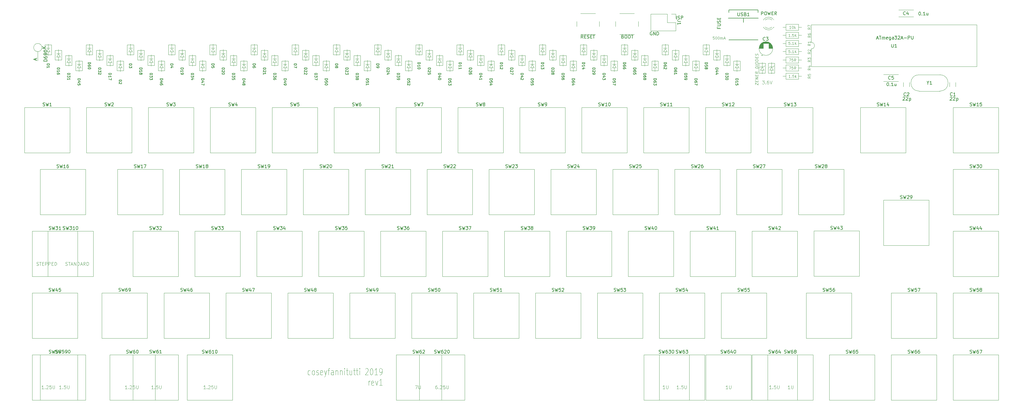
<source format=gbr>
G04 #@! TF.GenerationSoftware,KiCad,Pcbnew,5.99.0-unknown-0ad9ddb~86~ubuntu18.04.1*
G04 #@! TF.CreationDate,2019-10-04T15:38:38+01:00*
G04 #@! TF.ProjectId,discipline-pcb,64697363-6970-46c6-996e-652d7063622e,rev?*
G04 #@! TF.SameCoordinates,Original*
G04 #@! TF.FileFunction,Legend,Top*
G04 #@! TF.FilePolarity,Positive*
%FSLAX46Y46*%
G04 Gerber Fmt 4.6, Leading zero omitted, Abs format (unit mm)*
G04 Created by KiCad (PCBNEW 5.99.0-unknown-0ad9ddb~86~ubuntu18.04.1) date 2019-10-04 15:38:38*
%MOMM*%
%LPD*%
G04 APERTURE LIST*
%ADD10C,0.100000*%
%ADD11C,0.120000*%
%ADD12C,0.150000*%
%ADD13C,0.075000*%
G04 APERTURE END LIST*
D10*
X275347969Y-61241179D02*
X274967017Y-61241179D01*
X274928922Y-61622132D01*
X274967017Y-61584036D01*
X275043208Y-61545941D01*
X275233684Y-61545941D01*
X275309874Y-61584036D01*
X275347969Y-61622132D01*
X275386065Y-61698322D01*
X275386065Y-61888798D01*
X275347969Y-61964989D01*
X275309874Y-62003084D01*
X275233684Y-62041179D01*
X275043208Y-62041179D01*
X274967017Y-62003084D01*
X274928922Y-61964989D01*
X275881303Y-61241179D02*
X275957493Y-61241179D01*
X276033684Y-61279275D01*
X276071779Y-61317370D01*
X276109874Y-61393560D01*
X276147969Y-61545941D01*
X276147969Y-61736417D01*
X276109874Y-61888798D01*
X276071779Y-61964989D01*
X276033684Y-62003084D01*
X275957493Y-62041179D01*
X275881303Y-62041179D01*
X275805112Y-62003084D01*
X275767017Y-61964989D01*
X275728922Y-61888798D01*
X275690827Y-61736417D01*
X275690827Y-61545941D01*
X275728922Y-61393560D01*
X275767017Y-61317370D01*
X275805112Y-61279275D01*
X275881303Y-61241179D01*
X276643208Y-61241179D02*
X276719398Y-61241179D01*
X276795589Y-61279275D01*
X276833684Y-61317370D01*
X276871779Y-61393560D01*
X276909874Y-61545941D01*
X276909874Y-61736417D01*
X276871779Y-61888798D01*
X276833684Y-61964989D01*
X276795589Y-62003084D01*
X276719398Y-62041179D01*
X276643208Y-62041179D01*
X276567017Y-62003084D01*
X276528922Y-61964989D01*
X276490827Y-61888798D01*
X276452731Y-61736417D01*
X276452731Y-61545941D01*
X276490827Y-61393560D01*
X276528922Y-61317370D01*
X276567017Y-61279275D01*
X276643208Y-61241179D01*
X277252731Y-62041179D02*
X277252731Y-61507846D01*
X277252731Y-61584036D02*
X277290827Y-61545941D01*
X277367017Y-61507846D01*
X277481303Y-61507846D01*
X277557493Y-61545941D01*
X277595589Y-61622132D01*
X277595589Y-62041179D01*
X277595589Y-61622132D02*
X277633684Y-61545941D01*
X277709874Y-61507846D01*
X277824160Y-61507846D01*
X277900350Y-61545941D01*
X277938446Y-61622132D01*
X277938446Y-62041179D01*
X278281303Y-61812608D02*
X278662255Y-61812608D01*
X278205112Y-62041179D02*
X278471779Y-61241179D01*
X278738446Y-62041179D01*
X290127979Y-74833764D02*
X290747027Y-74833764D01*
X290413693Y-75214717D01*
X290556550Y-75214717D01*
X290651789Y-75262336D01*
X290699408Y-75309955D01*
X290747027Y-75405193D01*
X290747027Y-75643288D01*
X290699408Y-75738526D01*
X290651789Y-75786145D01*
X290556550Y-75833764D01*
X290270836Y-75833764D01*
X290175598Y-75786145D01*
X290127979Y-75738526D01*
X291175598Y-75738526D02*
X291223217Y-75786145D01*
X291175598Y-75833764D01*
X291127979Y-75786145D01*
X291175598Y-75738526D01*
X291175598Y-75833764D01*
X292080360Y-74833764D02*
X291889884Y-74833764D01*
X291794646Y-74881384D01*
X291747027Y-74929003D01*
X291651789Y-75071860D01*
X291604170Y-75262336D01*
X291604170Y-75643288D01*
X291651789Y-75738526D01*
X291699408Y-75786145D01*
X291794646Y-75833764D01*
X291985122Y-75833764D01*
X292080360Y-75786145D01*
X292127979Y-75738526D01*
X292175598Y-75643288D01*
X292175598Y-75405193D01*
X292127979Y-75309955D01*
X292080360Y-75262336D01*
X291985122Y-75214717D01*
X291794646Y-75214717D01*
X291699408Y-75262336D01*
X291651789Y-75309955D01*
X291604170Y-75405193D01*
X292461312Y-74833764D02*
X292794646Y-75833764D01*
X293127979Y-74833764D01*
X287944174Y-76007063D02*
X287944174Y-75407063D01*
X288844174Y-76119563D01*
X288844174Y-75519563D01*
X288372746Y-75117777D02*
X288372746Y-74817777D01*
X288844174Y-74748134D02*
X288844174Y-75176706D01*
X287944174Y-75064206D01*
X287944174Y-74635634D01*
X288844174Y-74362420D02*
X287944174Y-74249920D01*
X288844174Y-73848134D01*
X287944174Y-73735634D01*
X288372746Y-73360634D02*
X288372746Y-73060634D01*
X288844174Y-72990991D02*
X288844174Y-73419563D01*
X287944174Y-73307063D01*
X287944174Y-72878491D01*
X288844174Y-72090991D02*
X288415603Y-72337420D01*
X288844174Y-72605277D02*
X287944174Y-72492777D01*
X287944174Y-72149920D01*
X287987032Y-72069563D01*
X288029889Y-72032063D01*
X288115603Y-71999920D01*
X288244174Y-72015991D01*
X288329889Y-72069563D01*
X288372746Y-72117777D01*
X288415603Y-72208849D01*
X288415603Y-72551706D01*
X288844174Y-71019563D02*
X287944174Y-70907063D01*
X287944174Y-70692777D01*
X287987032Y-70569563D01*
X288072746Y-70494563D01*
X288158460Y-70462420D01*
X288329889Y-70440991D01*
X288458460Y-70457063D01*
X288629889Y-70521349D01*
X288715603Y-70574920D01*
X288801317Y-70671349D01*
X288844174Y-70805277D01*
X288844174Y-71019563D01*
X288844174Y-70119563D02*
X287944174Y-70007063D01*
X287944174Y-69407063D02*
X287944174Y-69235634D01*
X287987032Y-69155277D01*
X288072746Y-69080277D01*
X288244174Y-69058849D01*
X288544174Y-69096349D01*
X288715603Y-69160634D01*
X288801317Y-69257063D01*
X288844174Y-69348134D01*
X288844174Y-69519563D01*
X288801317Y-69599920D01*
X288715603Y-69674920D01*
X288544174Y-69696349D01*
X288244174Y-69658849D01*
X288072746Y-69594563D01*
X287987032Y-69498134D01*
X287944174Y-69407063D01*
X288844174Y-68748134D02*
X287944174Y-68635634D01*
X287944174Y-68421349D01*
X287987032Y-68298134D01*
X288072746Y-68223134D01*
X288158460Y-68190991D01*
X288329889Y-68169563D01*
X288458460Y-68185634D01*
X288629889Y-68249920D01*
X288715603Y-68303491D01*
X288801317Y-68399920D01*
X288844174Y-68533849D01*
X288844174Y-68748134D01*
X288372746Y-67789206D02*
X288372746Y-67489206D01*
X288844174Y-67419563D02*
X288844174Y-67848134D01*
X287944174Y-67735634D01*
X287944174Y-67307063D01*
X288801317Y-67071349D02*
X288844174Y-66948134D01*
X288844174Y-66733849D01*
X288801317Y-66642777D01*
X288758460Y-66594563D01*
X288672746Y-66540991D01*
X288587032Y-66530277D01*
X288501317Y-66562420D01*
X288458460Y-66599920D01*
X288415603Y-66680277D01*
X288372746Y-66846349D01*
X288329889Y-66926706D01*
X288287032Y-66964206D01*
X288201317Y-66996349D01*
X288115603Y-66985634D01*
X288029889Y-66932063D01*
X287987032Y-66883849D01*
X287944174Y-66792777D01*
X287944174Y-66578491D01*
X287987032Y-66455277D01*
D11*
X292176544Y-70762296D02*
X292421516Y-70499826D01*
X293511452Y-70499442D02*
X293756424Y-70236972D01*
X289294434Y-70761912D02*
X289539406Y-70499442D01*
X290641780Y-70499442D02*
X290886752Y-70236972D01*
D12*
X234976091Y-61764204D02*
X234642757Y-61288014D01*
X234404662Y-61764204D02*
X234404662Y-60764204D01*
X234785614Y-60764204D01*
X234880852Y-60811824D01*
X234928472Y-60859443D01*
X234976091Y-60954681D01*
X234976091Y-61097538D01*
X234928472Y-61192776D01*
X234880852Y-61240395D01*
X234785614Y-61288014D01*
X234404662Y-61288014D01*
X235404662Y-61240395D02*
X235737995Y-61240395D01*
X235880852Y-61764204D02*
X235404662Y-61764204D01*
X235404662Y-60764204D01*
X235880852Y-60764204D01*
X236261805Y-61716585D02*
X236404662Y-61764204D01*
X236642757Y-61764204D01*
X236737995Y-61716585D01*
X236785614Y-61668966D01*
X236833233Y-61573728D01*
X236833233Y-61478490D01*
X236785614Y-61383252D01*
X236737995Y-61335633D01*
X236642757Y-61288014D01*
X236452281Y-61240395D01*
X236357043Y-61192776D01*
X236309424Y-61145157D01*
X236261805Y-61049919D01*
X236261805Y-60954681D01*
X236309424Y-60859443D01*
X236357043Y-60811824D01*
X236452281Y-60764204D01*
X236690376Y-60764204D01*
X236833233Y-60811824D01*
X237261805Y-61240395D02*
X237595138Y-61240395D01*
X237737995Y-61764204D02*
X237261805Y-61764204D01*
X237261805Y-60764204D01*
X237737995Y-60764204D01*
X238023710Y-60764204D02*
X238595138Y-60764204D01*
X238309424Y-61764204D02*
X238309424Y-60764204D01*
X289872080Y-54573694D02*
X289872080Y-53573694D01*
X290253032Y-53573694D01*
X290348270Y-53621314D01*
X290395889Y-53668933D01*
X290443508Y-53764171D01*
X290443508Y-53907028D01*
X290395889Y-54002266D01*
X290348270Y-54049885D01*
X290253032Y-54097504D01*
X289872080Y-54097504D01*
X291062556Y-53573694D02*
X291253032Y-53573694D01*
X291348270Y-53621314D01*
X291443508Y-53716552D01*
X291491127Y-53907028D01*
X291491127Y-54240361D01*
X291443508Y-54430837D01*
X291348270Y-54526075D01*
X291253032Y-54573694D01*
X291062556Y-54573694D01*
X290967318Y-54526075D01*
X290872080Y-54430837D01*
X290824461Y-54240361D01*
X290824461Y-53907028D01*
X290872080Y-53716552D01*
X290967318Y-53621314D01*
X291062556Y-53573694D01*
X291824461Y-53573694D02*
X292062556Y-54573694D01*
X292253032Y-53859409D01*
X292443508Y-54573694D01*
X292681604Y-53573694D01*
X293062556Y-54049885D02*
X293395889Y-54049885D01*
X293538746Y-54573694D02*
X293062556Y-54573694D01*
X293062556Y-53573694D01*
X293538746Y-53573694D01*
X294538746Y-54573694D02*
X294205413Y-54097504D01*
X293967318Y-54573694D02*
X293967318Y-53573694D01*
X294348270Y-53573694D01*
X294443508Y-53621314D01*
X294491127Y-53668933D01*
X294538746Y-53764171D01*
X294538746Y-53907028D01*
X294491127Y-54002266D01*
X294443508Y-54049885D01*
X294348270Y-54097504D01*
X293967318Y-54097504D01*
X256191330Y-59814457D02*
X256096092Y-59766837D01*
X255953235Y-59766837D01*
X255810377Y-59814457D01*
X255715139Y-59909695D01*
X255667520Y-60004933D01*
X255619901Y-60195409D01*
X255619901Y-60338266D01*
X255667520Y-60528742D01*
X255715139Y-60623980D01*
X255810377Y-60719218D01*
X255953235Y-60766837D01*
X256048473Y-60766837D01*
X256191330Y-60719218D01*
X256238949Y-60671599D01*
X256238949Y-60338266D01*
X256048473Y-60338266D01*
X256667520Y-60766837D02*
X256667520Y-59766837D01*
X257238949Y-60766837D01*
X257238949Y-59766837D01*
X257715139Y-60766837D02*
X257715139Y-59766837D01*
X257953235Y-59766837D01*
X258096092Y-59814457D01*
X258191330Y-59909695D01*
X258238949Y-60004933D01*
X258286568Y-60195409D01*
X258286568Y-60338266D01*
X258238949Y-60528742D01*
X258191330Y-60623980D01*
X258096092Y-60719218D01*
X257953235Y-60766837D01*
X257715139Y-60766837D01*
X263746008Y-55884988D02*
X263746008Y-54884988D01*
X264174579Y-55837369D02*
X264317437Y-55884988D01*
X264555532Y-55884988D01*
X264650770Y-55837369D01*
X264698389Y-55789750D01*
X264746008Y-55694512D01*
X264746008Y-55599274D01*
X264698389Y-55504036D01*
X264650770Y-55456417D01*
X264555532Y-55408798D01*
X264365056Y-55361179D01*
X264269818Y-55313560D01*
X264222199Y-55265941D01*
X264174579Y-55170703D01*
X264174579Y-55075465D01*
X264222199Y-54980227D01*
X264269818Y-54932608D01*
X264365056Y-54884988D01*
X264603151Y-54884988D01*
X264746008Y-54932608D01*
X265174579Y-55884988D02*
X265174579Y-54884988D01*
X265555532Y-54884988D01*
X265650770Y-54932608D01*
X265698389Y-54980227D01*
X265746008Y-55075465D01*
X265746008Y-55218322D01*
X265698389Y-55313560D01*
X265650770Y-55361179D01*
X265555532Y-55408798D01*
X265174579Y-55408798D01*
D10*
X298639119Y-65440619D02*
X298258167Y-65440619D01*
X298220072Y-65821572D01*
X298258167Y-65783476D01*
X298334357Y-65745381D01*
X298524833Y-65745381D01*
X298601024Y-65783476D01*
X298639119Y-65821572D01*
X298677214Y-65897762D01*
X298677214Y-66088238D01*
X298639119Y-66164429D01*
X298601024Y-66202524D01*
X298524833Y-66240619D01*
X298334357Y-66240619D01*
X298258167Y-66202524D01*
X298220072Y-66164429D01*
X299020072Y-66164429D02*
X299058167Y-66202524D01*
X299020072Y-66240619D01*
X298981976Y-66202524D01*
X299020072Y-66164429D01*
X299020072Y-66240619D01*
X299820072Y-66240619D02*
X299362929Y-66240619D01*
X299591500Y-66240619D02*
X299591500Y-65440619D01*
X299515310Y-65554905D01*
X299439119Y-65631095D01*
X299362929Y-65669191D01*
X300162929Y-66240619D02*
X300162929Y-65440619D01*
X300620072Y-66240619D02*
X300277214Y-65783476D01*
X300620072Y-65440619D02*
X300162929Y-65897762D01*
X298639119Y-62887166D02*
X298258167Y-62887166D01*
X298220072Y-63268119D01*
X298258167Y-63230023D01*
X298334357Y-63191928D01*
X298524833Y-63191928D01*
X298601024Y-63230023D01*
X298639119Y-63268119D01*
X298677214Y-63344309D01*
X298677214Y-63534785D01*
X298639119Y-63610976D01*
X298601024Y-63649071D01*
X298524833Y-63687166D01*
X298334357Y-63687166D01*
X298258167Y-63649071D01*
X298220072Y-63610976D01*
X299020072Y-63610976D02*
X299058167Y-63649071D01*
X299020072Y-63687166D01*
X298981976Y-63649071D01*
X299020072Y-63610976D01*
X299020072Y-63687166D01*
X299820072Y-63687166D02*
X299362929Y-63687166D01*
X299591500Y-63687166D02*
X299591500Y-62887166D01*
X299515310Y-63001452D01*
X299439119Y-63077642D01*
X299362929Y-63115738D01*
X300162929Y-63687166D02*
X300162929Y-62887166D01*
X300620072Y-63687166D02*
X300277214Y-63230023D01*
X300620072Y-62887166D02*
X300162929Y-63344309D01*
X298627744Y-169726244D02*
X298056316Y-169726244D01*
X298342030Y-169726244D02*
X298342030Y-168726244D01*
X298246792Y-168869102D01*
X298151554Y-168964340D01*
X298056316Y-169011959D01*
X299056316Y-168726244D02*
X299056316Y-169535768D01*
X299103935Y-169631006D01*
X299151554Y-169678625D01*
X299246792Y-169726244D01*
X299437268Y-169726244D01*
X299532506Y-169678625D01*
X299580125Y-169631006D01*
X299627744Y-169535768D01*
X299627744Y-168726244D01*
X279537426Y-169726244D02*
X278965998Y-169726244D01*
X279251712Y-169726244D02*
X279251712Y-168726244D01*
X279156474Y-168869102D01*
X279061236Y-168964340D01*
X278965998Y-169011959D01*
X279965998Y-168726244D02*
X279965998Y-169535768D01*
X280013617Y-169631006D01*
X280061236Y-169678625D01*
X280156474Y-169726244D01*
X280346950Y-169726244D01*
X280442188Y-169678625D01*
X280489807Y-169631006D01*
X280537426Y-169535768D01*
X280537426Y-168726244D01*
X260127184Y-169726244D02*
X259555756Y-169726244D01*
X259841470Y-169726244D02*
X259841470Y-168726244D01*
X259746232Y-168869102D01*
X259650994Y-168964340D01*
X259555756Y-169011959D01*
X260555756Y-168726244D02*
X260555756Y-169535768D01*
X260603375Y-169631006D01*
X260650994Y-169678625D01*
X260746232Y-169726244D01*
X260936708Y-169726244D01*
X261031946Y-169678625D01*
X261079565Y-169631006D01*
X261127184Y-169535768D01*
X261127184Y-168726244D01*
X75753008Y-131673693D02*
X75895866Y-131721312D01*
X76133961Y-131721312D01*
X76229199Y-131673693D01*
X76276818Y-131626074D01*
X76324437Y-131530836D01*
X76324437Y-131435598D01*
X76276818Y-131340360D01*
X76229199Y-131292741D01*
X76133961Y-131245122D01*
X75943485Y-131197503D01*
X75848247Y-131149884D01*
X75800628Y-131102265D01*
X75753008Y-131007027D01*
X75753008Y-130911789D01*
X75800628Y-130816551D01*
X75848247Y-130768932D01*
X75943485Y-130721312D01*
X76181580Y-130721312D01*
X76324437Y-130768932D01*
X76610151Y-130721312D02*
X77181580Y-130721312D01*
X76895866Y-131721312D02*
X76895866Y-130721312D01*
X77467294Y-131435598D02*
X77943485Y-131435598D01*
X77372056Y-131721312D02*
X77705389Y-130721312D01*
X78038723Y-131721312D01*
X78372056Y-131721312D02*
X78372056Y-130721312D01*
X78943485Y-131721312D01*
X78943485Y-130721312D01*
X79419675Y-131721312D02*
X79419675Y-130721312D01*
X79657770Y-130721312D01*
X79800628Y-130768932D01*
X79895866Y-130864170D01*
X79943485Y-130959408D01*
X79991104Y-131149884D01*
X79991104Y-131292741D01*
X79943485Y-131483217D01*
X79895866Y-131578455D01*
X79800628Y-131673693D01*
X79657770Y-131721312D01*
X79419675Y-131721312D01*
X80372056Y-131435598D02*
X80848247Y-131435598D01*
X80276818Y-131721312D02*
X80610151Y-130721312D01*
X80943485Y-131721312D01*
X81848247Y-131721312D02*
X81514913Y-131245122D01*
X81276818Y-131721312D02*
X81276818Y-130721312D01*
X81657770Y-130721312D01*
X81753008Y-130768932D01*
X81800628Y-130816551D01*
X81848247Y-130911789D01*
X81848247Y-131054646D01*
X81800628Y-131149884D01*
X81753008Y-131197503D01*
X81657770Y-131245122D01*
X81276818Y-131245122D01*
X82276818Y-131721312D02*
X82276818Y-130721312D01*
X82514913Y-130721312D01*
X82657770Y-130768932D01*
X82753008Y-130864170D01*
X82800628Y-130959408D01*
X82848247Y-131149884D01*
X82848247Y-131292741D01*
X82800628Y-131483217D01*
X82753008Y-131578455D01*
X82657770Y-131673693D01*
X82514913Y-131721312D01*
X82276818Y-131721312D01*
X66832952Y-131673693D02*
X66975809Y-131721312D01*
X67213904Y-131721312D01*
X67309142Y-131673693D01*
X67356761Y-131626074D01*
X67404381Y-131530836D01*
X67404381Y-131435598D01*
X67356761Y-131340360D01*
X67309142Y-131292741D01*
X67213904Y-131245122D01*
X67023428Y-131197503D01*
X66928190Y-131149884D01*
X66880571Y-131102265D01*
X66832952Y-131007027D01*
X66832952Y-130911789D01*
X66880571Y-130816551D01*
X66928190Y-130768932D01*
X67023428Y-130721312D01*
X67261523Y-130721312D01*
X67404381Y-130768932D01*
X67690095Y-130721312D02*
X68261523Y-130721312D01*
X67975809Y-131721312D02*
X67975809Y-130721312D01*
X68594857Y-131197503D02*
X68928190Y-131197503D01*
X69071047Y-131721312D02*
X68594857Y-131721312D01*
X68594857Y-130721312D01*
X69071047Y-130721312D01*
X69499619Y-131721312D02*
X69499619Y-130721312D01*
X69880571Y-130721312D01*
X69975809Y-130768932D01*
X70023428Y-130816551D01*
X70071047Y-130911789D01*
X70071047Y-131054646D01*
X70023428Y-131149884D01*
X69975809Y-131197503D01*
X69880571Y-131245122D01*
X69499619Y-131245122D01*
X70499619Y-131721312D02*
X70499619Y-130721312D01*
X70880571Y-130721312D01*
X70975809Y-130768932D01*
X71023428Y-130816551D01*
X71071047Y-130911789D01*
X71071047Y-131054646D01*
X71023428Y-131149884D01*
X70975809Y-131197503D01*
X70880571Y-131245122D01*
X70499619Y-131245122D01*
X71499619Y-131197503D02*
X71832952Y-131197503D01*
X71975809Y-131721312D02*
X71499619Y-131721312D01*
X71499619Y-130721312D01*
X71975809Y-130721312D01*
X72404381Y-131721312D02*
X72404381Y-130721312D01*
X72642476Y-130721312D01*
X72785333Y-130768932D01*
X72880571Y-130864170D01*
X72928190Y-130959408D01*
X72975809Y-131149884D01*
X72975809Y-131292741D01*
X72928190Y-131483217D01*
X72880571Y-131578455D01*
X72785333Y-131673693D01*
X72642476Y-131721312D01*
X72404381Y-131721312D01*
X292887138Y-169726244D02*
X292315709Y-169726244D01*
X292601423Y-169726244D02*
X292601423Y-168726244D01*
X292506185Y-168869102D01*
X292410947Y-168964340D01*
X292315709Y-169011959D01*
X293315709Y-169631006D02*
X293363328Y-169678625D01*
X293315709Y-169726244D01*
X293268090Y-169678625D01*
X293315709Y-169631006D01*
X293315709Y-169726244D01*
X294268090Y-168726244D02*
X293791899Y-168726244D01*
X293744280Y-169202435D01*
X293791899Y-169154816D01*
X293887138Y-169107197D01*
X294125233Y-169107197D01*
X294220471Y-169154816D01*
X294268090Y-169202435D01*
X294315709Y-169297673D01*
X294315709Y-169535768D01*
X294268090Y-169631006D01*
X294220471Y-169678625D01*
X294125233Y-169726244D01*
X293887138Y-169726244D01*
X293791899Y-169678625D01*
X293744280Y-169631006D01*
X294744280Y-168726244D02*
X294744280Y-169535768D01*
X294791899Y-169631006D01*
X294839519Y-169678625D01*
X294934757Y-169726244D01*
X295125233Y-169726244D01*
X295220471Y-169678625D01*
X295268090Y-169631006D01*
X295315709Y-169535768D01*
X295315709Y-168726244D01*
X264399734Y-169726244D02*
X263828305Y-169726244D01*
X264114019Y-169726244D02*
X264114019Y-168726244D01*
X264018781Y-168869102D01*
X263923543Y-168964340D01*
X263828305Y-169011959D01*
X264828305Y-169631006D02*
X264875924Y-169678625D01*
X264828305Y-169726244D01*
X264780686Y-169678625D01*
X264828305Y-169631006D01*
X264828305Y-169726244D01*
X265780686Y-168726244D02*
X265304495Y-168726244D01*
X265256876Y-169202435D01*
X265304495Y-169154816D01*
X265399734Y-169107197D01*
X265637829Y-169107197D01*
X265733067Y-169154816D01*
X265780686Y-169202435D01*
X265828305Y-169297673D01*
X265828305Y-169535768D01*
X265780686Y-169631006D01*
X265733067Y-169678625D01*
X265637829Y-169726244D01*
X265399734Y-169726244D01*
X265304495Y-169678625D01*
X265256876Y-169631006D01*
X266256876Y-168726244D02*
X266256876Y-169535768D01*
X266304495Y-169631006D01*
X266352115Y-169678625D01*
X266447353Y-169726244D01*
X266637829Y-169726244D01*
X266733067Y-169678625D01*
X266780686Y-169631006D01*
X266828305Y-169535768D01*
X266828305Y-168726244D01*
X102757492Y-169726244D02*
X102186063Y-169726244D01*
X102471777Y-169726244D02*
X102471777Y-168726244D01*
X102376539Y-168869102D01*
X102281301Y-168964340D01*
X102186063Y-169011959D01*
X103186063Y-169631006D02*
X103233682Y-169678625D01*
X103186063Y-169726244D01*
X103138444Y-169678625D01*
X103186063Y-169631006D01*
X103186063Y-169726244D01*
X104138444Y-168726244D02*
X103662253Y-168726244D01*
X103614634Y-169202435D01*
X103662253Y-169154816D01*
X103757492Y-169107197D01*
X103995587Y-169107197D01*
X104090825Y-169154816D01*
X104138444Y-169202435D01*
X104186063Y-169297673D01*
X104186063Y-169535768D01*
X104138444Y-169631006D01*
X104090825Y-169678625D01*
X103995587Y-169726244D01*
X103757492Y-169726244D01*
X103662253Y-169678625D01*
X103614634Y-169631006D01*
X104614634Y-168726244D02*
X104614634Y-169535768D01*
X104662253Y-169631006D01*
X104709873Y-169678625D01*
X104805111Y-169726244D01*
X104995587Y-169726244D01*
X105090825Y-169678625D01*
X105138444Y-169631006D01*
X105186063Y-169535768D01*
X105186063Y-168726244D01*
X74411272Y-169726244D02*
X73839843Y-169726244D01*
X74125557Y-169726244D02*
X74125557Y-168726244D01*
X74030319Y-168869102D01*
X73935081Y-168964340D01*
X73839843Y-169011959D01*
X74839843Y-169631006D02*
X74887462Y-169678625D01*
X74839843Y-169726244D01*
X74792224Y-169678625D01*
X74839843Y-169631006D01*
X74839843Y-169726244D01*
X75792224Y-168726244D02*
X75316033Y-168726244D01*
X75268414Y-169202435D01*
X75316033Y-169154816D01*
X75411272Y-169107197D01*
X75649367Y-169107197D01*
X75744605Y-169154816D01*
X75792224Y-169202435D01*
X75839843Y-169297673D01*
X75839843Y-169535768D01*
X75792224Y-169631006D01*
X75744605Y-169678625D01*
X75649367Y-169726244D01*
X75411272Y-169726244D01*
X75316033Y-169678625D01*
X75268414Y-169631006D01*
X76268414Y-168726244D02*
X76268414Y-169535768D01*
X76316033Y-169631006D01*
X76363653Y-169678625D01*
X76458891Y-169726244D01*
X76649367Y-169726244D01*
X76744605Y-169678625D01*
X76792224Y-169631006D01*
X76839843Y-169535768D01*
X76839843Y-168726244D01*
X118816596Y-169726244D02*
X118245168Y-169726244D01*
X118530882Y-169726244D02*
X118530882Y-168726244D01*
X118435644Y-168869102D01*
X118340406Y-168964340D01*
X118245168Y-169011959D01*
X119245168Y-169631006D02*
X119292787Y-169678625D01*
X119245168Y-169726244D01*
X119197548Y-169678625D01*
X119245168Y-169631006D01*
X119245168Y-169726244D01*
X119673739Y-168821483D02*
X119721358Y-168773864D01*
X119816596Y-168726244D01*
X120054691Y-168726244D01*
X120149929Y-168773864D01*
X120197548Y-168821483D01*
X120245168Y-168916721D01*
X120245168Y-169011959D01*
X120197548Y-169154816D01*
X119626120Y-169726244D01*
X120245168Y-169726244D01*
X121149929Y-168726244D02*
X120673739Y-168726244D01*
X120626120Y-169202435D01*
X120673739Y-169154816D01*
X120768977Y-169107197D01*
X121007072Y-169107197D01*
X121102310Y-169154816D01*
X121149929Y-169202435D01*
X121197548Y-169297673D01*
X121197548Y-169535768D01*
X121149929Y-169631006D01*
X121102310Y-169678625D01*
X121007072Y-169726244D01*
X120768977Y-169726244D01*
X120673739Y-169678625D01*
X120626120Y-169631006D01*
X121626120Y-168726244D02*
X121626120Y-169535768D01*
X121673739Y-169631006D01*
X121721358Y-169678625D01*
X121816596Y-169726244D01*
X122007072Y-169726244D01*
X122102310Y-169678625D01*
X122149929Y-169631006D01*
X122197548Y-169535768D01*
X122197548Y-168726244D01*
X94669816Y-169726244D02*
X94098388Y-169726244D01*
X94384102Y-169726244D02*
X94384102Y-168726244D01*
X94288864Y-168869102D01*
X94193626Y-168964340D01*
X94098388Y-169011959D01*
X95098388Y-169631006D02*
X95146007Y-169678625D01*
X95098388Y-169726244D01*
X95050768Y-169678625D01*
X95098388Y-169631006D01*
X95098388Y-169726244D01*
X95526959Y-168821483D02*
X95574578Y-168773864D01*
X95669816Y-168726244D01*
X95907911Y-168726244D01*
X96003149Y-168773864D01*
X96050768Y-168821483D01*
X96098388Y-168916721D01*
X96098388Y-169011959D01*
X96050768Y-169154816D01*
X95479340Y-169726244D01*
X96098388Y-169726244D01*
X97003149Y-168726244D02*
X96526959Y-168726244D01*
X96479340Y-169202435D01*
X96526959Y-169154816D01*
X96622197Y-169107197D01*
X96860292Y-169107197D01*
X96955530Y-169154816D01*
X97003149Y-169202435D01*
X97050768Y-169297673D01*
X97050768Y-169535768D01*
X97003149Y-169631006D01*
X96955530Y-169678625D01*
X96860292Y-169726244D01*
X96622197Y-169726244D01*
X96526959Y-169678625D01*
X96479340Y-169631006D01*
X97479340Y-168726244D02*
X97479340Y-169535768D01*
X97526959Y-169631006D01*
X97574578Y-169678625D01*
X97669816Y-169726244D01*
X97860292Y-169726244D01*
X97955530Y-169678625D01*
X98003149Y-169631006D01*
X98050768Y-169535768D01*
X98050768Y-168726244D01*
X69000739Y-169726244D02*
X68429311Y-169726244D01*
X68715025Y-169726244D02*
X68715025Y-168726244D01*
X68619787Y-168869102D01*
X68524549Y-168964340D01*
X68429311Y-169011959D01*
X69429311Y-169631006D02*
X69476930Y-169678625D01*
X69429311Y-169726244D01*
X69381691Y-169678625D01*
X69429311Y-169631006D01*
X69429311Y-169726244D01*
X69857882Y-168821483D02*
X69905501Y-168773864D01*
X70000739Y-168726244D01*
X70238834Y-168726244D01*
X70334072Y-168773864D01*
X70381691Y-168821483D01*
X70429311Y-168916721D01*
X70429311Y-169011959D01*
X70381691Y-169154816D01*
X69810263Y-169726244D01*
X70429311Y-169726244D01*
X71334072Y-168726244D02*
X70857882Y-168726244D01*
X70810263Y-169202435D01*
X70857882Y-169154816D01*
X70953120Y-169107197D01*
X71191215Y-169107197D01*
X71286453Y-169154816D01*
X71334072Y-169202435D01*
X71381691Y-169297673D01*
X71381691Y-169535768D01*
X71334072Y-169631006D01*
X71286453Y-169678625D01*
X71191215Y-169726244D01*
X70953120Y-169726244D01*
X70857882Y-169678625D01*
X70810263Y-169631006D01*
X71810263Y-168726244D02*
X71810263Y-169535768D01*
X71857882Y-169631006D01*
X71905501Y-169678625D01*
X72000739Y-169726244D01*
X72191215Y-169726244D01*
X72286453Y-169678625D01*
X72334072Y-169631006D01*
X72381691Y-169535768D01*
X72381691Y-168726244D01*
D13*
X151015348Y-165360531D02*
X150872491Y-165455769D01*
X150586777Y-165455769D01*
X150443920Y-165360531D01*
X150372491Y-165265293D01*
X150301062Y-165074817D01*
X150301062Y-164503388D01*
X150372491Y-164312912D01*
X150443920Y-164217674D01*
X150586777Y-164122436D01*
X150872491Y-164122436D01*
X151015348Y-164217674D01*
X151872491Y-165455769D02*
X151729634Y-165360531D01*
X151658205Y-165265293D01*
X151586777Y-165074817D01*
X151586777Y-164503388D01*
X151658205Y-164312912D01*
X151729634Y-164217674D01*
X151872491Y-164122436D01*
X152086777Y-164122436D01*
X152229634Y-164217674D01*
X152301062Y-164312912D01*
X152372491Y-164503388D01*
X152372491Y-165074817D01*
X152301062Y-165265293D01*
X152229634Y-165360531D01*
X152086777Y-165455769D01*
X151872491Y-165455769D01*
X152943920Y-165360531D02*
X153086777Y-165455769D01*
X153372491Y-165455769D01*
X153515348Y-165360531D01*
X153586777Y-165170055D01*
X153586777Y-165074817D01*
X153515348Y-164884341D01*
X153372491Y-164789103D01*
X153158205Y-164789103D01*
X153015348Y-164693865D01*
X152943920Y-164503388D01*
X152943920Y-164408150D01*
X153015348Y-164217674D01*
X153158205Y-164122436D01*
X153372491Y-164122436D01*
X153515348Y-164217674D01*
X154801062Y-165360531D02*
X154658205Y-165455769D01*
X154372491Y-165455769D01*
X154229634Y-165360531D01*
X154158205Y-165170055D01*
X154158205Y-164408150D01*
X154229634Y-164217674D01*
X154372491Y-164122436D01*
X154658205Y-164122436D01*
X154801062Y-164217674D01*
X154872491Y-164408150D01*
X154872491Y-164598627D01*
X154158205Y-164789103D01*
X155372491Y-164122436D02*
X155729634Y-165455769D01*
X156086777Y-164122436D02*
X155729634Y-165455769D01*
X155586777Y-165931960D01*
X155515348Y-166027198D01*
X155372491Y-166122436D01*
X156443920Y-164122436D02*
X157015348Y-164122436D01*
X156658205Y-165455769D02*
X156658205Y-163741484D01*
X156729634Y-163551008D01*
X156872491Y-163455769D01*
X157015348Y-163455769D01*
X158158205Y-165455769D02*
X158158205Y-164408150D01*
X158086777Y-164217674D01*
X157943920Y-164122436D01*
X157658205Y-164122436D01*
X157515348Y-164217674D01*
X158158205Y-165360531D02*
X158015348Y-165455769D01*
X157658205Y-165455769D01*
X157515348Y-165360531D01*
X157443920Y-165170055D01*
X157443920Y-164979579D01*
X157515348Y-164789103D01*
X157658205Y-164693865D01*
X158015348Y-164693865D01*
X158158205Y-164598627D01*
X158872491Y-164122436D02*
X158872491Y-165455769D01*
X158872491Y-164312912D02*
X158943920Y-164217674D01*
X159086777Y-164122436D01*
X159301062Y-164122436D01*
X159443920Y-164217674D01*
X159515348Y-164408150D01*
X159515348Y-165455769D01*
X160229634Y-164122436D02*
X160229634Y-165455769D01*
X160229634Y-164312912D02*
X160301062Y-164217674D01*
X160443920Y-164122436D01*
X160658205Y-164122436D01*
X160801062Y-164217674D01*
X160872491Y-164408150D01*
X160872491Y-165455769D01*
X161586777Y-165455769D02*
X161586777Y-164122436D01*
X161586777Y-163455769D02*
X161515348Y-163551008D01*
X161586777Y-163646246D01*
X161658205Y-163551008D01*
X161586777Y-163455769D01*
X161586777Y-163646246D01*
X162086777Y-164122436D02*
X162658205Y-164122436D01*
X162301062Y-163455769D02*
X162301062Y-165170055D01*
X162372491Y-165360531D01*
X162515348Y-165455769D01*
X162658205Y-165455769D01*
X163801062Y-164122436D02*
X163801062Y-165455769D01*
X163158205Y-164122436D02*
X163158205Y-165170055D01*
X163229634Y-165360531D01*
X163372491Y-165455769D01*
X163586777Y-165455769D01*
X163729634Y-165360531D01*
X163801062Y-165265293D01*
X164301062Y-164122436D02*
X164872491Y-164122436D01*
X164515348Y-163455769D02*
X164515348Y-165170055D01*
X164586777Y-165360531D01*
X164729634Y-165455769D01*
X164872491Y-165455769D01*
X165158205Y-164122436D02*
X165729634Y-164122436D01*
X165372491Y-163455769D02*
X165372491Y-165170055D01*
X165443920Y-165360531D01*
X165586777Y-165455769D01*
X165729634Y-165455769D01*
X166229634Y-165455769D02*
X166229634Y-164122436D01*
X166229634Y-163455769D02*
X166158205Y-163551008D01*
X166229634Y-163646246D01*
X166301062Y-163551008D01*
X166229634Y-163455769D01*
X166229634Y-163646246D01*
X168015348Y-163646246D02*
X168086777Y-163551008D01*
X168229634Y-163455769D01*
X168586777Y-163455769D01*
X168729634Y-163551008D01*
X168801062Y-163646246D01*
X168872491Y-163836722D01*
X168872491Y-164027198D01*
X168801062Y-164312912D01*
X167943920Y-165455769D01*
X168872491Y-165455769D01*
X169801062Y-163455769D02*
X169943920Y-163455769D01*
X170086777Y-163551008D01*
X170158205Y-163646246D01*
X170229634Y-163836722D01*
X170301062Y-164217674D01*
X170301062Y-164693865D01*
X170229634Y-165074817D01*
X170158205Y-165265293D01*
X170086777Y-165360531D01*
X169943920Y-165455769D01*
X169801062Y-165455769D01*
X169658205Y-165360531D01*
X169586777Y-165265293D01*
X169515348Y-165074817D01*
X169443920Y-164693865D01*
X169443920Y-164217674D01*
X169515348Y-163836722D01*
X169586777Y-163646246D01*
X169658205Y-163551008D01*
X169801062Y-163455769D01*
X171729634Y-165455769D02*
X170872491Y-165455769D01*
X171301062Y-165455769D02*
X171301062Y-163455769D01*
X171158205Y-163741484D01*
X171015348Y-163931960D01*
X170872491Y-164027198D01*
X172443920Y-165455769D02*
X172729634Y-165455769D01*
X172872491Y-165360531D01*
X172943920Y-165265293D01*
X173086777Y-164979579D01*
X173158205Y-164598627D01*
X173158205Y-163836722D01*
X173086777Y-163646246D01*
X173015348Y-163551008D01*
X172872491Y-163455769D01*
X172586777Y-163455769D01*
X172443920Y-163551008D01*
X172372491Y-163646246D01*
X172301062Y-163836722D01*
X172301062Y-164312912D01*
X172372491Y-164503388D01*
X172443920Y-164598627D01*
X172586777Y-164693865D01*
X172872491Y-164693865D01*
X173015348Y-164598627D01*
X173086777Y-164503388D01*
X173158205Y-164312912D01*
X169015348Y-168675769D02*
X169015348Y-167342436D01*
X169015348Y-167723388D02*
X169086777Y-167532912D01*
X169158205Y-167437674D01*
X169301062Y-167342436D01*
X169443920Y-167342436D01*
X170515348Y-168580531D02*
X170372491Y-168675769D01*
X170086777Y-168675769D01*
X169943920Y-168580531D01*
X169872491Y-168390055D01*
X169872491Y-167628150D01*
X169943920Y-167437674D01*
X170086777Y-167342436D01*
X170372491Y-167342436D01*
X170515348Y-167437674D01*
X170586777Y-167628150D01*
X170586777Y-167818627D01*
X169872491Y-168009103D01*
X171086777Y-167342436D02*
X171443920Y-168675769D01*
X171801062Y-167342436D01*
X173158205Y-168675769D02*
X172301062Y-168675769D01*
X172729634Y-168675769D02*
X172729634Y-166675769D01*
X172586777Y-166961484D01*
X172443920Y-167151960D01*
X172301062Y-167247198D01*
D11*
X67200000Y-65855660D02*
X67200000Y-68630000D01*
X68455660Y-64600000D02*
G75*
G03X68455660Y-64600000I-1255660J0D01*
G01*
X327456800Y-125577600D02*
X327456800Y-111607600D01*
X341426800Y-125577600D02*
X327456800Y-125577600D01*
X341426800Y-111607600D02*
X341426800Y-125577600D01*
X327456800Y-111607600D02*
X341426800Y-111607600D01*
X306019200Y-135077200D02*
X306019200Y-121107200D01*
X319989200Y-135077200D02*
X306019200Y-135077200D01*
X319989200Y-121107200D02*
X319989200Y-135077200D01*
X306019200Y-121107200D02*
X319989200Y-121107200D01*
X65514084Y-135106380D02*
X65514084Y-121136380D01*
X79484084Y-135106380D02*
X65514084Y-135106380D01*
X79484084Y-121136380D02*
X79484084Y-135106380D01*
X65514084Y-121136380D02*
X79484084Y-121136380D01*
X65481200Y-154156380D02*
X65481200Y-140186380D01*
X79451200Y-154156380D02*
X65481200Y-154156380D01*
X79451200Y-140186380D02*
X79451200Y-154156380D01*
X65481200Y-140186380D02*
X79451200Y-140186380D01*
X86944200Y-154152600D02*
X86944200Y-140182600D01*
X100914200Y-154152600D02*
X86944200Y-154152600D01*
X100914200Y-140182600D02*
X100914200Y-154152600D01*
X86944200Y-140182600D02*
X100914200Y-140182600D01*
X115520284Y-135106380D02*
X115520284Y-121136380D01*
X129490284Y-135106380D02*
X115520284Y-135106380D01*
X129490284Y-121136380D02*
X129490284Y-135106380D01*
X115520284Y-121136380D02*
X129490284Y-121136380D01*
X291773062Y-173206380D02*
X291773062Y-159236380D01*
X305743062Y-173206380D02*
X291773062Y-173206380D01*
X305743062Y-159236380D02*
X305743062Y-173206380D01*
X291773062Y-159236380D02*
X305743062Y-159236380D01*
X134570284Y-135106380D02*
X134570284Y-121136380D01*
X148540284Y-135106380D02*
X134570284Y-135106380D01*
X148540284Y-121136380D02*
X148540284Y-135106380D01*
X134570284Y-121136380D02*
X148540284Y-121136380D01*
X348882784Y-173206380D02*
X348882784Y-159236380D01*
X362852784Y-173206380D02*
X348882784Y-173206380D01*
X362852784Y-159236380D02*
X362852784Y-173206380D01*
X348882784Y-159236380D02*
X362852784Y-159236380D01*
X153619784Y-135106380D02*
X153619784Y-121136380D01*
X167589784Y-135106380D02*
X153619784Y-135106380D01*
X167589784Y-121136380D02*
X167589784Y-135106380D01*
X153619784Y-121136380D02*
X167589784Y-121136380D01*
X329832784Y-173206380D02*
X329832784Y-159236380D01*
X343802784Y-173206380D02*
X329832784Y-173206380D01*
X343802784Y-159236380D02*
X343802784Y-173206380D01*
X329832784Y-159236380D02*
X343802784Y-159236380D01*
X172669784Y-135106380D02*
X172669784Y-121136380D01*
X186639784Y-135106380D02*
X172669784Y-135106380D01*
X186639784Y-121136380D02*
X186639784Y-135106380D01*
X172669784Y-121136380D02*
X186639784Y-121136380D01*
X310782784Y-173206380D02*
X310782784Y-159236380D01*
X324752784Y-173206380D02*
X310782784Y-173206380D01*
X324752784Y-159236380D02*
X324752784Y-173206380D01*
X310782784Y-159236380D02*
X324752784Y-159236380D01*
X191719784Y-135106380D02*
X191719784Y-121136380D01*
X205689784Y-135106380D02*
X191719784Y-135106380D01*
X205689784Y-121136380D02*
X205689784Y-135106380D01*
X191719784Y-121136380D02*
X205689784Y-121136380D01*
X210769784Y-135106380D02*
X210769784Y-121136380D01*
X224739784Y-135106380D02*
X210769784Y-135106380D01*
X224739784Y-121136380D02*
X224739784Y-135106380D01*
X210769784Y-121136380D02*
X224739784Y-121136380D01*
X229819784Y-135106380D02*
X229819784Y-121136380D01*
X243789784Y-135106380D02*
X229819784Y-135106380D01*
X243789784Y-121136380D02*
X243789784Y-135106380D01*
X229819784Y-121136380D02*
X243789784Y-121136380D01*
X248869784Y-135106380D02*
X248869784Y-121136380D01*
X262839784Y-135106380D02*
X248869784Y-135106380D01*
X262839784Y-121136380D02*
X262839784Y-135106380D01*
X248869784Y-121136380D02*
X262839784Y-121136380D01*
X267919784Y-135106380D02*
X267919784Y-121136380D01*
X281889784Y-135106380D02*
X267919784Y-135106380D01*
X281889784Y-121136380D02*
X281889784Y-135106380D01*
X267919784Y-121136380D02*
X281889784Y-121136380D01*
X277445784Y-154156380D02*
X277445784Y-140186380D01*
X291415784Y-154156380D02*
X277445784Y-154156380D01*
X291415784Y-140186380D02*
X291415784Y-154156380D01*
X277445784Y-140186380D02*
X291415784Y-140186380D01*
X286969784Y-135106380D02*
X286969784Y-121136380D01*
X300939784Y-135106380D02*
X286969784Y-135106380D01*
X300939784Y-121136380D02*
X300939784Y-135106380D01*
X286969784Y-121136380D02*
X300939784Y-121136380D01*
X348882784Y-135106380D02*
X348882784Y-121136380D01*
X362852784Y-135106380D02*
X348882784Y-135106380D01*
X362852784Y-121136380D02*
X362852784Y-135106380D01*
X348882784Y-121136380D02*
X362852784Y-121136380D01*
X105995284Y-154156380D02*
X105995284Y-140186380D01*
X119965284Y-154156380D02*
X105995284Y-154156380D01*
X119965284Y-140186380D02*
X119965284Y-154156380D01*
X105995284Y-140186380D02*
X119965284Y-140186380D01*
X125045284Y-154156380D02*
X125045284Y-140186380D01*
X139015284Y-154156380D02*
X125045284Y-154156380D01*
X139015284Y-140186380D02*
X139015284Y-154156380D01*
X125045284Y-140186380D02*
X139015284Y-140186380D01*
X144095284Y-154156380D02*
X144095284Y-140186380D01*
X158065284Y-154156380D02*
X144095284Y-154156380D01*
X158065284Y-140186380D02*
X158065284Y-154156380D01*
X144095284Y-140186380D02*
X158065284Y-140186380D01*
X163145784Y-154156380D02*
X163145784Y-140186380D01*
X177115784Y-154156380D02*
X163145784Y-154156380D01*
X177115784Y-140186380D02*
X177115784Y-154156380D01*
X163145784Y-140186380D02*
X177115784Y-140186380D01*
X182195784Y-154156380D02*
X182195784Y-140186380D01*
X196165784Y-154156380D02*
X182195784Y-154156380D01*
X196165784Y-140186380D02*
X196165784Y-154156380D01*
X182195784Y-140186380D02*
X196165784Y-140186380D01*
X348882784Y-154156380D02*
X348882784Y-140186380D01*
X362852784Y-154156380D02*
X348882784Y-154156380D01*
X362852784Y-140186380D02*
X362852784Y-154156380D01*
X348882784Y-140186380D02*
X362852784Y-140186380D01*
X201245784Y-154156380D02*
X201245784Y-140186380D01*
X215215784Y-154156380D02*
X201245784Y-154156380D01*
X215215784Y-140186380D02*
X215215784Y-154156380D01*
X201245784Y-140186380D02*
X215215784Y-140186380D01*
X329832784Y-154156380D02*
X329832784Y-140186380D01*
X343802784Y-154156380D02*
X329832784Y-154156380D01*
X343802784Y-140186380D02*
X343802784Y-154156380D01*
X329832784Y-140186380D02*
X343802784Y-140186380D01*
X220295784Y-154156380D02*
X220295784Y-140186380D01*
X234265784Y-154156380D02*
X220295784Y-154156380D01*
X234265784Y-140186380D02*
X234265784Y-154156380D01*
X220295784Y-140186380D02*
X234265784Y-140186380D01*
X239345784Y-154156380D02*
X239345784Y-140186380D01*
X253315784Y-154156380D02*
X239345784Y-154156380D01*
X253315784Y-140186380D02*
X253315784Y-154156380D01*
X239345784Y-140186380D02*
X253315784Y-140186380D01*
X258395784Y-154156380D02*
X258395784Y-140186380D01*
X272365784Y-154156380D02*
X258395784Y-154156380D01*
X272365784Y-140186380D02*
X272365784Y-154156380D01*
X258395784Y-140186380D02*
X272365784Y-140186380D01*
X177459107Y-173214270D02*
X177459107Y-159244270D01*
X191429107Y-173214270D02*
X177459107Y-173214270D01*
X191429107Y-159244270D02*
X191429107Y-173214270D01*
X177459107Y-159244270D02*
X191429107Y-159244270D01*
X63132784Y-97006380D02*
X63132784Y-83036380D01*
X77102784Y-97006380D02*
X63132784Y-97006380D01*
X77102784Y-83036380D02*
X77102784Y-97006380D01*
X63132784Y-83036380D02*
X77102784Y-83036380D01*
X82182784Y-97006380D02*
X82182784Y-83036380D01*
X96152784Y-97006380D02*
X82182784Y-97006380D01*
X96152784Y-83036380D02*
X96152784Y-97006380D01*
X82182784Y-83036380D02*
X96152784Y-83036380D01*
X101232784Y-97006380D02*
X101232784Y-83036380D01*
X115202784Y-97006380D02*
X101232784Y-97006380D01*
X115202784Y-83036380D02*
X115202784Y-97006380D01*
X101232784Y-83036380D02*
X115202784Y-83036380D01*
X184576784Y-173206380D02*
X184576784Y-159236380D01*
X198546784Y-173206380D02*
X184576784Y-173206380D01*
X198546784Y-159236380D02*
X198546784Y-173206380D01*
X184576784Y-159236380D02*
X198546784Y-159236380D01*
X120282784Y-97006380D02*
X120282784Y-83036380D01*
X134252784Y-97006380D02*
X120282784Y-97006380D01*
X134252784Y-83036380D02*
X134252784Y-97006380D01*
X120282784Y-83036380D02*
X134252784Y-83036380D01*
X139332784Y-97006380D02*
X139332784Y-83036380D01*
X153302784Y-97006380D02*
X139332784Y-97006380D01*
X153302784Y-83036380D02*
X153302784Y-97006380D01*
X139332784Y-83036380D02*
X153302784Y-83036380D01*
X158382784Y-97006380D02*
X158382784Y-83036380D01*
X172352784Y-97006380D02*
X158382784Y-97006380D01*
X172352784Y-83036380D02*
X172352784Y-97006380D01*
X158382784Y-83036380D02*
X172352784Y-83036380D01*
X177432784Y-97006380D02*
X177432784Y-83036380D01*
X191402784Y-97006380D02*
X177432784Y-97006380D01*
X191402784Y-83036380D02*
X191402784Y-97006380D01*
X177432784Y-83036380D02*
X191402784Y-83036380D01*
X196482784Y-97006380D02*
X196482784Y-83036380D01*
X210452784Y-97006380D02*
X196482784Y-97006380D01*
X210452784Y-83036380D02*
X210452784Y-97006380D01*
X196482784Y-83036380D02*
X210452784Y-83036380D01*
X215532784Y-97006380D02*
X215532784Y-83036380D01*
X229502784Y-97006380D02*
X215532784Y-97006380D01*
X229502784Y-83036380D02*
X229502784Y-97006380D01*
X215532784Y-83036380D02*
X229502784Y-83036380D01*
X234582784Y-97006380D02*
X234582784Y-83036380D01*
X248552784Y-97006380D02*
X234582784Y-97006380D01*
X248552784Y-83036380D02*
X248552784Y-97006380D01*
X234582784Y-83036380D02*
X248552784Y-83036380D01*
X253632784Y-97006380D02*
X253632784Y-83036380D01*
X267602784Y-97006380D02*
X253632784Y-97006380D01*
X267602784Y-83036380D02*
X267602784Y-97006380D01*
X253632784Y-83036380D02*
X267602784Y-83036380D01*
X272682784Y-97006380D02*
X272682784Y-83036380D01*
X286652784Y-97006380D02*
X272682784Y-97006380D01*
X286652784Y-83036380D02*
X286652784Y-97006380D01*
X272682784Y-83036380D02*
X286652784Y-83036380D01*
X96470284Y-135106380D02*
X96470284Y-121136380D01*
X110440284Y-135106380D02*
X96470284Y-135106380D01*
X110440284Y-121136380D02*
X110440284Y-135106380D01*
X96470284Y-121136380D02*
X110440284Y-121136380D01*
X348882784Y-97006380D02*
X348882784Y-83036380D01*
X362852784Y-97006380D02*
X348882784Y-97006380D01*
X362852784Y-83036380D02*
X362852784Y-97006380D01*
X348882784Y-83036380D02*
X362852784Y-83036380D01*
X91707784Y-116056380D02*
X91707784Y-102086380D01*
X105677784Y-116056380D02*
X91707784Y-116056380D01*
X105677784Y-102086380D02*
X105677784Y-116056380D01*
X91707784Y-102086380D02*
X105677784Y-102086380D01*
X110757784Y-116056380D02*
X110757784Y-102086380D01*
X124727784Y-116056380D02*
X110757784Y-116056380D01*
X124727784Y-102086380D02*
X124727784Y-116056380D01*
X110757784Y-102086380D02*
X124727784Y-102086380D01*
X129807784Y-116056380D02*
X129807784Y-102086380D01*
X143777784Y-116056380D02*
X129807784Y-116056380D01*
X143777784Y-102086380D02*
X143777784Y-116056380D01*
X129807784Y-102086380D02*
X143777784Y-102086380D01*
X148857784Y-116056380D02*
X148857784Y-102086380D01*
X162827784Y-116056380D02*
X148857784Y-116056380D01*
X162827784Y-102086380D02*
X162827784Y-116056380D01*
X148857784Y-102086380D02*
X162827784Y-102086380D01*
X167907784Y-116056380D02*
X167907784Y-102086380D01*
X181877784Y-116056380D02*
X167907784Y-116056380D01*
X181877784Y-102086380D02*
X181877784Y-116056380D01*
X167907784Y-102086380D02*
X181877784Y-102086380D01*
X186957784Y-116056380D02*
X186957784Y-102086380D01*
X200927784Y-116056380D02*
X186957784Y-116056380D01*
X200927784Y-102086380D02*
X200927784Y-116056380D01*
X186957784Y-102086380D02*
X200927784Y-102086380D01*
X206007784Y-116056380D02*
X206007784Y-102086380D01*
X219977784Y-116056380D02*
X206007784Y-116056380D01*
X219977784Y-102086380D02*
X219977784Y-116056380D01*
X206007784Y-102086380D02*
X219977784Y-102086380D01*
X225057784Y-116056380D02*
X225057784Y-102086380D01*
X239027784Y-116056380D02*
X225057784Y-116056380D01*
X239027784Y-102086380D02*
X239027784Y-116056380D01*
X225057784Y-102086380D02*
X239027784Y-102086380D01*
X244107784Y-116056380D02*
X244107784Y-102086380D01*
X258077784Y-116056380D02*
X244107784Y-116056380D01*
X258077784Y-102086380D02*
X258077784Y-116056380D01*
X244107784Y-102086380D02*
X258077784Y-102086380D01*
X263157784Y-116056380D02*
X263157784Y-102086380D01*
X277127784Y-116056380D02*
X263157784Y-116056380D01*
X277127784Y-102086380D02*
X277127784Y-116056380D01*
X263157784Y-102086380D02*
X277127784Y-102086380D01*
X282207784Y-116056380D02*
X282207784Y-102086380D01*
X296177784Y-116056380D02*
X282207784Y-116056380D01*
X296177784Y-102086380D02*
X296177784Y-116056380D01*
X282207784Y-102086380D02*
X296177784Y-102086380D01*
X301257784Y-116056380D02*
X301257784Y-102086380D01*
X315227784Y-116056380D02*
X301257784Y-116056380D01*
X315227784Y-102086380D02*
X315227784Y-116056380D01*
X301257784Y-102086380D02*
X315227784Y-102086380D01*
X348882784Y-116056380D02*
X348882784Y-102086380D01*
X362852784Y-116056380D02*
X348882784Y-116056380D01*
X362852784Y-102086380D02*
X362852784Y-116056380D01*
X348882784Y-102086380D02*
X362852784Y-102086380D01*
X291732784Y-97006380D02*
X291732784Y-83036380D01*
X305702784Y-97006380D02*
X291732784Y-97006380D01*
X305702784Y-83036380D02*
X305702784Y-97006380D01*
X291732784Y-83036380D02*
X305702784Y-83036380D01*
X96494565Y-173202449D02*
X96494565Y-159232449D01*
X110464565Y-173202449D02*
X96494565Y-173202449D01*
X110464565Y-159232449D02*
X110464565Y-173202449D01*
X96494565Y-159232449D02*
X110464565Y-159232449D01*
X258435470Y-173206380D02*
X258435470Y-159236380D01*
X272405470Y-173206380D02*
X258435470Y-173206380D01*
X272405470Y-159236380D02*
X272405470Y-173206380D01*
X258435470Y-159236380D02*
X272405470Y-159236380D01*
X89326584Y-173206380D02*
X89326584Y-159236380D01*
X103296584Y-173206380D02*
X89326584Y-173206380D01*
X103296584Y-159236380D02*
X103296584Y-173206380D01*
X89326584Y-159236380D02*
X103296584Y-159236380D01*
X286991662Y-173206380D02*
X286991662Y-159236380D01*
X300961662Y-173206380D02*
X286991662Y-173206380D01*
X300961662Y-159236380D02*
X300961662Y-173206380D01*
X286991662Y-159236380D02*
X300961662Y-159236380D01*
X65513984Y-173206380D02*
X65513984Y-159236380D01*
X79483984Y-173206380D02*
X65513984Y-173206380D01*
X79483984Y-159236380D02*
X79483984Y-173206380D01*
X65513984Y-159236380D02*
X79483984Y-159236380D01*
X67895234Y-173202449D02*
X67895234Y-159232449D01*
X81865234Y-173202449D02*
X67895234Y-173202449D01*
X81865234Y-159232449D02*
X81865234Y-173202449D01*
X67895234Y-159232449D02*
X81865234Y-159232449D01*
X272717740Y-173206380D02*
X272717740Y-159236380D01*
X286687740Y-173206380D02*
X272717740Y-173206380D01*
X286687740Y-159236380D02*
X286687740Y-173206380D01*
X272717740Y-159236380D02*
X286687740Y-159236380D01*
X253662418Y-173206380D02*
X253662418Y-159236380D01*
X267632418Y-173206380D02*
X253662418Y-173206380D01*
X267632418Y-159236380D02*
X267632418Y-173206380D01*
X253662418Y-159236380D02*
X267632418Y-159236380D01*
X113138984Y-173206380D02*
X113138984Y-159236380D01*
X127108984Y-173206380D02*
X113138984Y-173206380D01*
X127108984Y-159236380D02*
X127108984Y-173206380D01*
X113138984Y-159236380D02*
X127108984Y-159236380D01*
X67895284Y-116056380D02*
X67895284Y-102086380D01*
X81865284Y-116056380D02*
X67895284Y-116056380D01*
X81865284Y-102086380D02*
X81865284Y-116056380D01*
X67895284Y-102086380D02*
X81865284Y-102086380D01*
X303638784Y-154156380D02*
X303638784Y-140186380D01*
X317608784Y-154156380D02*
X303638784Y-154156380D01*
X317608784Y-140186380D02*
X317608784Y-154156380D01*
X303638784Y-140186380D02*
X317608784Y-140186380D01*
X70276584Y-135106380D02*
X70276584Y-121136380D01*
X84246584Y-135106380D02*
X70276584Y-135106380D01*
X84246584Y-121136380D02*
X84246584Y-135106380D01*
X70276584Y-121136380D02*
X84246584Y-121136380D01*
X320307784Y-97006380D02*
X320307784Y-83036380D01*
X334277784Y-97006380D02*
X320307784Y-97006380D01*
X334277784Y-83036380D02*
X334277784Y-97006380D01*
X320307784Y-83036380D02*
X334277784Y-83036380D01*
X263530000Y-54270000D02*
X263530000Y-55600000D01*
X262200000Y-54270000D02*
X263530000Y-54270000D01*
X263530000Y-56870000D02*
X263530000Y-59470000D01*
X260930000Y-56870000D02*
X263530000Y-56870000D01*
X260930000Y-54270000D02*
X260930000Y-56870000D01*
X263530000Y-59470000D02*
X255790000Y-59470000D01*
X260930000Y-54270000D02*
X255790000Y-54270000D01*
X255790000Y-54270000D02*
X255790000Y-59470000D01*
D12*
X288950002Y-55538652D02*
X279700002Y-55538652D01*
X288800002Y-62198652D02*
X279850002Y-62198652D01*
X279845002Y-53788652D02*
X279850002Y-53028652D01*
X288800002Y-53028652D02*
X279850002Y-53028652D01*
X288800002Y-53028652D02*
X288805002Y-53788652D01*
X284325002Y-55538652D02*
X284325002Y-56808652D01*
D11*
X69376818Y-63793242D02*
X69376818Y-66763242D01*
X71376818Y-63783242D02*
X71366818Y-66773242D01*
X69376818Y-66773242D02*
X71366818Y-66773242D01*
X70386818Y-66983242D02*
X70386818Y-65863242D01*
X70386818Y-63523242D02*
X70386818Y-64803242D01*
X69376818Y-63783242D02*
X71376818Y-63783242D01*
X70386818Y-64913242D02*
X70926818Y-65863242D01*
X70376818Y-64923242D02*
X69846818Y-65833242D01*
X69846818Y-65863242D02*
X70926818Y-65863242D01*
X69846818Y-64813242D02*
X70926818Y-64813242D01*
X78885207Y-68753829D02*
X78885207Y-71723829D01*
X80885207Y-68743829D02*
X80875207Y-71733829D01*
X78885207Y-71733829D02*
X80875207Y-71733829D01*
X79895207Y-71943829D02*
X79895207Y-70823829D01*
X79895207Y-68483829D02*
X79895207Y-69763829D01*
X78885207Y-68743829D02*
X80885207Y-68743829D01*
X79895207Y-69873829D02*
X80435207Y-70823829D01*
X79885207Y-69883829D02*
X79355207Y-70793829D01*
X79355207Y-70823829D02*
X80435207Y-70823829D01*
X79355207Y-69773829D02*
X80435207Y-69773829D01*
X91563059Y-68753829D02*
X91563059Y-71723829D01*
X93563059Y-68743829D02*
X93553059Y-71733829D01*
X91563059Y-71733829D02*
X93553059Y-71733829D01*
X92573059Y-71943829D02*
X92573059Y-70823829D01*
X92573059Y-68483829D02*
X92573059Y-69763829D01*
X91563059Y-68743829D02*
X93563059Y-68743829D01*
X92573059Y-69873829D02*
X93113059Y-70823829D01*
X92563059Y-69883829D02*
X92033059Y-70793829D01*
X92033059Y-70823829D02*
X93113059Y-70823829D01*
X92033059Y-69773829D02*
X93113059Y-69773829D01*
X94732522Y-63793242D02*
X94732522Y-66763242D01*
X96732522Y-63783242D02*
X96722522Y-66773242D01*
X94732522Y-66773242D02*
X96722522Y-66773242D01*
X95742522Y-66983242D02*
X95742522Y-65863242D01*
X95742522Y-63523242D02*
X95742522Y-64803242D01*
X94732522Y-63783242D02*
X96732522Y-63783242D01*
X95742522Y-64913242D02*
X96282522Y-65863242D01*
X95732522Y-64923242D02*
X95202522Y-65833242D01*
X95202522Y-65863242D02*
X96282522Y-65863242D01*
X95202522Y-64813242D02*
X96282522Y-64813242D01*
X107410374Y-63793242D02*
X107410374Y-66763242D01*
X109410374Y-63783242D02*
X109400374Y-66773242D01*
X107410374Y-66773242D02*
X109400374Y-66773242D01*
X108420374Y-66983242D02*
X108420374Y-65863242D01*
X108420374Y-63523242D02*
X108420374Y-64803242D01*
X107410374Y-63783242D02*
X109410374Y-63783242D01*
X108420374Y-64913242D02*
X108960374Y-65863242D01*
X108410374Y-64923242D02*
X107880374Y-65833242D01*
X107880374Y-65863242D02*
X108960374Y-65863242D01*
X107880374Y-64813242D02*
X108960374Y-64813242D01*
X120088226Y-63793242D02*
X120088226Y-66763242D01*
X122088226Y-63783242D02*
X122078226Y-66773242D01*
X120088226Y-66773242D02*
X122078226Y-66773242D01*
X121098226Y-66983242D02*
X121098226Y-65863242D01*
X121098226Y-63523242D02*
X121098226Y-64803242D01*
X120088226Y-63783242D02*
X122088226Y-63783242D01*
X121098226Y-64913242D02*
X121638226Y-65863242D01*
X121088226Y-64923242D02*
X120558226Y-65833242D01*
X120558226Y-65863242D02*
X121638226Y-65863242D01*
X120558226Y-64813242D02*
X121638226Y-64813242D01*
X132766078Y-63793242D02*
X132766078Y-66763242D01*
X134766078Y-63783242D02*
X134756078Y-66773242D01*
X132766078Y-66773242D02*
X134756078Y-66773242D01*
X133776078Y-66983242D02*
X133776078Y-65863242D01*
X133776078Y-63523242D02*
X133776078Y-64803242D01*
X132766078Y-63783242D02*
X134766078Y-63783242D01*
X133776078Y-64913242D02*
X134316078Y-65863242D01*
X133766078Y-64923242D02*
X133236078Y-65833242D01*
X133236078Y-65863242D02*
X134316078Y-65863242D01*
X133236078Y-64813242D02*
X134316078Y-64813242D01*
X145443930Y-63793242D02*
X145443930Y-66763242D01*
X147443930Y-63783242D02*
X147433930Y-66773242D01*
X145443930Y-66773242D02*
X147433930Y-66773242D01*
X146453930Y-66983242D02*
X146453930Y-65863242D01*
X146453930Y-63523242D02*
X146453930Y-64803242D01*
X145443930Y-63783242D02*
X147443930Y-63783242D01*
X146453930Y-64913242D02*
X146993930Y-65863242D01*
X146443930Y-64923242D02*
X145913930Y-65833242D01*
X145913930Y-65863242D02*
X146993930Y-65863242D01*
X145913930Y-64813242D02*
X146993930Y-64813242D01*
X158121782Y-63793242D02*
X158121782Y-66763242D01*
X160121782Y-63783242D02*
X160111782Y-66773242D01*
X158121782Y-66773242D02*
X160111782Y-66773242D01*
X159131782Y-66983242D02*
X159131782Y-65863242D01*
X159131782Y-63523242D02*
X159131782Y-64803242D01*
X158121782Y-63783242D02*
X160121782Y-63783242D01*
X159131782Y-64913242D02*
X159671782Y-65863242D01*
X159121782Y-64923242D02*
X158591782Y-65833242D01*
X158591782Y-65863242D02*
X159671782Y-65863242D01*
X158591782Y-64813242D02*
X159671782Y-64813242D01*
X170799634Y-63793242D02*
X170799634Y-66763242D01*
X172799634Y-63783242D02*
X172789634Y-66773242D01*
X170799634Y-66773242D02*
X172789634Y-66773242D01*
X171809634Y-66983242D02*
X171809634Y-65863242D01*
X171809634Y-63523242D02*
X171809634Y-64803242D01*
X170799634Y-63783242D02*
X172799634Y-63783242D01*
X171809634Y-64913242D02*
X172349634Y-65863242D01*
X171799634Y-64923242D02*
X171269634Y-65833242D01*
X171269634Y-65863242D02*
X172349634Y-65863242D01*
X171269634Y-64813242D02*
X172349634Y-64813242D01*
X183477486Y-63793242D02*
X183477486Y-66763242D01*
X185477486Y-63783242D02*
X185467486Y-66773242D01*
X183477486Y-66773242D02*
X185467486Y-66773242D01*
X184487486Y-66983242D02*
X184487486Y-65863242D01*
X184487486Y-63523242D02*
X184487486Y-64803242D01*
X183477486Y-63783242D02*
X185477486Y-63783242D01*
X184487486Y-64913242D02*
X185027486Y-65863242D01*
X184477486Y-64923242D02*
X183947486Y-65833242D01*
X183947486Y-65863242D02*
X185027486Y-65863242D01*
X183947486Y-64813242D02*
X185027486Y-64813242D01*
X196155338Y-63793242D02*
X196155338Y-66763242D01*
X198155338Y-63783242D02*
X198145338Y-66773242D01*
X196155338Y-66773242D02*
X198145338Y-66773242D01*
X197165338Y-66983242D02*
X197165338Y-65863242D01*
X197165338Y-63523242D02*
X197165338Y-64803242D01*
X196155338Y-63783242D02*
X198155338Y-63783242D01*
X197165338Y-64913242D02*
X197705338Y-65863242D01*
X197155338Y-64923242D02*
X196625338Y-65833242D01*
X196625338Y-65863242D02*
X197705338Y-65863242D01*
X196625338Y-64813242D02*
X197705338Y-64813242D01*
X208833190Y-63793242D02*
X208833190Y-66763242D01*
X210833190Y-63783242D02*
X210823190Y-66773242D01*
X208833190Y-66773242D02*
X210823190Y-66773242D01*
X209843190Y-66983242D02*
X209843190Y-65863242D01*
X209843190Y-63523242D02*
X209843190Y-64803242D01*
X208833190Y-63783242D02*
X210833190Y-63783242D01*
X209843190Y-64913242D02*
X210383190Y-65863242D01*
X209833190Y-64923242D02*
X209303190Y-65833242D01*
X209303190Y-65863242D02*
X210383190Y-65863242D01*
X209303190Y-64813242D02*
X210383190Y-64813242D01*
X221511042Y-63793242D02*
X221511042Y-66763242D01*
X223511042Y-63783242D02*
X223501042Y-66773242D01*
X221511042Y-66773242D02*
X223501042Y-66773242D01*
X222521042Y-66983242D02*
X222521042Y-65863242D01*
X222521042Y-63523242D02*
X222521042Y-64803242D01*
X221511042Y-63783242D02*
X223511042Y-63783242D01*
X222521042Y-64913242D02*
X223061042Y-65863242D01*
X222511042Y-64923242D02*
X221981042Y-65833242D01*
X221981042Y-65863242D02*
X223061042Y-65863242D01*
X221981042Y-64813242D02*
X223061042Y-64813242D01*
X234118910Y-63793242D02*
X234118910Y-66763242D01*
X236118910Y-63783242D02*
X236108910Y-66773242D01*
X234118910Y-66773242D02*
X236108910Y-66773242D01*
X235128910Y-66983242D02*
X235128910Y-65863242D01*
X235128910Y-63523242D02*
X235128910Y-64803242D01*
X234118910Y-63783242D02*
X236118910Y-63783242D01*
X235128910Y-64913242D02*
X235668910Y-65863242D01*
X235118910Y-64923242D02*
X234588910Y-65833242D01*
X234588910Y-65863242D02*
X235668910Y-65863242D01*
X234588910Y-64813242D02*
X235668910Y-64813242D01*
X281318463Y-68753829D02*
X281318463Y-71723829D01*
X283318463Y-68743829D02*
X283308463Y-71733829D01*
X281318463Y-71733829D02*
X283308463Y-71733829D01*
X282328463Y-71943829D02*
X282328463Y-70823829D01*
X282328463Y-68483829D02*
X282328463Y-69763829D01*
X281318463Y-68743829D02*
X283318463Y-68743829D01*
X282328463Y-69873829D02*
X282868463Y-70823829D01*
X282318463Y-69883829D02*
X281788463Y-70793829D01*
X281788463Y-70823829D02*
X282868463Y-70823829D01*
X281788463Y-69773829D02*
X282868463Y-69773829D01*
X72546281Y-65446771D02*
X72546281Y-68416771D01*
X74546281Y-65436771D02*
X74536281Y-68426771D01*
X72546281Y-68426771D02*
X74536281Y-68426771D01*
X73556281Y-68636771D02*
X73556281Y-67516771D01*
X73556281Y-65176771D02*
X73556281Y-66456771D01*
X72546281Y-65436771D02*
X74546281Y-65436771D01*
X73556281Y-66566771D02*
X74096281Y-67516771D01*
X73546281Y-66576771D02*
X73016281Y-67486771D01*
X73016281Y-67516771D02*
X74096281Y-67516771D01*
X73016281Y-66466771D02*
X74096281Y-66466771D01*
X88393596Y-67100300D02*
X88393596Y-70070300D01*
X90393596Y-67090300D02*
X90383596Y-70080300D01*
X88393596Y-70080300D02*
X90383596Y-70080300D01*
X89403596Y-70290300D02*
X89403596Y-69170300D01*
X89403596Y-66830300D02*
X89403596Y-68110300D01*
X88393596Y-67090300D02*
X90393596Y-67090300D01*
X89403596Y-68220300D02*
X89943596Y-69170300D01*
X89393596Y-68230300D02*
X88863596Y-69140300D01*
X88863596Y-69170300D02*
X89943596Y-69170300D01*
X88863596Y-68120300D02*
X89943596Y-68120300D01*
X97901985Y-65446771D02*
X97901985Y-68416771D01*
X99901985Y-65436771D02*
X99891985Y-68426771D01*
X97901985Y-68426771D02*
X99891985Y-68426771D01*
X98911985Y-68636771D02*
X98911985Y-67516771D01*
X98911985Y-65176771D02*
X98911985Y-66456771D01*
X97901985Y-65436771D02*
X99901985Y-65436771D01*
X98911985Y-66566771D02*
X99451985Y-67516771D01*
X98901985Y-66576771D02*
X98371985Y-67486771D01*
X98371985Y-67516771D02*
X99451985Y-67516771D01*
X98371985Y-66466771D02*
X99451985Y-66466771D01*
X110579837Y-65446771D02*
X110579837Y-68416771D01*
X112579837Y-65436771D02*
X112569837Y-68426771D01*
X110579837Y-68426771D02*
X112569837Y-68426771D01*
X111589837Y-68636771D02*
X111589837Y-67516771D01*
X111589837Y-65176771D02*
X111589837Y-66456771D01*
X110579837Y-65436771D02*
X112579837Y-65436771D01*
X111589837Y-66566771D02*
X112129837Y-67516771D01*
X111579837Y-66576771D02*
X111049837Y-67486771D01*
X111049837Y-67516771D02*
X112129837Y-67516771D01*
X111049837Y-66466771D02*
X112129837Y-66466771D01*
X123257689Y-65446771D02*
X123257689Y-68416771D01*
X125257689Y-65436771D02*
X125247689Y-68426771D01*
X123257689Y-68426771D02*
X125247689Y-68426771D01*
X124267689Y-68636771D02*
X124267689Y-67516771D01*
X124267689Y-65176771D02*
X124267689Y-66456771D01*
X123257689Y-65436771D02*
X125257689Y-65436771D01*
X124267689Y-66566771D02*
X124807689Y-67516771D01*
X124257689Y-66576771D02*
X123727689Y-67486771D01*
X123727689Y-67516771D02*
X124807689Y-67516771D01*
X123727689Y-66466771D02*
X124807689Y-66466771D01*
X135935541Y-65446771D02*
X135935541Y-68416771D01*
X137935541Y-65436771D02*
X137925541Y-68426771D01*
X135935541Y-68426771D02*
X137925541Y-68426771D01*
X136945541Y-68636771D02*
X136945541Y-67516771D01*
X136945541Y-65176771D02*
X136945541Y-66456771D01*
X135935541Y-65436771D02*
X137935541Y-65436771D01*
X136945541Y-66566771D02*
X137485541Y-67516771D01*
X136935541Y-66576771D02*
X136405541Y-67486771D01*
X136405541Y-67516771D02*
X137485541Y-67516771D01*
X136405541Y-66466771D02*
X137485541Y-66466771D01*
X148613393Y-65446771D02*
X148613393Y-68416771D01*
X150613393Y-65436771D02*
X150603393Y-68426771D01*
X148613393Y-68426771D02*
X150603393Y-68426771D01*
X149623393Y-68636771D02*
X149623393Y-67516771D01*
X149623393Y-65176771D02*
X149623393Y-66456771D01*
X148613393Y-65436771D02*
X150613393Y-65436771D01*
X149623393Y-66566771D02*
X150163393Y-67516771D01*
X149613393Y-66576771D02*
X149083393Y-67486771D01*
X149083393Y-67516771D02*
X150163393Y-67516771D01*
X149083393Y-66466771D02*
X150163393Y-66466771D01*
X161291245Y-65446771D02*
X161291245Y-68416771D01*
X163291245Y-65436771D02*
X163281245Y-68426771D01*
X161291245Y-68426771D02*
X163281245Y-68426771D01*
X162301245Y-68636771D02*
X162301245Y-67516771D01*
X162301245Y-65176771D02*
X162301245Y-66456771D01*
X161291245Y-65436771D02*
X163291245Y-65436771D01*
X162301245Y-66566771D02*
X162841245Y-67516771D01*
X162291245Y-66576771D02*
X161761245Y-67486771D01*
X161761245Y-67516771D02*
X162841245Y-67516771D01*
X161761245Y-66466771D02*
X162841245Y-66466771D01*
X173969097Y-65446771D02*
X173969097Y-68416771D01*
X175969097Y-65436771D02*
X175959097Y-68426771D01*
X173969097Y-68426771D02*
X175959097Y-68426771D01*
X174979097Y-68636771D02*
X174979097Y-67516771D01*
X174979097Y-65176771D02*
X174979097Y-66456771D01*
X173969097Y-65436771D02*
X175969097Y-65436771D01*
X174979097Y-66566771D02*
X175519097Y-67516771D01*
X174969097Y-66576771D02*
X174439097Y-67486771D01*
X174439097Y-67516771D02*
X175519097Y-67516771D01*
X174439097Y-66466771D02*
X175519097Y-66466771D01*
X186646949Y-65446771D02*
X186646949Y-68416771D01*
X188646949Y-65436771D02*
X188636949Y-68426771D01*
X186646949Y-68426771D02*
X188636949Y-68426771D01*
X187656949Y-68636771D02*
X187656949Y-67516771D01*
X187656949Y-65176771D02*
X187656949Y-66456771D01*
X186646949Y-65436771D02*
X188646949Y-65436771D01*
X187656949Y-66566771D02*
X188196949Y-67516771D01*
X187646949Y-66576771D02*
X187116949Y-67486771D01*
X187116949Y-67516771D02*
X188196949Y-67516771D01*
X187116949Y-66466771D02*
X188196949Y-66466771D01*
X199324801Y-65446771D02*
X199324801Y-68416771D01*
X201324801Y-65436771D02*
X201314801Y-68426771D01*
X199324801Y-68426771D02*
X201314801Y-68426771D01*
X200334801Y-68636771D02*
X200334801Y-67516771D01*
X200334801Y-65176771D02*
X200334801Y-66456771D01*
X199324801Y-65436771D02*
X201324801Y-65436771D01*
X200334801Y-66566771D02*
X200874801Y-67516771D01*
X200324801Y-66576771D02*
X199794801Y-67486771D01*
X199794801Y-67516771D02*
X200874801Y-67516771D01*
X199794801Y-66466771D02*
X200874801Y-66466771D01*
X212002653Y-65446771D02*
X212002653Y-68416771D01*
X214002653Y-65436771D02*
X213992653Y-68426771D01*
X212002653Y-68426771D02*
X213992653Y-68426771D01*
X213012653Y-68636771D02*
X213012653Y-67516771D01*
X213012653Y-65176771D02*
X213012653Y-66456771D01*
X212002653Y-65436771D02*
X214002653Y-65436771D01*
X213012653Y-66566771D02*
X213552653Y-67516771D01*
X213002653Y-66576771D02*
X212472653Y-67486771D01*
X212472653Y-67516771D02*
X213552653Y-67516771D01*
X212472653Y-66466771D02*
X213552653Y-66466771D01*
X224663009Y-65446771D02*
X224663009Y-68416771D01*
X226663009Y-65436771D02*
X226653009Y-68426771D01*
X224663009Y-68426771D02*
X226653009Y-68426771D01*
X225673009Y-68636771D02*
X225673009Y-67516771D01*
X225673009Y-65176771D02*
X225673009Y-66456771D01*
X224663009Y-65436771D02*
X226663009Y-65436771D01*
X225673009Y-66566771D02*
X226213009Y-67516771D01*
X225663009Y-66576771D02*
X225133009Y-67486771D01*
X225133009Y-67516771D02*
X226213009Y-67516771D01*
X225133009Y-66466771D02*
X226213009Y-66466771D01*
X237269683Y-65446771D02*
X237269683Y-68416771D01*
X239269683Y-65436771D02*
X239259683Y-68426771D01*
X237269683Y-68426771D02*
X239259683Y-68426771D01*
X238279683Y-68636771D02*
X238279683Y-67516771D01*
X238279683Y-65176771D02*
X238279683Y-66456771D01*
X237269683Y-65436771D02*
X239269683Y-65436771D01*
X238279683Y-66566771D02*
X238819683Y-67516771D01*
X238269683Y-66576771D02*
X237739683Y-67486771D01*
X237739683Y-67516771D02*
X238819683Y-67516771D01*
X237739683Y-66466771D02*
X238819683Y-66466771D01*
X278229739Y-67100300D02*
X278229739Y-70070300D01*
X280229739Y-67090300D02*
X280219739Y-70080300D01*
X278229739Y-70080300D02*
X280219739Y-70080300D01*
X279239739Y-70290300D02*
X279239739Y-69170300D01*
X279239739Y-66830300D02*
X279239739Y-68110300D01*
X278229739Y-67090300D02*
X280229739Y-67090300D01*
X279239739Y-68220300D02*
X279779739Y-69170300D01*
X279229739Y-68230300D02*
X278699739Y-69140300D01*
X278699739Y-69170300D02*
X279779739Y-69170300D01*
X278699739Y-68120300D02*
X279779739Y-68120300D01*
X75715744Y-67100300D02*
X75715744Y-70070300D01*
X77715744Y-67090300D02*
X77705744Y-70080300D01*
X75715744Y-70080300D02*
X77705744Y-70080300D01*
X76725744Y-70290300D02*
X76725744Y-69170300D01*
X76725744Y-66830300D02*
X76725744Y-68110300D01*
X75715744Y-67090300D02*
X77715744Y-67090300D01*
X76725744Y-68220300D02*
X77265744Y-69170300D01*
X76715744Y-68230300D02*
X76185744Y-69140300D01*
X76185744Y-69170300D02*
X77265744Y-69170300D01*
X76185744Y-68120300D02*
X77265744Y-68120300D01*
X85224133Y-65446771D02*
X85224133Y-68416771D01*
X87224133Y-65436771D02*
X87214133Y-68426771D01*
X85224133Y-68426771D02*
X87214133Y-68426771D01*
X86234133Y-68636771D02*
X86234133Y-67516771D01*
X86234133Y-65176771D02*
X86234133Y-66456771D01*
X85224133Y-65436771D02*
X87224133Y-65436771D01*
X86234133Y-66566771D02*
X86774133Y-67516771D01*
X86224133Y-66576771D02*
X85694133Y-67486771D01*
X85694133Y-67516771D02*
X86774133Y-67516771D01*
X85694133Y-66466771D02*
X86774133Y-66466771D01*
X101071448Y-67100300D02*
X101071448Y-70070300D01*
X103071448Y-67090300D02*
X103061448Y-70080300D01*
X101071448Y-70080300D02*
X103061448Y-70080300D01*
X102081448Y-70290300D02*
X102081448Y-69170300D01*
X102081448Y-66830300D02*
X102081448Y-68110300D01*
X101071448Y-67090300D02*
X103071448Y-67090300D01*
X102081448Y-68220300D02*
X102621448Y-69170300D01*
X102071448Y-68230300D02*
X101541448Y-69140300D01*
X101541448Y-69170300D02*
X102621448Y-69170300D01*
X101541448Y-68120300D02*
X102621448Y-68120300D01*
X113749300Y-67100300D02*
X113749300Y-70070300D01*
X115749300Y-67090300D02*
X115739300Y-70080300D01*
X113749300Y-70080300D02*
X115739300Y-70080300D01*
X114759300Y-70290300D02*
X114759300Y-69170300D01*
X114759300Y-66830300D02*
X114759300Y-68110300D01*
X113749300Y-67090300D02*
X115749300Y-67090300D01*
X114759300Y-68220300D02*
X115299300Y-69170300D01*
X114749300Y-68230300D02*
X114219300Y-69140300D01*
X114219300Y-69170300D02*
X115299300Y-69170300D01*
X114219300Y-68120300D02*
X115299300Y-68120300D01*
X126427152Y-67100300D02*
X126427152Y-70070300D01*
X128427152Y-67090300D02*
X128417152Y-70080300D01*
X126427152Y-70080300D02*
X128417152Y-70080300D01*
X127437152Y-70290300D02*
X127437152Y-69170300D01*
X127437152Y-66830300D02*
X127437152Y-68110300D01*
X126427152Y-67090300D02*
X128427152Y-67090300D01*
X127437152Y-68220300D02*
X127977152Y-69170300D01*
X127427152Y-68230300D02*
X126897152Y-69140300D01*
X126897152Y-69170300D02*
X127977152Y-69170300D01*
X126897152Y-68120300D02*
X127977152Y-68120300D01*
X139105004Y-67100300D02*
X139105004Y-70070300D01*
X141105004Y-67090300D02*
X141095004Y-70080300D01*
X139105004Y-70080300D02*
X141095004Y-70080300D01*
X140115004Y-70290300D02*
X140115004Y-69170300D01*
X140115004Y-66830300D02*
X140115004Y-68110300D01*
X139105004Y-67090300D02*
X141105004Y-67090300D01*
X140115004Y-68220300D02*
X140655004Y-69170300D01*
X140105004Y-68230300D02*
X139575004Y-69140300D01*
X139575004Y-69170300D02*
X140655004Y-69170300D01*
X139575004Y-68120300D02*
X140655004Y-68120300D01*
X151782856Y-67100300D02*
X151782856Y-70070300D01*
X153782856Y-67090300D02*
X153772856Y-70080300D01*
X151782856Y-70080300D02*
X153772856Y-70080300D01*
X152792856Y-70290300D02*
X152792856Y-69170300D01*
X152792856Y-66830300D02*
X152792856Y-68110300D01*
X151782856Y-67090300D02*
X153782856Y-67090300D01*
X152792856Y-68220300D02*
X153332856Y-69170300D01*
X152782856Y-68230300D02*
X152252856Y-69140300D01*
X152252856Y-69170300D02*
X153332856Y-69170300D01*
X152252856Y-68120300D02*
X153332856Y-68120300D01*
X164460708Y-67100300D02*
X164460708Y-70070300D01*
X166460708Y-67090300D02*
X166450708Y-70080300D01*
X164460708Y-70080300D02*
X166450708Y-70080300D01*
X165470708Y-70290300D02*
X165470708Y-69170300D01*
X165470708Y-66830300D02*
X165470708Y-68110300D01*
X164460708Y-67090300D02*
X166460708Y-67090300D01*
X165470708Y-68220300D02*
X166010708Y-69170300D01*
X165460708Y-68230300D02*
X164930708Y-69140300D01*
X164930708Y-69170300D02*
X166010708Y-69170300D01*
X164930708Y-68120300D02*
X166010708Y-68120300D01*
X177138560Y-67100300D02*
X177138560Y-70070300D01*
X179138560Y-67090300D02*
X179128560Y-70080300D01*
X177138560Y-70080300D02*
X179128560Y-70080300D01*
X178148560Y-70290300D02*
X178148560Y-69170300D01*
X178148560Y-66830300D02*
X178148560Y-68110300D01*
X177138560Y-67090300D02*
X179138560Y-67090300D01*
X178148560Y-68220300D02*
X178688560Y-69170300D01*
X178138560Y-68230300D02*
X177608560Y-69140300D01*
X177608560Y-69170300D02*
X178688560Y-69170300D01*
X177608560Y-68120300D02*
X178688560Y-68120300D01*
X189816412Y-67100300D02*
X189816412Y-70070300D01*
X191816412Y-67090300D02*
X191806412Y-70080300D01*
X189816412Y-70080300D02*
X191806412Y-70080300D01*
X190826412Y-70290300D02*
X190826412Y-69170300D01*
X190826412Y-66830300D02*
X190826412Y-68110300D01*
X189816412Y-67090300D02*
X191816412Y-67090300D01*
X190826412Y-68220300D02*
X191366412Y-69170300D01*
X190816412Y-68230300D02*
X190286412Y-69140300D01*
X190286412Y-69170300D02*
X191366412Y-69170300D01*
X190286412Y-68120300D02*
X191366412Y-68120300D01*
X202494264Y-67100300D02*
X202494264Y-70070300D01*
X204494264Y-67090300D02*
X204484264Y-70080300D01*
X202494264Y-70080300D02*
X204484264Y-70080300D01*
X203504264Y-70290300D02*
X203504264Y-69170300D01*
X203504264Y-66830300D02*
X203504264Y-68110300D01*
X202494264Y-67090300D02*
X204494264Y-67090300D01*
X203504264Y-68220300D02*
X204044264Y-69170300D01*
X203494264Y-68230300D02*
X202964264Y-69140300D01*
X202964264Y-69170300D02*
X204044264Y-69170300D01*
X202964264Y-68120300D02*
X204044264Y-68120300D01*
X215172116Y-67100300D02*
X215172116Y-70070300D01*
X217172116Y-67090300D02*
X217162116Y-70080300D01*
X215172116Y-70080300D02*
X217162116Y-70080300D01*
X216182116Y-70290300D02*
X216182116Y-69170300D01*
X216182116Y-66830300D02*
X216182116Y-68110300D01*
X215172116Y-67090300D02*
X217172116Y-67090300D01*
X216182116Y-68220300D02*
X216722116Y-69170300D01*
X216172116Y-68230300D02*
X215642116Y-69140300D01*
X215642116Y-69170300D02*
X216722116Y-69170300D01*
X215642116Y-68120300D02*
X216722116Y-68120300D01*
X240420456Y-67100300D02*
X240420456Y-70070300D01*
X242420456Y-67090300D02*
X242410456Y-70080300D01*
X240420456Y-70080300D02*
X242410456Y-70080300D01*
X241430456Y-70290300D02*
X241430456Y-69170300D01*
X241430456Y-66830300D02*
X241430456Y-68110300D01*
X240420456Y-67090300D02*
X242420456Y-67090300D01*
X241430456Y-68220300D02*
X241970456Y-69170300D01*
X241420456Y-68230300D02*
X240890456Y-69140300D01*
X240890456Y-69170300D02*
X241970456Y-69170300D01*
X240890456Y-68120300D02*
X241970456Y-68120300D01*
X275141015Y-65446771D02*
X275141015Y-68416771D01*
X277141015Y-65436771D02*
X277131015Y-68426771D01*
X275141015Y-68426771D02*
X277131015Y-68426771D01*
X276151015Y-68636771D02*
X276151015Y-67516771D01*
X276151015Y-65176771D02*
X276151015Y-66456771D01*
X275141015Y-65436771D02*
X277141015Y-65436771D01*
X276151015Y-66566771D02*
X276691015Y-67516771D01*
X276141015Y-66576771D02*
X275611015Y-67486771D01*
X275611015Y-67516771D02*
X276691015Y-67516771D01*
X275611015Y-66466771D02*
X276691015Y-66466771D01*
X104240911Y-68753829D02*
X104240911Y-71723829D01*
X106240911Y-68743829D02*
X106230911Y-71733829D01*
X104240911Y-71733829D02*
X106230911Y-71733829D01*
X105250911Y-71943829D02*
X105250911Y-70823829D01*
X105250911Y-68483829D02*
X105250911Y-69763829D01*
X104240911Y-68743829D02*
X106240911Y-68743829D01*
X105250911Y-69873829D02*
X105790911Y-70823829D01*
X105240911Y-69883829D02*
X104710911Y-70793829D01*
X104710911Y-70823829D02*
X105790911Y-70823829D01*
X104710911Y-69773829D02*
X105790911Y-69773829D01*
X116918763Y-68753829D02*
X116918763Y-71723829D01*
X118918763Y-68743829D02*
X118908763Y-71733829D01*
X116918763Y-71733829D02*
X118908763Y-71733829D01*
X117928763Y-71943829D02*
X117928763Y-70823829D01*
X117928763Y-68483829D02*
X117928763Y-69763829D01*
X116918763Y-68743829D02*
X118918763Y-68743829D01*
X117928763Y-69873829D02*
X118468763Y-70823829D01*
X117918763Y-69883829D02*
X117388763Y-70793829D01*
X117388763Y-70823829D02*
X118468763Y-70823829D01*
X117388763Y-69773829D02*
X118468763Y-69773829D01*
X129596615Y-68753829D02*
X129596615Y-71723829D01*
X131596615Y-68743829D02*
X131586615Y-71733829D01*
X129596615Y-71733829D02*
X131586615Y-71733829D01*
X130606615Y-71943829D02*
X130606615Y-70823829D01*
X130606615Y-68483829D02*
X130606615Y-69763829D01*
X129596615Y-68743829D02*
X131596615Y-68743829D01*
X130606615Y-69873829D02*
X131146615Y-70823829D01*
X130596615Y-69883829D02*
X130066615Y-70793829D01*
X130066615Y-70823829D02*
X131146615Y-70823829D01*
X130066615Y-69773829D02*
X131146615Y-69773829D01*
X142274467Y-68753829D02*
X142274467Y-71723829D01*
X144274467Y-68743829D02*
X144264467Y-71733829D01*
X142274467Y-71733829D02*
X144264467Y-71733829D01*
X143284467Y-71943829D02*
X143284467Y-70823829D01*
X143284467Y-68483829D02*
X143284467Y-69763829D01*
X142274467Y-68743829D02*
X144274467Y-68743829D01*
X143284467Y-69873829D02*
X143824467Y-70823829D01*
X143274467Y-69883829D02*
X142744467Y-70793829D01*
X142744467Y-70823829D02*
X143824467Y-70823829D01*
X142744467Y-69773829D02*
X143824467Y-69773829D01*
X154952319Y-68753829D02*
X154952319Y-71723829D01*
X156952319Y-68743829D02*
X156942319Y-71733829D01*
X154952319Y-71733829D02*
X156942319Y-71733829D01*
X155962319Y-71943829D02*
X155962319Y-70823829D01*
X155962319Y-68483829D02*
X155962319Y-69763829D01*
X154952319Y-68743829D02*
X156952319Y-68743829D01*
X155962319Y-69873829D02*
X156502319Y-70823829D01*
X155952319Y-69883829D02*
X155422319Y-70793829D01*
X155422319Y-70823829D02*
X156502319Y-70823829D01*
X155422319Y-69773829D02*
X156502319Y-69773829D01*
X167630171Y-68753829D02*
X167630171Y-71723829D01*
X169630171Y-68743829D02*
X169620171Y-71733829D01*
X167630171Y-71733829D02*
X169620171Y-71733829D01*
X168640171Y-71943829D02*
X168640171Y-70823829D01*
X168640171Y-68483829D02*
X168640171Y-69763829D01*
X167630171Y-68743829D02*
X169630171Y-68743829D01*
X168640171Y-69873829D02*
X169180171Y-70823829D01*
X168630171Y-69883829D02*
X168100171Y-70793829D01*
X168100171Y-70823829D02*
X169180171Y-70823829D01*
X168100171Y-69773829D02*
X169180171Y-69773829D01*
X180308023Y-68753829D02*
X180308023Y-71723829D01*
X182308023Y-68743829D02*
X182298023Y-71733829D01*
X180308023Y-71733829D02*
X182298023Y-71733829D01*
X181318023Y-71943829D02*
X181318023Y-70823829D01*
X181318023Y-68483829D02*
X181318023Y-69763829D01*
X180308023Y-68743829D02*
X182308023Y-68743829D01*
X181318023Y-69873829D02*
X181858023Y-70823829D01*
X181308023Y-69883829D02*
X180778023Y-70793829D01*
X180778023Y-70823829D02*
X181858023Y-70823829D01*
X180778023Y-69773829D02*
X181858023Y-69773829D01*
X192985875Y-68753829D02*
X192985875Y-71723829D01*
X194985875Y-68743829D02*
X194975875Y-71733829D01*
X192985875Y-71733829D02*
X194975875Y-71733829D01*
X193995875Y-71943829D02*
X193995875Y-70823829D01*
X193995875Y-68483829D02*
X193995875Y-69763829D01*
X192985875Y-68743829D02*
X194985875Y-68743829D01*
X193995875Y-69873829D02*
X194535875Y-70823829D01*
X193985875Y-69883829D02*
X193455875Y-70793829D01*
X193455875Y-70823829D02*
X194535875Y-70823829D01*
X193455875Y-69773829D02*
X194535875Y-69773829D01*
X205663727Y-68753829D02*
X205663727Y-71723829D01*
X207663727Y-68743829D02*
X207653727Y-71733829D01*
X205663727Y-71733829D02*
X207653727Y-71733829D01*
X206673727Y-71943829D02*
X206673727Y-70823829D01*
X206673727Y-68483829D02*
X206673727Y-69763829D01*
X205663727Y-68743829D02*
X207663727Y-68743829D01*
X206673727Y-69873829D02*
X207213727Y-70823829D01*
X206663727Y-69883829D02*
X206133727Y-70793829D01*
X206133727Y-70823829D02*
X207213727Y-70823829D01*
X206133727Y-69773829D02*
X207213727Y-69773829D01*
X218341579Y-68753829D02*
X218341579Y-71723829D01*
X220341579Y-68743829D02*
X220331579Y-71733829D01*
X218341579Y-71733829D02*
X220331579Y-71733829D01*
X219351579Y-71943829D02*
X219351579Y-70823829D01*
X219351579Y-68483829D02*
X219351579Y-69763829D01*
X218341579Y-68743829D02*
X220341579Y-68743829D01*
X219351579Y-69873829D02*
X219891579Y-70823829D01*
X219341579Y-69883829D02*
X218811579Y-70793829D01*
X218811579Y-70823829D02*
X219891579Y-70823829D01*
X218811579Y-69773829D02*
X219891579Y-69773829D01*
X227814976Y-67100300D02*
X227814976Y-70070300D01*
X229814976Y-67090300D02*
X229804976Y-70080300D01*
X227814976Y-70080300D02*
X229804976Y-70080300D01*
X228824976Y-70290300D02*
X228824976Y-69170300D01*
X228824976Y-66830300D02*
X228824976Y-68110300D01*
X227814976Y-67090300D02*
X229814976Y-67090300D01*
X228824976Y-68220300D02*
X229364976Y-69170300D01*
X228814976Y-68230300D02*
X228284976Y-69140300D01*
X228284976Y-69170300D02*
X229364976Y-69170300D01*
X228284976Y-68120300D02*
X229364976Y-68120300D01*
X243571229Y-68753829D02*
X243571229Y-71723829D01*
X245571229Y-68743829D02*
X245561229Y-71733829D01*
X243571229Y-71733829D02*
X245561229Y-71733829D01*
X244581229Y-71943829D02*
X244581229Y-70823829D01*
X244581229Y-68483829D02*
X244581229Y-69763829D01*
X243571229Y-68743829D02*
X245571229Y-68743829D01*
X244581229Y-69873829D02*
X245121229Y-70823829D01*
X244571229Y-69883829D02*
X244041229Y-70793829D01*
X244041229Y-70823829D02*
X245121229Y-70823829D01*
X244041229Y-69773829D02*
X245121229Y-69773829D01*
X271866140Y-63793242D02*
X271866140Y-66763242D01*
X273866140Y-63783242D02*
X273856140Y-66773242D01*
X271866140Y-66773242D02*
X273856140Y-66773242D01*
X272876140Y-66983242D02*
X272876140Y-65863242D01*
X272876140Y-63523242D02*
X272876140Y-64803242D01*
X271866140Y-63783242D02*
X273866140Y-63783242D01*
X272876140Y-64913242D02*
X273416140Y-65863242D01*
X272866140Y-64923242D02*
X272336140Y-65833242D01*
X272336140Y-65863242D02*
X273416140Y-65863242D01*
X272336140Y-64813242D02*
X273416140Y-64813242D01*
X265564592Y-67100300D02*
X265564592Y-70070300D01*
X267564592Y-67090300D02*
X267554592Y-70080300D01*
X265564592Y-70080300D02*
X267554592Y-70080300D01*
X266574592Y-70290300D02*
X266574592Y-69170300D01*
X266574592Y-66830300D02*
X266574592Y-68110300D01*
X265564592Y-67090300D02*
X267564592Y-67090300D01*
X266574592Y-68220300D02*
X267114592Y-69170300D01*
X266564592Y-68230300D02*
X266034592Y-69140300D01*
X266034592Y-69170300D02*
X267114592Y-69170300D01*
X266034592Y-68120300D02*
X267114592Y-68120300D01*
X82054670Y-63793242D02*
X82054670Y-66763242D01*
X84054670Y-63783242D02*
X84044670Y-66773242D01*
X82054670Y-66773242D02*
X84044670Y-66773242D01*
X83064670Y-66983242D02*
X83064670Y-65863242D01*
X83064670Y-63523242D02*
X83064670Y-64803242D01*
X82054670Y-63783242D02*
X84054670Y-63783242D01*
X83064670Y-64913242D02*
X83604670Y-65863242D01*
X83054670Y-64923242D02*
X82524670Y-65833242D01*
X82524670Y-65863242D02*
X83604670Y-65863242D01*
X82524670Y-64813242D02*
X83604670Y-64813242D01*
X262413818Y-65446771D02*
X262413818Y-68416771D01*
X264413818Y-65436771D02*
X264403818Y-68426771D01*
X262413818Y-68426771D02*
X264403818Y-68426771D01*
X263423818Y-68636771D02*
X263423818Y-67516771D01*
X263423818Y-65176771D02*
X263423818Y-66456771D01*
X262413818Y-65436771D02*
X264413818Y-65436771D01*
X263423818Y-66566771D02*
X263963818Y-67516771D01*
X263413818Y-66576771D02*
X262883818Y-67486771D01*
X262883818Y-67516771D02*
X263963818Y-67516771D01*
X262883818Y-66466771D02*
X263963818Y-66466771D01*
X259263045Y-63793242D02*
X259263045Y-66763242D01*
X261263045Y-63783242D02*
X261253045Y-66773242D01*
X259263045Y-66773242D02*
X261253045Y-66773242D01*
X260273045Y-66983242D02*
X260273045Y-65863242D01*
X260273045Y-63523242D02*
X260273045Y-64803242D01*
X259263045Y-63783242D02*
X261263045Y-63783242D01*
X260273045Y-64913242D02*
X260813045Y-65863242D01*
X260263045Y-64923242D02*
X259733045Y-65833242D01*
X259733045Y-65863242D02*
X260813045Y-65863242D01*
X259733045Y-64813242D02*
X260813045Y-64813242D01*
X256112272Y-68753829D02*
X256112272Y-71723829D01*
X258112272Y-68743829D02*
X258102272Y-71733829D01*
X256112272Y-71733829D02*
X258102272Y-71733829D01*
X257122272Y-71943829D02*
X257122272Y-70823829D01*
X257122272Y-68483829D02*
X257122272Y-69763829D01*
X256112272Y-68743829D02*
X258112272Y-68743829D01*
X257122272Y-69873829D02*
X257662272Y-70823829D01*
X257112272Y-69883829D02*
X256582272Y-70793829D01*
X256582272Y-70823829D02*
X257662272Y-70823829D01*
X256582272Y-69773829D02*
X257662272Y-69773829D01*
X230966943Y-68753829D02*
X230966943Y-71723829D01*
X232966943Y-68743829D02*
X232956943Y-71733829D01*
X230966943Y-71733829D02*
X232956943Y-71733829D01*
X231976943Y-71943829D02*
X231976943Y-70823829D01*
X231976943Y-68483829D02*
X231976943Y-69763829D01*
X230966943Y-68743829D02*
X232966943Y-68743829D01*
X231976943Y-69873829D02*
X232516943Y-70823829D01*
X231966943Y-69883829D02*
X231436943Y-70793829D01*
X231436943Y-70823829D02*
X232516943Y-70823829D01*
X231436943Y-69773829D02*
X232516943Y-69773829D01*
X249872775Y-65446771D02*
X249872775Y-68416771D01*
X251872775Y-65436771D02*
X251862775Y-68426771D01*
X249872775Y-68426771D02*
X251862775Y-68426771D01*
X250882775Y-68636771D02*
X250882775Y-67516771D01*
X250882775Y-65176771D02*
X250882775Y-66456771D01*
X249872775Y-65436771D02*
X251872775Y-65436771D01*
X250882775Y-66566771D02*
X251422775Y-67516771D01*
X250872775Y-66576771D02*
X250342775Y-67486771D01*
X250342775Y-67516771D02*
X251422775Y-67516771D01*
X250342775Y-66466771D02*
X251422775Y-66466771D01*
X246722002Y-63793242D02*
X246722002Y-66763242D01*
X248722002Y-63783242D02*
X248712002Y-66773242D01*
X246722002Y-66773242D02*
X248712002Y-66773242D01*
X247732002Y-66983242D02*
X247732002Y-65863242D01*
X247732002Y-63523242D02*
X247732002Y-64803242D01*
X246722002Y-63783242D02*
X248722002Y-63783242D01*
X247732002Y-64913242D02*
X248272002Y-65863242D01*
X247722002Y-64923242D02*
X247192002Y-65833242D01*
X247192002Y-65863242D02*
X248272002Y-65863242D01*
X247192002Y-64813242D02*
X248272002Y-64813242D01*
X268715366Y-68753829D02*
X268715366Y-71723829D01*
X270715366Y-68743829D02*
X270705366Y-71733829D01*
X268715366Y-71733829D02*
X270705366Y-71733829D01*
X269725366Y-71943829D02*
X269725366Y-70823829D01*
X269725366Y-68483829D02*
X269725366Y-69763829D01*
X268715366Y-68743829D02*
X270715366Y-68743829D01*
X269725366Y-69873829D02*
X270265366Y-70823829D01*
X269715366Y-69883829D02*
X269185366Y-70793829D01*
X269185366Y-70823829D02*
X270265366Y-70823829D01*
X269185366Y-69773829D02*
X270265366Y-69773829D01*
X252961499Y-67100300D02*
X252961499Y-70070300D01*
X254961499Y-67090300D02*
X254951499Y-70080300D01*
X252961499Y-70080300D02*
X254951499Y-70080300D01*
X253971499Y-70290300D02*
X253971499Y-69170300D01*
X253971499Y-66830300D02*
X253971499Y-68110300D01*
X252961499Y-67090300D02*
X254961499Y-67090300D01*
X253971499Y-68220300D02*
X254511499Y-69170300D01*
X253961499Y-68230300D02*
X253431499Y-69140300D01*
X253431499Y-69170300D02*
X254511499Y-69170300D01*
X253431499Y-68120300D02*
X254511499Y-68120300D01*
X291951516Y-69479826D02*
X291951516Y-72449826D01*
X293951516Y-69469826D02*
X293941516Y-72459826D01*
X291951516Y-72459826D02*
X293941516Y-72459826D01*
X292961516Y-72669826D02*
X292961516Y-71549826D01*
X292961516Y-69209826D02*
X292961516Y-70489826D01*
X291951516Y-69469826D02*
X293951516Y-69469826D01*
X292961516Y-70599826D02*
X293501516Y-71549826D01*
X292951516Y-70609826D02*
X292421516Y-71519826D01*
X292421516Y-71549826D02*
X293501516Y-71549826D01*
X292421516Y-70499826D02*
X293501516Y-70499826D01*
X289081844Y-69479826D02*
X289081844Y-72449826D01*
X291081844Y-69469826D02*
X291071844Y-72459826D01*
X289081844Y-72459826D02*
X291071844Y-72459826D01*
X290091844Y-72669826D02*
X290091844Y-71549826D01*
X290091844Y-69209826D02*
X290091844Y-70489826D01*
X289081844Y-69469826D02*
X291081844Y-69469826D01*
X290091844Y-70599826D02*
X290631844Y-71549826D01*
X290081844Y-70609826D02*
X289551844Y-71519826D01*
X289551844Y-71549826D02*
X290631844Y-71549826D01*
X289551844Y-70499826D02*
X290631844Y-70499826D01*
X246262266Y-60583704D02*
X250762266Y-60583704D01*
X245012266Y-56583704D02*
X245012266Y-58083704D01*
X250762266Y-54083704D02*
X246262266Y-54083704D01*
X252012266Y-58083704D02*
X252012266Y-56583704D01*
X336671800Y-55131600D02*
X336671800Y-55146600D01*
X336671800Y-53006600D02*
X336671800Y-53021600D01*
X332131800Y-55131600D02*
X332131800Y-55146600D01*
X332131800Y-53006600D02*
X332131800Y-53021600D01*
X332131800Y-55146600D02*
X336671800Y-55146600D01*
X332131800Y-53006600D02*
X336671800Y-53006600D01*
X332017596Y-75019046D02*
X332017596Y-75034046D01*
X332017596Y-72894046D02*
X332017596Y-72909046D01*
X327477596Y-75019046D02*
X327477596Y-75034046D01*
X327477596Y-72894046D02*
X327477596Y-72909046D01*
X327477596Y-75034046D02*
X332017596Y-75034046D01*
X327477596Y-72894046D02*
X332017596Y-72894046D01*
X305199964Y-63016812D02*
G75*
G02X305199964Y-65016812I0J-1000000D01*
G01*
X305199964Y-65016812D02*
X305199964Y-70476812D01*
X305199964Y-70476812D02*
X356119964Y-70476812D01*
X356119964Y-70476812D02*
X356119964Y-57556812D01*
X356119964Y-57556812D02*
X305199964Y-57556812D01*
X305199964Y-57556812D02*
X305199964Y-63016812D01*
X301262850Y-71813147D02*
X301262850Y-69973147D01*
X301262850Y-69973147D02*
X297422850Y-69973147D01*
X297422850Y-69973147D02*
X297422850Y-71813147D01*
X297422850Y-71813147D02*
X301262850Y-71813147D01*
X302212850Y-70893147D02*
X301262850Y-70893147D01*
X296472850Y-70893147D02*
X297422850Y-70893147D01*
X296472850Y-68399682D02*
X297422850Y-68399682D01*
X302212850Y-68399682D02*
X301262850Y-68399682D01*
X297422850Y-69319682D02*
X301262850Y-69319682D01*
X297422850Y-67479682D02*
X297422850Y-69319682D01*
X301262850Y-67479682D02*
X297422850Y-67479682D01*
X301262850Y-69319682D02*
X301262850Y-67479682D01*
X301262850Y-74306612D02*
X301262850Y-72466612D01*
X301262850Y-72466612D02*
X297422850Y-72466612D01*
X297422850Y-72466612D02*
X297422850Y-74306612D01*
X297422850Y-74306612D02*
X301262850Y-74306612D01*
X302212850Y-73386612D02*
X301262850Y-73386612D01*
X296472850Y-73386612D02*
X297422850Y-73386612D01*
X302212850Y-65827841D02*
X301262850Y-65827841D01*
X296472850Y-65827841D02*
X297422850Y-65827841D01*
X301262850Y-64907841D02*
X297422850Y-64907841D01*
X301262850Y-66747841D02*
X301262850Y-64907841D01*
X297422850Y-66747841D02*
X301262850Y-66747841D01*
X297422850Y-64907841D02*
X297422850Y-66747841D01*
X302212850Y-63308129D02*
X301262850Y-63308129D01*
X296472850Y-63308129D02*
X297422850Y-63308129D01*
X301262850Y-62388129D02*
X297422850Y-62388129D01*
X301262850Y-64228129D02*
X301262850Y-62388129D01*
X297422850Y-64228129D02*
X301262850Y-64228129D01*
X297422850Y-62388129D02*
X297422850Y-64228129D01*
X347762646Y-76632670D02*
X347762646Y-75374670D01*
X349602646Y-76632670D02*
X349602646Y-75374670D01*
X335376772Y-76632670D02*
X335376772Y-75374670D01*
X333536772Y-76632670D02*
X333536772Y-75374670D01*
X344788178Y-78028870D02*
X338388178Y-78028870D01*
X344788178Y-72978870D02*
X338388178Y-72978870D01*
X344788178Y-72978870D02*
G75*
G02X344788178Y-78028870I0J-2525000D01*
G01*
X338388178Y-72978870D02*
G75*
G03X338388178Y-78028870I0J-2525000D01*
G01*
X293374210Y-64902496D02*
G75*
G03X293374210Y-64902496I-2120000J0D01*
G01*
X292094210Y-64902496D02*
X293334210Y-64902496D01*
X289174210Y-64902496D02*
X290414210Y-64902496D01*
X292094210Y-64862496D02*
X293334210Y-64862496D01*
X289174210Y-64862496D02*
X290414210Y-64862496D01*
X292094210Y-64822496D02*
X293333210Y-64822496D01*
X289175210Y-64822496D02*
X290414210Y-64822496D01*
X289177210Y-64782496D02*
X290414210Y-64782496D01*
X292094210Y-64782496D02*
X293331210Y-64782496D01*
X289180210Y-64742496D02*
X290414210Y-64742496D01*
X292094210Y-64742496D02*
X293328210Y-64742496D01*
X289183210Y-64702496D02*
X290414210Y-64702496D01*
X292094210Y-64702496D02*
X293325210Y-64702496D01*
X289187210Y-64662496D02*
X290414210Y-64662496D01*
X292094210Y-64662496D02*
X293321210Y-64662496D01*
X289192210Y-64622496D02*
X290414210Y-64622496D01*
X292094210Y-64622496D02*
X293316210Y-64622496D01*
X289198210Y-64582496D02*
X290414210Y-64582496D01*
X292094210Y-64582496D02*
X293310210Y-64582496D01*
X289204210Y-64542496D02*
X290414210Y-64542496D01*
X292094210Y-64542496D02*
X293304210Y-64542496D01*
X289212210Y-64502496D02*
X290414210Y-64502496D01*
X292094210Y-64502496D02*
X293296210Y-64502496D01*
X289220210Y-64462496D02*
X290414210Y-64462496D01*
X292094210Y-64462496D02*
X293288210Y-64462496D01*
X289229210Y-64422496D02*
X290414210Y-64422496D01*
X292094210Y-64422496D02*
X293279210Y-64422496D01*
X289238210Y-64382496D02*
X290414210Y-64382496D01*
X292094210Y-64382496D02*
X293270210Y-64382496D01*
X289249210Y-64342496D02*
X290414210Y-64342496D01*
X292094210Y-64342496D02*
X293259210Y-64342496D01*
X289260210Y-64302496D02*
X290414210Y-64302496D01*
X292094210Y-64302496D02*
X293248210Y-64302496D01*
X289272210Y-64262496D02*
X290414210Y-64262496D01*
X292094210Y-64262496D02*
X293236210Y-64262496D01*
X289286210Y-64222496D02*
X290414210Y-64222496D01*
X292094210Y-64222496D02*
X293222210Y-64222496D01*
X289300210Y-64181496D02*
X290414210Y-64181496D01*
X292094210Y-64181496D02*
X293208210Y-64181496D01*
X289314210Y-64141496D02*
X290414210Y-64141496D01*
X292094210Y-64141496D02*
X293194210Y-64141496D01*
X289330210Y-64101496D02*
X290414210Y-64101496D01*
X292094210Y-64101496D02*
X293178210Y-64101496D01*
X289347210Y-64061496D02*
X290414210Y-64061496D01*
X292094210Y-64061496D02*
X293161210Y-64061496D01*
X289365210Y-64021496D02*
X290414210Y-64021496D01*
X292094210Y-64021496D02*
X293143210Y-64021496D01*
X289384210Y-63981496D02*
X290414210Y-63981496D01*
X292094210Y-63981496D02*
X293124210Y-63981496D01*
X289403210Y-63941496D02*
X290414210Y-63941496D01*
X292094210Y-63941496D02*
X293105210Y-63941496D01*
X289424210Y-63901496D02*
X290414210Y-63901496D01*
X292094210Y-63901496D02*
X293084210Y-63901496D01*
X289446210Y-63861496D02*
X290414210Y-63861496D01*
X292094210Y-63861496D02*
X293062210Y-63861496D01*
X289469210Y-63821496D02*
X290414210Y-63821496D01*
X292094210Y-63821496D02*
X293039210Y-63821496D01*
X289494210Y-63781496D02*
X290414210Y-63781496D01*
X292094210Y-63781496D02*
X293014210Y-63781496D01*
X289519210Y-63741496D02*
X290414210Y-63741496D01*
X292094210Y-63741496D02*
X292989210Y-63741496D01*
X289546210Y-63701496D02*
X290414210Y-63701496D01*
X292094210Y-63701496D02*
X292962210Y-63701496D01*
X289574210Y-63661496D02*
X290414210Y-63661496D01*
X292094210Y-63661496D02*
X292934210Y-63661496D01*
X289604210Y-63621496D02*
X290414210Y-63621496D01*
X292094210Y-63621496D02*
X292904210Y-63621496D01*
X289635210Y-63581496D02*
X290414210Y-63581496D01*
X292094210Y-63581496D02*
X292873210Y-63581496D01*
X289667210Y-63541496D02*
X290414210Y-63541496D01*
X292094210Y-63541496D02*
X292841210Y-63541496D01*
X289702210Y-63501496D02*
X290414210Y-63501496D01*
X292094210Y-63501496D02*
X292806210Y-63501496D01*
X289738210Y-63461496D02*
X290414210Y-63461496D01*
X292094210Y-63461496D02*
X292770210Y-63461496D01*
X289776210Y-63421496D02*
X290414210Y-63421496D01*
X292094210Y-63421496D02*
X292732210Y-63421496D01*
X289816210Y-63381496D02*
X290414210Y-63381496D01*
X292094210Y-63381496D02*
X292692210Y-63381496D01*
X289858210Y-63341496D02*
X290414210Y-63341496D01*
X292094210Y-63341496D02*
X292650210Y-63341496D01*
X289903210Y-63301496D02*
X292605210Y-63301496D01*
X289950210Y-63261496D02*
X292558210Y-63261496D01*
X290000210Y-63221496D02*
X292508210Y-63221496D01*
X290054210Y-63181496D02*
X292454210Y-63181496D01*
X290112210Y-63141496D02*
X292396210Y-63141496D01*
X290174210Y-63101496D02*
X292334210Y-63101496D01*
X290241210Y-63061496D02*
X292267210Y-63061496D01*
X290314210Y-63021496D02*
X292194210Y-63021496D01*
X290395210Y-62981496D02*
X292113210Y-62981496D01*
X290486210Y-62941496D02*
X292022210Y-62941496D01*
X290590210Y-62901496D02*
X291918210Y-62901496D01*
X290717210Y-62861496D02*
X291791210Y-62861496D01*
X290884210Y-62821496D02*
X291624210Y-62821496D01*
X290059210Y-67172297D02*
X290059210Y-66772297D01*
X289859210Y-66972297D02*
X290259210Y-66972297D01*
X240012266Y-58083704D02*
X240012266Y-56583704D01*
X238762266Y-54083704D02*
X234262266Y-54083704D01*
X233012266Y-56583704D02*
X233012266Y-58083704D01*
X234262266Y-60583704D02*
X238762266Y-60583704D01*
X290510000Y-58298460D02*
X290510000Y-58454460D01*
X290510000Y-55982460D02*
X290510000Y-56138460D01*
X293111130Y-58298297D02*
G75*
G02X291029039Y-58298460I-1041130J1079837D01*
G01*
X293111130Y-56138623D02*
G75*
G03X291029039Y-56138460I-1041130J-1079837D01*
G01*
X293742335Y-58297068D02*
G75*
G02X290510000Y-58453976I-1672335J1078608D01*
G01*
X293742335Y-56139852D02*
G75*
G03X290510000Y-55982944I-1672335J-1078608D01*
G01*
X302212850Y-60814664D02*
X301262850Y-60814664D01*
X296472850Y-60814664D02*
X297422850Y-60814664D01*
X301262850Y-59894664D02*
X297422850Y-59894664D01*
X301262850Y-61734664D02*
X301262850Y-59894664D01*
X297422850Y-61734664D02*
X301262850Y-61734664D01*
X297422850Y-59894664D02*
X297422850Y-61734664D01*
X301262850Y-59240834D02*
X301262850Y-57400834D01*
X301262850Y-57400834D02*
X297422850Y-57400834D01*
X297422850Y-57400834D02*
X297422850Y-59240834D01*
X297422850Y-59240834D02*
X301262850Y-59240834D01*
X302212850Y-58320834D02*
X301262850Y-58320834D01*
X296472850Y-58320834D02*
X297422850Y-58320834D01*
D12*
X70072380Y-68830476D02*
X69072380Y-68830476D01*
X69072380Y-68592380D01*
X69120000Y-68449523D01*
X69215238Y-68354285D01*
X69310476Y-68306666D01*
X69500952Y-68259047D01*
X69643809Y-68259047D01*
X69834285Y-68306666D01*
X69929523Y-68354285D01*
X70024761Y-68449523D01*
X70072380Y-68592380D01*
X70072380Y-68830476D01*
X69072380Y-67401904D02*
X69072380Y-67592380D01*
X69120000Y-67687619D01*
X69167619Y-67735238D01*
X69310476Y-67830476D01*
X69500952Y-67878095D01*
X69881904Y-67878095D01*
X69977142Y-67830476D01*
X70024761Y-67782857D01*
X70072380Y-67687619D01*
X70072380Y-67497142D01*
X70024761Y-67401904D01*
X69977142Y-67354285D01*
X69881904Y-67306666D01*
X69643809Y-67306666D01*
X69548571Y-67354285D01*
X69500952Y-67401904D01*
X69453333Y-67497142D01*
X69453333Y-67687619D01*
X69500952Y-67782857D01*
X69548571Y-67830476D01*
X69643809Y-67878095D01*
X70072380Y-66830476D02*
X70072380Y-66640000D01*
X70024761Y-66544761D01*
X69977142Y-66497142D01*
X69834285Y-66401904D01*
X69643809Y-66354285D01*
X69262857Y-66354285D01*
X69167619Y-66401904D01*
X69120000Y-66449523D01*
X69072380Y-66544761D01*
X69072380Y-66735238D01*
X69120000Y-66830476D01*
X69167619Y-66878095D01*
X69262857Y-66925714D01*
X69500952Y-66925714D01*
X69596190Y-66878095D01*
X69643809Y-66830476D01*
X69691428Y-66735238D01*
X69691428Y-66544761D01*
X69643809Y-66449523D01*
X69596190Y-66401904D01*
X69500952Y-66354285D01*
X69072380Y-65735238D02*
X69072380Y-65640000D01*
X69120000Y-65544761D01*
X69167619Y-65497142D01*
X69262857Y-65449523D01*
X69453333Y-65401904D01*
X69691428Y-65401904D01*
X69881904Y-65449523D01*
X69977142Y-65497142D01*
X70024761Y-65544761D01*
X70072380Y-65640000D01*
X70072380Y-65735238D01*
X70024761Y-65830476D01*
X69977142Y-65878095D01*
X69881904Y-65925714D01*
X69691428Y-65973333D01*
X69453333Y-65973333D01*
X69262857Y-65925714D01*
X69167619Y-65878095D01*
X69120000Y-65830476D01*
X69072380Y-65735238D01*
X66616666Y-68468095D02*
X66616666Y-67991904D01*
X66902380Y-68563333D02*
X65902380Y-68230000D01*
X66902380Y-67896666D01*
X66616666Y-68468095D02*
X66616666Y-67991904D01*
X66902380Y-68563333D02*
X65902380Y-68230000D01*
X66902380Y-67896666D01*
X69652380Y-64861904D02*
X68652380Y-64861904D01*
X69652380Y-64290476D02*
X69080952Y-64719047D01*
X68652380Y-64290476D02*
X69223809Y-64861904D01*
X332632276Y-111123361D02*
X332775133Y-111170980D01*
X333013228Y-111170980D01*
X333108466Y-111123361D01*
X333156085Y-111075742D01*
X333203704Y-110980504D01*
X333203704Y-110885266D01*
X333156085Y-110790028D01*
X333108466Y-110742409D01*
X333013228Y-110694790D01*
X332822752Y-110647171D01*
X332727514Y-110599552D01*
X332679895Y-110551933D01*
X332632276Y-110456695D01*
X332632276Y-110361457D01*
X332679895Y-110266219D01*
X332727514Y-110218600D01*
X332822752Y-110170980D01*
X333060847Y-110170980D01*
X333203704Y-110218600D01*
X333537038Y-110170980D02*
X333775133Y-111170980D01*
X333965609Y-110456695D01*
X334156085Y-111170980D01*
X334394180Y-110170980D01*
X334727514Y-110266219D02*
X334775133Y-110218600D01*
X334870371Y-110170980D01*
X335108466Y-110170980D01*
X335203704Y-110218600D01*
X335251323Y-110266219D01*
X335298942Y-110361457D01*
X335298942Y-110456695D01*
X335251323Y-110599552D01*
X334679895Y-111170980D01*
X335298942Y-111170980D01*
X335775133Y-111170980D02*
X335965609Y-111170980D01*
X336060847Y-111123361D01*
X336108466Y-111075742D01*
X336203704Y-110932885D01*
X336251323Y-110742409D01*
X336251323Y-110361457D01*
X336203704Y-110266219D01*
X336156085Y-110218600D01*
X336060847Y-110170980D01*
X335870371Y-110170980D01*
X335775133Y-110218600D01*
X335727514Y-110266219D01*
X335679895Y-110361457D01*
X335679895Y-110599552D01*
X335727514Y-110694790D01*
X335775133Y-110742409D01*
X335870371Y-110790028D01*
X336060847Y-110790028D01*
X336156085Y-110742409D01*
X336203704Y-110694790D01*
X336251323Y-110599552D01*
X311194676Y-120622961D02*
X311337533Y-120670580D01*
X311575628Y-120670580D01*
X311670866Y-120622961D01*
X311718485Y-120575342D01*
X311766104Y-120480104D01*
X311766104Y-120384866D01*
X311718485Y-120289628D01*
X311670866Y-120242009D01*
X311575628Y-120194390D01*
X311385152Y-120146771D01*
X311289914Y-120099152D01*
X311242295Y-120051533D01*
X311194676Y-119956295D01*
X311194676Y-119861057D01*
X311242295Y-119765819D01*
X311289914Y-119718200D01*
X311385152Y-119670580D01*
X311623247Y-119670580D01*
X311766104Y-119718200D01*
X312099438Y-119670580D02*
X312337533Y-120670580D01*
X312528009Y-119956295D01*
X312718485Y-120670580D01*
X312956580Y-119670580D01*
X313766104Y-120003914D02*
X313766104Y-120670580D01*
X313528009Y-119622961D02*
X313289914Y-120337247D01*
X313908961Y-120337247D01*
X314194676Y-119670580D02*
X314813723Y-119670580D01*
X314480390Y-120051533D01*
X314623247Y-120051533D01*
X314718485Y-120099152D01*
X314766104Y-120146771D01*
X314813723Y-120242009D01*
X314813723Y-120480104D01*
X314766104Y-120575342D01*
X314718485Y-120622961D01*
X314623247Y-120670580D01*
X314337533Y-120670580D01*
X314242295Y-120622961D01*
X314194676Y-120575342D01*
X70689560Y-120652141D02*
X70832417Y-120699760D01*
X71070512Y-120699760D01*
X71165750Y-120652141D01*
X71213369Y-120604522D01*
X71260988Y-120509284D01*
X71260988Y-120414046D01*
X71213369Y-120318808D01*
X71165750Y-120271189D01*
X71070512Y-120223570D01*
X70880036Y-120175951D01*
X70784798Y-120128332D01*
X70737179Y-120080713D01*
X70689560Y-119985475D01*
X70689560Y-119890237D01*
X70737179Y-119794999D01*
X70784798Y-119747380D01*
X70880036Y-119699760D01*
X71118131Y-119699760D01*
X71260988Y-119747380D01*
X71594322Y-119699760D02*
X71832417Y-120699760D01*
X72022893Y-119985475D01*
X72213369Y-120699760D01*
X72451464Y-119699760D01*
X72737179Y-119699760D02*
X73356226Y-119699760D01*
X73022893Y-120080713D01*
X73165750Y-120080713D01*
X73260988Y-120128332D01*
X73308607Y-120175951D01*
X73356226Y-120271189D01*
X73356226Y-120509284D01*
X73308607Y-120604522D01*
X73260988Y-120652141D01*
X73165750Y-120699760D01*
X72880036Y-120699760D01*
X72784798Y-120652141D01*
X72737179Y-120604522D01*
X74308607Y-120699760D02*
X73737179Y-120699760D01*
X74022893Y-120699760D02*
X74022893Y-119699760D01*
X73927655Y-119842618D01*
X73832417Y-119937856D01*
X73737179Y-119985475D01*
X70656676Y-139702141D02*
X70799533Y-139749760D01*
X71037628Y-139749760D01*
X71132866Y-139702141D01*
X71180485Y-139654522D01*
X71228104Y-139559284D01*
X71228104Y-139464046D01*
X71180485Y-139368808D01*
X71132866Y-139321189D01*
X71037628Y-139273570D01*
X70847152Y-139225951D01*
X70751914Y-139178332D01*
X70704295Y-139130713D01*
X70656676Y-139035475D01*
X70656676Y-138940237D01*
X70704295Y-138844999D01*
X70751914Y-138797380D01*
X70847152Y-138749760D01*
X71085247Y-138749760D01*
X71228104Y-138797380D01*
X71561438Y-138749760D02*
X71799533Y-139749760D01*
X71990009Y-139035475D01*
X72180485Y-139749760D01*
X72418580Y-138749760D01*
X73228104Y-139083094D02*
X73228104Y-139749760D01*
X72990009Y-138702141D02*
X72751914Y-139416427D01*
X73370961Y-139416427D01*
X74228104Y-138749760D02*
X73751914Y-138749760D01*
X73704295Y-139225951D01*
X73751914Y-139178332D01*
X73847152Y-139130713D01*
X74085247Y-139130713D01*
X74180485Y-139178332D01*
X74228104Y-139225951D01*
X74275723Y-139321189D01*
X74275723Y-139559284D01*
X74228104Y-139654522D01*
X74180485Y-139702141D01*
X74085247Y-139749760D01*
X73847152Y-139749760D01*
X73751914Y-139702141D01*
X73704295Y-139654522D01*
X92119676Y-139698361D02*
X92262533Y-139745980D01*
X92500628Y-139745980D01*
X92595866Y-139698361D01*
X92643485Y-139650742D01*
X92691104Y-139555504D01*
X92691104Y-139460266D01*
X92643485Y-139365028D01*
X92595866Y-139317409D01*
X92500628Y-139269790D01*
X92310152Y-139222171D01*
X92214914Y-139174552D01*
X92167295Y-139126933D01*
X92119676Y-139031695D01*
X92119676Y-138936457D01*
X92167295Y-138841219D01*
X92214914Y-138793600D01*
X92310152Y-138745980D01*
X92548247Y-138745980D01*
X92691104Y-138793600D01*
X93024438Y-138745980D02*
X93262533Y-139745980D01*
X93453009Y-139031695D01*
X93643485Y-139745980D01*
X93881580Y-138745980D01*
X94691104Y-138745980D02*
X94500628Y-138745980D01*
X94405390Y-138793600D01*
X94357771Y-138841219D01*
X94262533Y-138984076D01*
X94214914Y-139174552D01*
X94214914Y-139555504D01*
X94262533Y-139650742D01*
X94310152Y-139698361D01*
X94405390Y-139745980D01*
X94595866Y-139745980D01*
X94691104Y-139698361D01*
X94738723Y-139650742D01*
X94786342Y-139555504D01*
X94786342Y-139317409D01*
X94738723Y-139222171D01*
X94691104Y-139174552D01*
X94595866Y-139126933D01*
X94405390Y-139126933D01*
X94310152Y-139174552D01*
X94262533Y-139222171D01*
X94214914Y-139317409D01*
X95262533Y-139745980D02*
X95453009Y-139745980D01*
X95548247Y-139698361D01*
X95595866Y-139650742D01*
X95691104Y-139507885D01*
X95738723Y-139317409D01*
X95738723Y-138936457D01*
X95691104Y-138841219D01*
X95643485Y-138793600D01*
X95548247Y-138745980D01*
X95357771Y-138745980D01*
X95262533Y-138793600D01*
X95214914Y-138841219D01*
X95167295Y-138936457D01*
X95167295Y-139174552D01*
X95214914Y-139269790D01*
X95262533Y-139317409D01*
X95357771Y-139365028D01*
X95548247Y-139365028D01*
X95643485Y-139317409D01*
X95691104Y-139269790D01*
X95738723Y-139174552D01*
X120695760Y-120652141D02*
X120838617Y-120699760D01*
X121076712Y-120699760D01*
X121171950Y-120652141D01*
X121219569Y-120604522D01*
X121267188Y-120509284D01*
X121267188Y-120414046D01*
X121219569Y-120318808D01*
X121171950Y-120271189D01*
X121076712Y-120223570D01*
X120886236Y-120175951D01*
X120790998Y-120128332D01*
X120743379Y-120080713D01*
X120695760Y-119985475D01*
X120695760Y-119890237D01*
X120743379Y-119794999D01*
X120790998Y-119747380D01*
X120886236Y-119699760D01*
X121124331Y-119699760D01*
X121267188Y-119747380D01*
X121600522Y-119699760D02*
X121838617Y-120699760D01*
X122029093Y-119985475D01*
X122219569Y-120699760D01*
X122457664Y-119699760D01*
X122743379Y-119699760D02*
X123362426Y-119699760D01*
X123029093Y-120080713D01*
X123171950Y-120080713D01*
X123267188Y-120128332D01*
X123314807Y-120175951D01*
X123362426Y-120271189D01*
X123362426Y-120509284D01*
X123314807Y-120604522D01*
X123267188Y-120652141D01*
X123171950Y-120699760D01*
X122886236Y-120699760D01*
X122790998Y-120652141D01*
X122743379Y-120604522D01*
X123695760Y-119699760D02*
X124314807Y-119699760D01*
X123981474Y-120080713D01*
X124124331Y-120080713D01*
X124219569Y-120128332D01*
X124267188Y-120175951D01*
X124314807Y-120271189D01*
X124314807Y-120509284D01*
X124267188Y-120604522D01*
X124219569Y-120652141D01*
X124124331Y-120699760D01*
X123838617Y-120699760D01*
X123743379Y-120652141D01*
X123695760Y-120604522D01*
X296948538Y-158752141D02*
X297091395Y-158799760D01*
X297329490Y-158799760D01*
X297424728Y-158752141D01*
X297472347Y-158704522D01*
X297519966Y-158609284D01*
X297519966Y-158514046D01*
X297472347Y-158418808D01*
X297424728Y-158371189D01*
X297329490Y-158323570D01*
X297139014Y-158275951D01*
X297043776Y-158228332D01*
X296996157Y-158180713D01*
X296948538Y-158085475D01*
X296948538Y-157990237D01*
X296996157Y-157894999D01*
X297043776Y-157847380D01*
X297139014Y-157799760D01*
X297377109Y-157799760D01*
X297519966Y-157847380D01*
X297853300Y-157799760D02*
X298091395Y-158799760D01*
X298281871Y-158085475D01*
X298472347Y-158799760D01*
X298710442Y-157799760D01*
X299519966Y-157799760D02*
X299329490Y-157799760D01*
X299234252Y-157847380D01*
X299186633Y-157894999D01*
X299091395Y-158037856D01*
X299043776Y-158228332D01*
X299043776Y-158609284D01*
X299091395Y-158704522D01*
X299139014Y-158752141D01*
X299234252Y-158799760D01*
X299424728Y-158799760D01*
X299519966Y-158752141D01*
X299567585Y-158704522D01*
X299615204Y-158609284D01*
X299615204Y-158371189D01*
X299567585Y-158275951D01*
X299519966Y-158228332D01*
X299424728Y-158180713D01*
X299234252Y-158180713D01*
X299139014Y-158228332D01*
X299091395Y-158275951D01*
X299043776Y-158371189D01*
X300186633Y-158228332D02*
X300091395Y-158180713D01*
X300043776Y-158133094D01*
X299996157Y-158037856D01*
X299996157Y-157990237D01*
X300043776Y-157894999D01*
X300091395Y-157847380D01*
X300186633Y-157799760D01*
X300377109Y-157799760D01*
X300472347Y-157847380D01*
X300519966Y-157894999D01*
X300567585Y-157990237D01*
X300567585Y-158037856D01*
X300519966Y-158133094D01*
X300472347Y-158180713D01*
X300377109Y-158228332D01*
X300186633Y-158228332D01*
X300091395Y-158275951D01*
X300043776Y-158323570D01*
X299996157Y-158418808D01*
X299996157Y-158609284D01*
X300043776Y-158704522D01*
X300091395Y-158752141D01*
X300186633Y-158799760D01*
X300377109Y-158799760D01*
X300472347Y-158752141D01*
X300519966Y-158704522D01*
X300567585Y-158609284D01*
X300567585Y-158418808D01*
X300519966Y-158323570D01*
X300472347Y-158275951D01*
X300377109Y-158228332D01*
X139745760Y-120652141D02*
X139888617Y-120699760D01*
X140126712Y-120699760D01*
X140221950Y-120652141D01*
X140269569Y-120604522D01*
X140317188Y-120509284D01*
X140317188Y-120414046D01*
X140269569Y-120318808D01*
X140221950Y-120271189D01*
X140126712Y-120223570D01*
X139936236Y-120175951D01*
X139840998Y-120128332D01*
X139793379Y-120080713D01*
X139745760Y-119985475D01*
X139745760Y-119890237D01*
X139793379Y-119794999D01*
X139840998Y-119747380D01*
X139936236Y-119699760D01*
X140174331Y-119699760D01*
X140317188Y-119747380D01*
X140650522Y-119699760D02*
X140888617Y-120699760D01*
X141079093Y-119985475D01*
X141269569Y-120699760D01*
X141507664Y-119699760D01*
X141793379Y-119699760D02*
X142412426Y-119699760D01*
X142079093Y-120080713D01*
X142221950Y-120080713D01*
X142317188Y-120128332D01*
X142364807Y-120175951D01*
X142412426Y-120271189D01*
X142412426Y-120509284D01*
X142364807Y-120604522D01*
X142317188Y-120652141D01*
X142221950Y-120699760D01*
X141936236Y-120699760D01*
X141840998Y-120652141D01*
X141793379Y-120604522D01*
X143269569Y-120033094D02*
X143269569Y-120699760D01*
X143031474Y-119652141D02*
X142793379Y-120366427D01*
X143412426Y-120366427D01*
X354058260Y-158752141D02*
X354201117Y-158799760D01*
X354439212Y-158799760D01*
X354534450Y-158752141D01*
X354582069Y-158704522D01*
X354629688Y-158609284D01*
X354629688Y-158514046D01*
X354582069Y-158418808D01*
X354534450Y-158371189D01*
X354439212Y-158323570D01*
X354248736Y-158275951D01*
X354153498Y-158228332D01*
X354105879Y-158180713D01*
X354058260Y-158085475D01*
X354058260Y-157990237D01*
X354105879Y-157894999D01*
X354153498Y-157847380D01*
X354248736Y-157799760D01*
X354486831Y-157799760D01*
X354629688Y-157847380D01*
X354963022Y-157799760D02*
X355201117Y-158799760D01*
X355391593Y-158085475D01*
X355582069Y-158799760D01*
X355820164Y-157799760D01*
X356629688Y-157799760D02*
X356439212Y-157799760D01*
X356343974Y-157847380D01*
X356296355Y-157894999D01*
X356201117Y-158037856D01*
X356153498Y-158228332D01*
X356153498Y-158609284D01*
X356201117Y-158704522D01*
X356248736Y-158752141D01*
X356343974Y-158799760D01*
X356534450Y-158799760D01*
X356629688Y-158752141D01*
X356677307Y-158704522D01*
X356724926Y-158609284D01*
X356724926Y-158371189D01*
X356677307Y-158275951D01*
X356629688Y-158228332D01*
X356534450Y-158180713D01*
X356343974Y-158180713D01*
X356248736Y-158228332D01*
X356201117Y-158275951D01*
X356153498Y-158371189D01*
X357058260Y-157799760D02*
X357724926Y-157799760D01*
X357296355Y-158799760D01*
X158795260Y-120652141D02*
X158938117Y-120699760D01*
X159176212Y-120699760D01*
X159271450Y-120652141D01*
X159319069Y-120604522D01*
X159366688Y-120509284D01*
X159366688Y-120414046D01*
X159319069Y-120318808D01*
X159271450Y-120271189D01*
X159176212Y-120223570D01*
X158985736Y-120175951D01*
X158890498Y-120128332D01*
X158842879Y-120080713D01*
X158795260Y-119985475D01*
X158795260Y-119890237D01*
X158842879Y-119794999D01*
X158890498Y-119747380D01*
X158985736Y-119699760D01*
X159223831Y-119699760D01*
X159366688Y-119747380D01*
X159700022Y-119699760D02*
X159938117Y-120699760D01*
X160128593Y-119985475D01*
X160319069Y-120699760D01*
X160557164Y-119699760D01*
X160842879Y-119699760D02*
X161461926Y-119699760D01*
X161128593Y-120080713D01*
X161271450Y-120080713D01*
X161366688Y-120128332D01*
X161414307Y-120175951D01*
X161461926Y-120271189D01*
X161461926Y-120509284D01*
X161414307Y-120604522D01*
X161366688Y-120652141D01*
X161271450Y-120699760D01*
X160985736Y-120699760D01*
X160890498Y-120652141D01*
X160842879Y-120604522D01*
X162366688Y-119699760D02*
X161890498Y-119699760D01*
X161842879Y-120175951D01*
X161890498Y-120128332D01*
X161985736Y-120080713D01*
X162223831Y-120080713D01*
X162319069Y-120128332D01*
X162366688Y-120175951D01*
X162414307Y-120271189D01*
X162414307Y-120509284D01*
X162366688Y-120604522D01*
X162319069Y-120652141D01*
X162223831Y-120699760D01*
X161985736Y-120699760D01*
X161890498Y-120652141D01*
X161842879Y-120604522D01*
X335008260Y-158752141D02*
X335151117Y-158799760D01*
X335389212Y-158799760D01*
X335484450Y-158752141D01*
X335532069Y-158704522D01*
X335579688Y-158609284D01*
X335579688Y-158514046D01*
X335532069Y-158418808D01*
X335484450Y-158371189D01*
X335389212Y-158323570D01*
X335198736Y-158275951D01*
X335103498Y-158228332D01*
X335055879Y-158180713D01*
X335008260Y-158085475D01*
X335008260Y-157990237D01*
X335055879Y-157894999D01*
X335103498Y-157847380D01*
X335198736Y-157799760D01*
X335436831Y-157799760D01*
X335579688Y-157847380D01*
X335913022Y-157799760D02*
X336151117Y-158799760D01*
X336341593Y-158085475D01*
X336532069Y-158799760D01*
X336770164Y-157799760D01*
X337579688Y-157799760D02*
X337389212Y-157799760D01*
X337293974Y-157847380D01*
X337246355Y-157894999D01*
X337151117Y-158037856D01*
X337103498Y-158228332D01*
X337103498Y-158609284D01*
X337151117Y-158704522D01*
X337198736Y-158752141D01*
X337293974Y-158799760D01*
X337484450Y-158799760D01*
X337579688Y-158752141D01*
X337627307Y-158704522D01*
X337674926Y-158609284D01*
X337674926Y-158371189D01*
X337627307Y-158275951D01*
X337579688Y-158228332D01*
X337484450Y-158180713D01*
X337293974Y-158180713D01*
X337198736Y-158228332D01*
X337151117Y-158275951D01*
X337103498Y-158371189D01*
X338532069Y-157799760D02*
X338341593Y-157799760D01*
X338246355Y-157847380D01*
X338198736Y-157894999D01*
X338103498Y-158037856D01*
X338055879Y-158228332D01*
X338055879Y-158609284D01*
X338103498Y-158704522D01*
X338151117Y-158752141D01*
X338246355Y-158799760D01*
X338436831Y-158799760D01*
X338532069Y-158752141D01*
X338579688Y-158704522D01*
X338627307Y-158609284D01*
X338627307Y-158371189D01*
X338579688Y-158275951D01*
X338532069Y-158228332D01*
X338436831Y-158180713D01*
X338246355Y-158180713D01*
X338151117Y-158228332D01*
X338103498Y-158275951D01*
X338055879Y-158371189D01*
X177845260Y-120652141D02*
X177988117Y-120699760D01*
X178226212Y-120699760D01*
X178321450Y-120652141D01*
X178369069Y-120604522D01*
X178416688Y-120509284D01*
X178416688Y-120414046D01*
X178369069Y-120318808D01*
X178321450Y-120271189D01*
X178226212Y-120223570D01*
X178035736Y-120175951D01*
X177940498Y-120128332D01*
X177892879Y-120080713D01*
X177845260Y-119985475D01*
X177845260Y-119890237D01*
X177892879Y-119794999D01*
X177940498Y-119747380D01*
X178035736Y-119699760D01*
X178273831Y-119699760D01*
X178416688Y-119747380D01*
X178750022Y-119699760D02*
X178988117Y-120699760D01*
X179178593Y-119985475D01*
X179369069Y-120699760D01*
X179607164Y-119699760D01*
X179892879Y-119699760D02*
X180511926Y-119699760D01*
X180178593Y-120080713D01*
X180321450Y-120080713D01*
X180416688Y-120128332D01*
X180464307Y-120175951D01*
X180511926Y-120271189D01*
X180511926Y-120509284D01*
X180464307Y-120604522D01*
X180416688Y-120652141D01*
X180321450Y-120699760D01*
X180035736Y-120699760D01*
X179940498Y-120652141D01*
X179892879Y-120604522D01*
X181369069Y-119699760D02*
X181178593Y-119699760D01*
X181083355Y-119747380D01*
X181035736Y-119794999D01*
X180940498Y-119937856D01*
X180892879Y-120128332D01*
X180892879Y-120509284D01*
X180940498Y-120604522D01*
X180988117Y-120652141D01*
X181083355Y-120699760D01*
X181273831Y-120699760D01*
X181369069Y-120652141D01*
X181416688Y-120604522D01*
X181464307Y-120509284D01*
X181464307Y-120271189D01*
X181416688Y-120175951D01*
X181369069Y-120128332D01*
X181273831Y-120080713D01*
X181083355Y-120080713D01*
X180988117Y-120128332D01*
X180940498Y-120175951D01*
X180892879Y-120271189D01*
X315958260Y-158752141D02*
X316101117Y-158799760D01*
X316339212Y-158799760D01*
X316434450Y-158752141D01*
X316482069Y-158704522D01*
X316529688Y-158609284D01*
X316529688Y-158514046D01*
X316482069Y-158418808D01*
X316434450Y-158371189D01*
X316339212Y-158323570D01*
X316148736Y-158275951D01*
X316053498Y-158228332D01*
X316005879Y-158180713D01*
X315958260Y-158085475D01*
X315958260Y-157990237D01*
X316005879Y-157894999D01*
X316053498Y-157847380D01*
X316148736Y-157799760D01*
X316386831Y-157799760D01*
X316529688Y-157847380D01*
X316863022Y-157799760D02*
X317101117Y-158799760D01*
X317291593Y-158085475D01*
X317482069Y-158799760D01*
X317720164Y-157799760D01*
X318529688Y-157799760D02*
X318339212Y-157799760D01*
X318243974Y-157847380D01*
X318196355Y-157894999D01*
X318101117Y-158037856D01*
X318053498Y-158228332D01*
X318053498Y-158609284D01*
X318101117Y-158704522D01*
X318148736Y-158752141D01*
X318243974Y-158799760D01*
X318434450Y-158799760D01*
X318529688Y-158752141D01*
X318577307Y-158704522D01*
X318624926Y-158609284D01*
X318624926Y-158371189D01*
X318577307Y-158275951D01*
X318529688Y-158228332D01*
X318434450Y-158180713D01*
X318243974Y-158180713D01*
X318148736Y-158228332D01*
X318101117Y-158275951D01*
X318053498Y-158371189D01*
X319529688Y-157799760D02*
X319053498Y-157799760D01*
X319005879Y-158275951D01*
X319053498Y-158228332D01*
X319148736Y-158180713D01*
X319386831Y-158180713D01*
X319482069Y-158228332D01*
X319529688Y-158275951D01*
X319577307Y-158371189D01*
X319577307Y-158609284D01*
X319529688Y-158704522D01*
X319482069Y-158752141D01*
X319386831Y-158799760D01*
X319148736Y-158799760D01*
X319053498Y-158752141D01*
X319005879Y-158704522D01*
X196895260Y-120652141D02*
X197038117Y-120699760D01*
X197276212Y-120699760D01*
X197371450Y-120652141D01*
X197419069Y-120604522D01*
X197466688Y-120509284D01*
X197466688Y-120414046D01*
X197419069Y-120318808D01*
X197371450Y-120271189D01*
X197276212Y-120223570D01*
X197085736Y-120175951D01*
X196990498Y-120128332D01*
X196942879Y-120080713D01*
X196895260Y-119985475D01*
X196895260Y-119890237D01*
X196942879Y-119794999D01*
X196990498Y-119747380D01*
X197085736Y-119699760D01*
X197323831Y-119699760D01*
X197466688Y-119747380D01*
X197800022Y-119699760D02*
X198038117Y-120699760D01*
X198228593Y-119985475D01*
X198419069Y-120699760D01*
X198657164Y-119699760D01*
X198942879Y-119699760D02*
X199561926Y-119699760D01*
X199228593Y-120080713D01*
X199371450Y-120080713D01*
X199466688Y-120128332D01*
X199514307Y-120175951D01*
X199561926Y-120271189D01*
X199561926Y-120509284D01*
X199514307Y-120604522D01*
X199466688Y-120652141D01*
X199371450Y-120699760D01*
X199085736Y-120699760D01*
X198990498Y-120652141D01*
X198942879Y-120604522D01*
X199895260Y-119699760D02*
X200561926Y-119699760D01*
X200133355Y-120699760D01*
X215945260Y-120652141D02*
X216088117Y-120699760D01*
X216326212Y-120699760D01*
X216421450Y-120652141D01*
X216469069Y-120604522D01*
X216516688Y-120509284D01*
X216516688Y-120414046D01*
X216469069Y-120318808D01*
X216421450Y-120271189D01*
X216326212Y-120223570D01*
X216135736Y-120175951D01*
X216040498Y-120128332D01*
X215992879Y-120080713D01*
X215945260Y-119985475D01*
X215945260Y-119890237D01*
X215992879Y-119794999D01*
X216040498Y-119747380D01*
X216135736Y-119699760D01*
X216373831Y-119699760D01*
X216516688Y-119747380D01*
X216850022Y-119699760D02*
X217088117Y-120699760D01*
X217278593Y-119985475D01*
X217469069Y-120699760D01*
X217707164Y-119699760D01*
X217992879Y-119699760D02*
X218611926Y-119699760D01*
X218278593Y-120080713D01*
X218421450Y-120080713D01*
X218516688Y-120128332D01*
X218564307Y-120175951D01*
X218611926Y-120271189D01*
X218611926Y-120509284D01*
X218564307Y-120604522D01*
X218516688Y-120652141D01*
X218421450Y-120699760D01*
X218135736Y-120699760D01*
X218040498Y-120652141D01*
X217992879Y-120604522D01*
X219183355Y-120128332D02*
X219088117Y-120080713D01*
X219040498Y-120033094D01*
X218992879Y-119937856D01*
X218992879Y-119890237D01*
X219040498Y-119794999D01*
X219088117Y-119747380D01*
X219183355Y-119699760D01*
X219373831Y-119699760D01*
X219469069Y-119747380D01*
X219516688Y-119794999D01*
X219564307Y-119890237D01*
X219564307Y-119937856D01*
X219516688Y-120033094D01*
X219469069Y-120080713D01*
X219373831Y-120128332D01*
X219183355Y-120128332D01*
X219088117Y-120175951D01*
X219040498Y-120223570D01*
X218992879Y-120318808D01*
X218992879Y-120509284D01*
X219040498Y-120604522D01*
X219088117Y-120652141D01*
X219183355Y-120699760D01*
X219373831Y-120699760D01*
X219469069Y-120652141D01*
X219516688Y-120604522D01*
X219564307Y-120509284D01*
X219564307Y-120318808D01*
X219516688Y-120223570D01*
X219469069Y-120175951D01*
X219373831Y-120128332D01*
X234995260Y-120652141D02*
X235138117Y-120699760D01*
X235376212Y-120699760D01*
X235471450Y-120652141D01*
X235519069Y-120604522D01*
X235566688Y-120509284D01*
X235566688Y-120414046D01*
X235519069Y-120318808D01*
X235471450Y-120271189D01*
X235376212Y-120223570D01*
X235185736Y-120175951D01*
X235090498Y-120128332D01*
X235042879Y-120080713D01*
X234995260Y-119985475D01*
X234995260Y-119890237D01*
X235042879Y-119794999D01*
X235090498Y-119747380D01*
X235185736Y-119699760D01*
X235423831Y-119699760D01*
X235566688Y-119747380D01*
X235900022Y-119699760D02*
X236138117Y-120699760D01*
X236328593Y-119985475D01*
X236519069Y-120699760D01*
X236757164Y-119699760D01*
X237042879Y-119699760D02*
X237661926Y-119699760D01*
X237328593Y-120080713D01*
X237471450Y-120080713D01*
X237566688Y-120128332D01*
X237614307Y-120175951D01*
X237661926Y-120271189D01*
X237661926Y-120509284D01*
X237614307Y-120604522D01*
X237566688Y-120652141D01*
X237471450Y-120699760D01*
X237185736Y-120699760D01*
X237090498Y-120652141D01*
X237042879Y-120604522D01*
X238138117Y-120699760D02*
X238328593Y-120699760D01*
X238423831Y-120652141D01*
X238471450Y-120604522D01*
X238566688Y-120461665D01*
X238614307Y-120271189D01*
X238614307Y-119890237D01*
X238566688Y-119794999D01*
X238519069Y-119747380D01*
X238423831Y-119699760D01*
X238233355Y-119699760D01*
X238138117Y-119747380D01*
X238090498Y-119794999D01*
X238042879Y-119890237D01*
X238042879Y-120128332D01*
X238090498Y-120223570D01*
X238138117Y-120271189D01*
X238233355Y-120318808D01*
X238423831Y-120318808D01*
X238519069Y-120271189D01*
X238566688Y-120223570D01*
X238614307Y-120128332D01*
X254045260Y-120652141D02*
X254188117Y-120699760D01*
X254426212Y-120699760D01*
X254521450Y-120652141D01*
X254569069Y-120604522D01*
X254616688Y-120509284D01*
X254616688Y-120414046D01*
X254569069Y-120318808D01*
X254521450Y-120271189D01*
X254426212Y-120223570D01*
X254235736Y-120175951D01*
X254140498Y-120128332D01*
X254092879Y-120080713D01*
X254045260Y-119985475D01*
X254045260Y-119890237D01*
X254092879Y-119794999D01*
X254140498Y-119747380D01*
X254235736Y-119699760D01*
X254473831Y-119699760D01*
X254616688Y-119747380D01*
X254950022Y-119699760D02*
X255188117Y-120699760D01*
X255378593Y-119985475D01*
X255569069Y-120699760D01*
X255807164Y-119699760D01*
X256616688Y-120033094D02*
X256616688Y-120699760D01*
X256378593Y-119652141D02*
X256140498Y-120366427D01*
X256759545Y-120366427D01*
X257330974Y-119699760D02*
X257426212Y-119699760D01*
X257521450Y-119747380D01*
X257569069Y-119794999D01*
X257616688Y-119890237D01*
X257664307Y-120080713D01*
X257664307Y-120318808D01*
X257616688Y-120509284D01*
X257569069Y-120604522D01*
X257521450Y-120652141D01*
X257426212Y-120699760D01*
X257330974Y-120699760D01*
X257235736Y-120652141D01*
X257188117Y-120604522D01*
X257140498Y-120509284D01*
X257092879Y-120318808D01*
X257092879Y-120080713D01*
X257140498Y-119890237D01*
X257188117Y-119794999D01*
X257235736Y-119747380D01*
X257330974Y-119699760D01*
X273095260Y-120652141D02*
X273238117Y-120699760D01*
X273476212Y-120699760D01*
X273571450Y-120652141D01*
X273619069Y-120604522D01*
X273666688Y-120509284D01*
X273666688Y-120414046D01*
X273619069Y-120318808D01*
X273571450Y-120271189D01*
X273476212Y-120223570D01*
X273285736Y-120175951D01*
X273190498Y-120128332D01*
X273142879Y-120080713D01*
X273095260Y-119985475D01*
X273095260Y-119890237D01*
X273142879Y-119794999D01*
X273190498Y-119747380D01*
X273285736Y-119699760D01*
X273523831Y-119699760D01*
X273666688Y-119747380D01*
X274000022Y-119699760D02*
X274238117Y-120699760D01*
X274428593Y-119985475D01*
X274619069Y-120699760D01*
X274857164Y-119699760D01*
X275666688Y-120033094D02*
X275666688Y-120699760D01*
X275428593Y-119652141D02*
X275190498Y-120366427D01*
X275809545Y-120366427D01*
X276714307Y-120699760D02*
X276142879Y-120699760D01*
X276428593Y-120699760D02*
X276428593Y-119699760D01*
X276333355Y-119842618D01*
X276238117Y-119937856D01*
X276142879Y-119985475D01*
X282621260Y-139702141D02*
X282764117Y-139749760D01*
X283002212Y-139749760D01*
X283097450Y-139702141D01*
X283145069Y-139654522D01*
X283192688Y-139559284D01*
X283192688Y-139464046D01*
X283145069Y-139368808D01*
X283097450Y-139321189D01*
X283002212Y-139273570D01*
X282811736Y-139225951D01*
X282716498Y-139178332D01*
X282668879Y-139130713D01*
X282621260Y-139035475D01*
X282621260Y-138940237D01*
X282668879Y-138844999D01*
X282716498Y-138797380D01*
X282811736Y-138749760D01*
X283049831Y-138749760D01*
X283192688Y-138797380D01*
X283526022Y-138749760D02*
X283764117Y-139749760D01*
X283954593Y-139035475D01*
X284145069Y-139749760D01*
X284383164Y-138749760D01*
X285240307Y-138749760D02*
X284764117Y-138749760D01*
X284716498Y-139225951D01*
X284764117Y-139178332D01*
X284859355Y-139130713D01*
X285097450Y-139130713D01*
X285192688Y-139178332D01*
X285240307Y-139225951D01*
X285287926Y-139321189D01*
X285287926Y-139559284D01*
X285240307Y-139654522D01*
X285192688Y-139702141D01*
X285097450Y-139749760D01*
X284859355Y-139749760D01*
X284764117Y-139702141D01*
X284716498Y-139654522D01*
X286192688Y-138749760D02*
X285716498Y-138749760D01*
X285668879Y-139225951D01*
X285716498Y-139178332D01*
X285811736Y-139130713D01*
X286049831Y-139130713D01*
X286145069Y-139178332D01*
X286192688Y-139225951D01*
X286240307Y-139321189D01*
X286240307Y-139559284D01*
X286192688Y-139654522D01*
X286145069Y-139702141D01*
X286049831Y-139749760D01*
X285811736Y-139749760D01*
X285716498Y-139702141D01*
X285668879Y-139654522D01*
X292145260Y-120652141D02*
X292288117Y-120699760D01*
X292526212Y-120699760D01*
X292621450Y-120652141D01*
X292669069Y-120604522D01*
X292716688Y-120509284D01*
X292716688Y-120414046D01*
X292669069Y-120318808D01*
X292621450Y-120271189D01*
X292526212Y-120223570D01*
X292335736Y-120175951D01*
X292240498Y-120128332D01*
X292192879Y-120080713D01*
X292145260Y-119985475D01*
X292145260Y-119890237D01*
X292192879Y-119794999D01*
X292240498Y-119747380D01*
X292335736Y-119699760D01*
X292573831Y-119699760D01*
X292716688Y-119747380D01*
X293050022Y-119699760D02*
X293288117Y-120699760D01*
X293478593Y-119985475D01*
X293669069Y-120699760D01*
X293907164Y-119699760D01*
X294716688Y-120033094D02*
X294716688Y-120699760D01*
X294478593Y-119652141D02*
X294240498Y-120366427D01*
X294859545Y-120366427D01*
X295192879Y-119794999D02*
X295240498Y-119747380D01*
X295335736Y-119699760D01*
X295573831Y-119699760D01*
X295669069Y-119747380D01*
X295716688Y-119794999D01*
X295764307Y-119890237D01*
X295764307Y-119985475D01*
X295716688Y-120128332D01*
X295145260Y-120699760D01*
X295764307Y-120699760D01*
X354058260Y-120652141D02*
X354201117Y-120699760D01*
X354439212Y-120699760D01*
X354534450Y-120652141D01*
X354582069Y-120604522D01*
X354629688Y-120509284D01*
X354629688Y-120414046D01*
X354582069Y-120318808D01*
X354534450Y-120271189D01*
X354439212Y-120223570D01*
X354248736Y-120175951D01*
X354153498Y-120128332D01*
X354105879Y-120080713D01*
X354058260Y-119985475D01*
X354058260Y-119890237D01*
X354105879Y-119794999D01*
X354153498Y-119747380D01*
X354248736Y-119699760D01*
X354486831Y-119699760D01*
X354629688Y-119747380D01*
X354963022Y-119699760D02*
X355201117Y-120699760D01*
X355391593Y-119985475D01*
X355582069Y-120699760D01*
X355820164Y-119699760D01*
X356629688Y-120033094D02*
X356629688Y-120699760D01*
X356391593Y-119652141D02*
X356153498Y-120366427D01*
X356772545Y-120366427D01*
X357582069Y-120033094D02*
X357582069Y-120699760D01*
X357343974Y-119652141D02*
X357105879Y-120366427D01*
X357724926Y-120366427D01*
X111170760Y-139702141D02*
X111313617Y-139749760D01*
X111551712Y-139749760D01*
X111646950Y-139702141D01*
X111694569Y-139654522D01*
X111742188Y-139559284D01*
X111742188Y-139464046D01*
X111694569Y-139368808D01*
X111646950Y-139321189D01*
X111551712Y-139273570D01*
X111361236Y-139225951D01*
X111265998Y-139178332D01*
X111218379Y-139130713D01*
X111170760Y-139035475D01*
X111170760Y-138940237D01*
X111218379Y-138844999D01*
X111265998Y-138797380D01*
X111361236Y-138749760D01*
X111599331Y-138749760D01*
X111742188Y-138797380D01*
X112075522Y-138749760D02*
X112313617Y-139749760D01*
X112504093Y-139035475D01*
X112694569Y-139749760D01*
X112932664Y-138749760D01*
X113742188Y-139083094D02*
X113742188Y-139749760D01*
X113504093Y-138702141D02*
X113265998Y-139416427D01*
X113885045Y-139416427D01*
X114694569Y-138749760D02*
X114504093Y-138749760D01*
X114408855Y-138797380D01*
X114361236Y-138844999D01*
X114265998Y-138987856D01*
X114218379Y-139178332D01*
X114218379Y-139559284D01*
X114265998Y-139654522D01*
X114313617Y-139702141D01*
X114408855Y-139749760D01*
X114599331Y-139749760D01*
X114694569Y-139702141D01*
X114742188Y-139654522D01*
X114789807Y-139559284D01*
X114789807Y-139321189D01*
X114742188Y-139225951D01*
X114694569Y-139178332D01*
X114599331Y-139130713D01*
X114408855Y-139130713D01*
X114313617Y-139178332D01*
X114265998Y-139225951D01*
X114218379Y-139321189D01*
X130220760Y-139702141D02*
X130363617Y-139749760D01*
X130601712Y-139749760D01*
X130696950Y-139702141D01*
X130744569Y-139654522D01*
X130792188Y-139559284D01*
X130792188Y-139464046D01*
X130744569Y-139368808D01*
X130696950Y-139321189D01*
X130601712Y-139273570D01*
X130411236Y-139225951D01*
X130315998Y-139178332D01*
X130268379Y-139130713D01*
X130220760Y-139035475D01*
X130220760Y-138940237D01*
X130268379Y-138844999D01*
X130315998Y-138797380D01*
X130411236Y-138749760D01*
X130649331Y-138749760D01*
X130792188Y-138797380D01*
X131125522Y-138749760D02*
X131363617Y-139749760D01*
X131554093Y-139035475D01*
X131744569Y-139749760D01*
X131982664Y-138749760D01*
X132792188Y-139083094D02*
X132792188Y-139749760D01*
X132554093Y-138702141D02*
X132315998Y-139416427D01*
X132935045Y-139416427D01*
X133220760Y-138749760D02*
X133887426Y-138749760D01*
X133458855Y-139749760D01*
X149270760Y-139702141D02*
X149413617Y-139749760D01*
X149651712Y-139749760D01*
X149746950Y-139702141D01*
X149794569Y-139654522D01*
X149842188Y-139559284D01*
X149842188Y-139464046D01*
X149794569Y-139368808D01*
X149746950Y-139321189D01*
X149651712Y-139273570D01*
X149461236Y-139225951D01*
X149365998Y-139178332D01*
X149318379Y-139130713D01*
X149270760Y-139035475D01*
X149270760Y-138940237D01*
X149318379Y-138844999D01*
X149365998Y-138797380D01*
X149461236Y-138749760D01*
X149699331Y-138749760D01*
X149842188Y-138797380D01*
X150175522Y-138749760D02*
X150413617Y-139749760D01*
X150604093Y-139035475D01*
X150794569Y-139749760D01*
X151032664Y-138749760D01*
X151842188Y-139083094D02*
X151842188Y-139749760D01*
X151604093Y-138702141D02*
X151365998Y-139416427D01*
X151985045Y-139416427D01*
X152508855Y-139178332D02*
X152413617Y-139130713D01*
X152365998Y-139083094D01*
X152318379Y-138987856D01*
X152318379Y-138940237D01*
X152365998Y-138844999D01*
X152413617Y-138797380D01*
X152508855Y-138749760D01*
X152699331Y-138749760D01*
X152794569Y-138797380D01*
X152842188Y-138844999D01*
X152889807Y-138940237D01*
X152889807Y-138987856D01*
X152842188Y-139083094D01*
X152794569Y-139130713D01*
X152699331Y-139178332D01*
X152508855Y-139178332D01*
X152413617Y-139225951D01*
X152365998Y-139273570D01*
X152318379Y-139368808D01*
X152318379Y-139559284D01*
X152365998Y-139654522D01*
X152413617Y-139702141D01*
X152508855Y-139749760D01*
X152699331Y-139749760D01*
X152794569Y-139702141D01*
X152842188Y-139654522D01*
X152889807Y-139559284D01*
X152889807Y-139368808D01*
X152842188Y-139273570D01*
X152794569Y-139225951D01*
X152699331Y-139178332D01*
X168321260Y-139702141D02*
X168464117Y-139749760D01*
X168702212Y-139749760D01*
X168797450Y-139702141D01*
X168845069Y-139654522D01*
X168892688Y-139559284D01*
X168892688Y-139464046D01*
X168845069Y-139368808D01*
X168797450Y-139321189D01*
X168702212Y-139273570D01*
X168511736Y-139225951D01*
X168416498Y-139178332D01*
X168368879Y-139130713D01*
X168321260Y-139035475D01*
X168321260Y-138940237D01*
X168368879Y-138844999D01*
X168416498Y-138797380D01*
X168511736Y-138749760D01*
X168749831Y-138749760D01*
X168892688Y-138797380D01*
X169226022Y-138749760D02*
X169464117Y-139749760D01*
X169654593Y-139035475D01*
X169845069Y-139749760D01*
X170083164Y-138749760D01*
X170892688Y-139083094D02*
X170892688Y-139749760D01*
X170654593Y-138702141D02*
X170416498Y-139416427D01*
X171035545Y-139416427D01*
X171464117Y-139749760D02*
X171654593Y-139749760D01*
X171749831Y-139702141D01*
X171797450Y-139654522D01*
X171892688Y-139511665D01*
X171940307Y-139321189D01*
X171940307Y-138940237D01*
X171892688Y-138844999D01*
X171845069Y-138797380D01*
X171749831Y-138749760D01*
X171559355Y-138749760D01*
X171464117Y-138797380D01*
X171416498Y-138844999D01*
X171368879Y-138940237D01*
X171368879Y-139178332D01*
X171416498Y-139273570D01*
X171464117Y-139321189D01*
X171559355Y-139368808D01*
X171749831Y-139368808D01*
X171845069Y-139321189D01*
X171892688Y-139273570D01*
X171940307Y-139178332D01*
X187371260Y-139702141D02*
X187514117Y-139749760D01*
X187752212Y-139749760D01*
X187847450Y-139702141D01*
X187895069Y-139654522D01*
X187942688Y-139559284D01*
X187942688Y-139464046D01*
X187895069Y-139368808D01*
X187847450Y-139321189D01*
X187752212Y-139273570D01*
X187561736Y-139225951D01*
X187466498Y-139178332D01*
X187418879Y-139130713D01*
X187371260Y-139035475D01*
X187371260Y-138940237D01*
X187418879Y-138844999D01*
X187466498Y-138797380D01*
X187561736Y-138749760D01*
X187799831Y-138749760D01*
X187942688Y-138797380D01*
X188276022Y-138749760D02*
X188514117Y-139749760D01*
X188704593Y-139035475D01*
X188895069Y-139749760D01*
X189133164Y-138749760D01*
X189990307Y-138749760D02*
X189514117Y-138749760D01*
X189466498Y-139225951D01*
X189514117Y-139178332D01*
X189609355Y-139130713D01*
X189847450Y-139130713D01*
X189942688Y-139178332D01*
X189990307Y-139225951D01*
X190037926Y-139321189D01*
X190037926Y-139559284D01*
X189990307Y-139654522D01*
X189942688Y-139702141D01*
X189847450Y-139749760D01*
X189609355Y-139749760D01*
X189514117Y-139702141D01*
X189466498Y-139654522D01*
X190656974Y-138749760D02*
X190752212Y-138749760D01*
X190847450Y-138797380D01*
X190895069Y-138844999D01*
X190942688Y-138940237D01*
X190990307Y-139130713D01*
X190990307Y-139368808D01*
X190942688Y-139559284D01*
X190895069Y-139654522D01*
X190847450Y-139702141D01*
X190752212Y-139749760D01*
X190656974Y-139749760D01*
X190561736Y-139702141D01*
X190514117Y-139654522D01*
X190466498Y-139559284D01*
X190418879Y-139368808D01*
X190418879Y-139130713D01*
X190466498Y-138940237D01*
X190514117Y-138844999D01*
X190561736Y-138797380D01*
X190656974Y-138749760D01*
X354058260Y-139702141D02*
X354201117Y-139749760D01*
X354439212Y-139749760D01*
X354534450Y-139702141D01*
X354582069Y-139654522D01*
X354629688Y-139559284D01*
X354629688Y-139464046D01*
X354582069Y-139368808D01*
X354534450Y-139321189D01*
X354439212Y-139273570D01*
X354248736Y-139225951D01*
X354153498Y-139178332D01*
X354105879Y-139130713D01*
X354058260Y-139035475D01*
X354058260Y-138940237D01*
X354105879Y-138844999D01*
X354153498Y-138797380D01*
X354248736Y-138749760D01*
X354486831Y-138749760D01*
X354629688Y-138797380D01*
X354963022Y-138749760D02*
X355201117Y-139749760D01*
X355391593Y-139035475D01*
X355582069Y-139749760D01*
X355820164Y-138749760D01*
X356677307Y-138749760D02*
X356201117Y-138749760D01*
X356153498Y-139225951D01*
X356201117Y-139178332D01*
X356296355Y-139130713D01*
X356534450Y-139130713D01*
X356629688Y-139178332D01*
X356677307Y-139225951D01*
X356724926Y-139321189D01*
X356724926Y-139559284D01*
X356677307Y-139654522D01*
X356629688Y-139702141D01*
X356534450Y-139749760D01*
X356296355Y-139749760D01*
X356201117Y-139702141D01*
X356153498Y-139654522D01*
X357296355Y-139178332D02*
X357201117Y-139130713D01*
X357153498Y-139083094D01*
X357105879Y-138987856D01*
X357105879Y-138940237D01*
X357153498Y-138844999D01*
X357201117Y-138797380D01*
X357296355Y-138749760D01*
X357486831Y-138749760D01*
X357582069Y-138797380D01*
X357629688Y-138844999D01*
X357677307Y-138940237D01*
X357677307Y-138987856D01*
X357629688Y-139083094D01*
X357582069Y-139130713D01*
X357486831Y-139178332D01*
X357296355Y-139178332D01*
X357201117Y-139225951D01*
X357153498Y-139273570D01*
X357105879Y-139368808D01*
X357105879Y-139559284D01*
X357153498Y-139654522D01*
X357201117Y-139702141D01*
X357296355Y-139749760D01*
X357486831Y-139749760D01*
X357582069Y-139702141D01*
X357629688Y-139654522D01*
X357677307Y-139559284D01*
X357677307Y-139368808D01*
X357629688Y-139273570D01*
X357582069Y-139225951D01*
X357486831Y-139178332D01*
X206421260Y-139702141D02*
X206564117Y-139749760D01*
X206802212Y-139749760D01*
X206897450Y-139702141D01*
X206945069Y-139654522D01*
X206992688Y-139559284D01*
X206992688Y-139464046D01*
X206945069Y-139368808D01*
X206897450Y-139321189D01*
X206802212Y-139273570D01*
X206611736Y-139225951D01*
X206516498Y-139178332D01*
X206468879Y-139130713D01*
X206421260Y-139035475D01*
X206421260Y-138940237D01*
X206468879Y-138844999D01*
X206516498Y-138797380D01*
X206611736Y-138749760D01*
X206849831Y-138749760D01*
X206992688Y-138797380D01*
X207326022Y-138749760D02*
X207564117Y-139749760D01*
X207754593Y-139035475D01*
X207945069Y-139749760D01*
X208183164Y-138749760D01*
X209040307Y-138749760D02*
X208564117Y-138749760D01*
X208516498Y-139225951D01*
X208564117Y-139178332D01*
X208659355Y-139130713D01*
X208897450Y-139130713D01*
X208992688Y-139178332D01*
X209040307Y-139225951D01*
X209087926Y-139321189D01*
X209087926Y-139559284D01*
X209040307Y-139654522D01*
X208992688Y-139702141D01*
X208897450Y-139749760D01*
X208659355Y-139749760D01*
X208564117Y-139702141D01*
X208516498Y-139654522D01*
X210040307Y-139749760D02*
X209468879Y-139749760D01*
X209754593Y-139749760D02*
X209754593Y-138749760D01*
X209659355Y-138892618D01*
X209564117Y-138987856D01*
X209468879Y-139035475D01*
X335008260Y-139702141D02*
X335151117Y-139749760D01*
X335389212Y-139749760D01*
X335484450Y-139702141D01*
X335532069Y-139654522D01*
X335579688Y-139559284D01*
X335579688Y-139464046D01*
X335532069Y-139368808D01*
X335484450Y-139321189D01*
X335389212Y-139273570D01*
X335198736Y-139225951D01*
X335103498Y-139178332D01*
X335055879Y-139130713D01*
X335008260Y-139035475D01*
X335008260Y-138940237D01*
X335055879Y-138844999D01*
X335103498Y-138797380D01*
X335198736Y-138749760D01*
X335436831Y-138749760D01*
X335579688Y-138797380D01*
X335913022Y-138749760D02*
X336151117Y-139749760D01*
X336341593Y-139035475D01*
X336532069Y-139749760D01*
X336770164Y-138749760D01*
X337627307Y-138749760D02*
X337151117Y-138749760D01*
X337103498Y-139225951D01*
X337151117Y-139178332D01*
X337246355Y-139130713D01*
X337484450Y-139130713D01*
X337579688Y-139178332D01*
X337627307Y-139225951D01*
X337674926Y-139321189D01*
X337674926Y-139559284D01*
X337627307Y-139654522D01*
X337579688Y-139702141D01*
X337484450Y-139749760D01*
X337246355Y-139749760D01*
X337151117Y-139702141D01*
X337103498Y-139654522D01*
X338008260Y-138749760D02*
X338674926Y-138749760D01*
X338246355Y-139749760D01*
X225471260Y-139702141D02*
X225614117Y-139749760D01*
X225852212Y-139749760D01*
X225947450Y-139702141D01*
X225995069Y-139654522D01*
X226042688Y-139559284D01*
X226042688Y-139464046D01*
X225995069Y-139368808D01*
X225947450Y-139321189D01*
X225852212Y-139273570D01*
X225661736Y-139225951D01*
X225566498Y-139178332D01*
X225518879Y-139130713D01*
X225471260Y-139035475D01*
X225471260Y-138940237D01*
X225518879Y-138844999D01*
X225566498Y-138797380D01*
X225661736Y-138749760D01*
X225899831Y-138749760D01*
X226042688Y-138797380D01*
X226376022Y-138749760D02*
X226614117Y-139749760D01*
X226804593Y-139035475D01*
X226995069Y-139749760D01*
X227233164Y-138749760D01*
X228090307Y-138749760D02*
X227614117Y-138749760D01*
X227566498Y-139225951D01*
X227614117Y-139178332D01*
X227709355Y-139130713D01*
X227947450Y-139130713D01*
X228042688Y-139178332D01*
X228090307Y-139225951D01*
X228137926Y-139321189D01*
X228137926Y-139559284D01*
X228090307Y-139654522D01*
X228042688Y-139702141D01*
X227947450Y-139749760D01*
X227709355Y-139749760D01*
X227614117Y-139702141D01*
X227566498Y-139654522D01*
X228518879Y-138844999D02*
X228566498Y-138797380D01*
X228661736Y-138749760D01*
X228899831Y-138749760D01*
X228995069Y-138797380D01*
X229042688Y-138844999D01*
X229090307Y-138940237D01*
X229090307Y-139035475D01*
X229042688Y-139178332D01*
X228471260Y-139749760D01*
X229090307Y-139749760D01*
X244521260Y-139702141D02*
X244664117Y-139749760D01*
X244902212Y-139749760D01*
X244997450Y-139702141D01*
X245045069Y-139654522D01*
X245092688Y-139559284D01*
X245092688Y-139464046D01*
X245045069Y-139368808D01*
X244997450Y-139321189D01*
X244902212Y-139273570D01*
X244711736Y-139225951D01*
X244616498Y-139178332D01*
X244568879Y-139130713D01*
X244521260Y-139035475D01*
X244521260Y-138940237D01*
X244568879Y-138844999D01*
X244616498Y-138797380D01*
X244711736Y-138749760D01*
X244949831Y-138749760D01*
X245092688Y-138797380D01*
X245426022Y-138749760D02*
X245664117Y-139749760D01*
X245854593Y-139035475D01*
X246045069Y-139749760D01*
X246283164Y-138749760D01*
X247140307Y-138749760D02*
X246664117Y-138749760D01*
X246616498Y-139225951D01*
X246664117Y-139178332D01*
X246759355Y-139130713D01*
X246997450Y-139130713D01*
X247092688Y-139178332D01*
X247140307Y-139225951D01*
X247187926Y-139321189D01*
X247187926Y-139559284D01*
X247140307Y-139654522D01*
X247092688Y-139702141D01*
X246997450Y-139749760D01*
X246759355Y-139749760D01*
X246664117Y-139702141D01*
X246616498Y-139654522D01*
X247521260Y-138749760D02*
X248140307Y-138749760D01*
X247806974Y-139130713D01*
X247949831Y-139130713D01*
X248045069Y-139178332D01*
X248092688Y-139225951D01*
X248140307Y-139321189D01*
X248140307Y-139559284D01*
X248092688Y-139654522D01*
X248045069Y-139702141D01*
X247949831Y-139749760D01*
X247664117Y-139749760D01*
X247568879Y-139702141D01*
X247521260Y-139654522D01*
X263571260Y-139702141D02*
X263714117Y-139749760D01*
X263952212Y-139749760D01*
X264047450Y-139702141D01*
X264095069Y-139654522D01*
X264142688Y-139559284D01*
X264142688Y-139464046D01*
X264095069Y-139368808D01*
X264047450Y-139321189D01*
X263952212Y-139273570D01*
X263761736Y-139225951D01*
X263666498Y-139178332D01*
X263618879Y-139130713D01*
X263571260Y-139035475D01*
X263571260Y-138940237D01*
X263618879Y-138844999D01*
X263666498Y-138797380D01*
X263761736Y-138749760D01*
X263999831Y-138749760D01*
X264142688Y-138797380D01*
X264476022Y-138749760D02*
X264714117Y-139749760D01*
X264904593Y-139035475D01*
X265095069Y-139749760D01*
X265333164Y-138749760D01*
X266190307Y-138749760D02*
X265714117Y-138749760D01*
X265666498Y-139225951D01*
X265714117Y-139178332D01*
X265809355Y-139130713D01*
X266047450Y-139130713D01*
X266142688Y-139178332D01*
X266190307Y-139225951D01*
X266237926Y-139321189D01*
X266237926Y-139559284D01*
X266190307Y-139654522D01*
X266142688Y-139702141D01*
X266047450Y-139749760D01*
X265809355Y-139749760D01*
X265714117Y-139702141D01*
X265666498Y-139654522D01*
X267095069Y-139083094D02*
X267095069Y-139749760D01*
X266856974Y-138702141D02*
X266618879Y-139416427D01*
X267237926Y-139416427D01*
X182634583Y-158760031D02*
X182777440Y-158807650D01*
X183015535Y-158807650D01*
X183110773Y-158760031D01*
X183158392Y-158712412D01*
X183206011Y-158617174D01*
X183206011Y-158521936D01*
X183158392Y-158426698D01*
X183110773Y-158379079D01*
X183015535Y-158331460D01*
X182825059Y-158283841D01*
X182729821Y-158236222D01*
X182682202Y-158188603D01*
X182634583Y-158093365D01*
X182634583Y-157998127D01*
X182682202Y-157902889D01*
X182729821Y-157855270D01*
X182825059Y-157807650D01*
X183063154Y-157807650D01*
X183206011Y-157855270D01*
X183539345Y-157807650D02*
X183777440Y-158807650D01*
X183967916Y-158093365D01*
X184158392Y-158807650D01*
X184396487Y-157807650D01*
X185206011Y-157807650D02*
X185015535Y-157807650D01*
X184920297Y-157855270D01*
X184872678Y-157902889D01*
X184777440Y-158045746D01*
X184729821Y-158236222D01*
X184729821Y-158617174D01*
X184777440Y-158712412D01*
X184825059Y-158760031D01*
X184920297Y-158807650D01*
X185110773Y-158807650D01*
X185206011Y-158760031D01*
X185253630Y-158712412D01*
X185301249Y-158617174D01*
X185301249Y-158379079D01*
X185253630Y-158283841D01*
X185206011Y-158236222D01*
X185110773Y-158188603D01*
X184920297Y-158188603D01*
X184825059Y-158236222D01*
X184777440Y-158283841D01*
X184729821Y-158379079D01*
X185682202Y-157902889D02*
X185729821Y-157855270D01*
X185825059Y-157807650D01*
X186063154Y-157807650D01*
X186158392Y-157855270D01*
X186206011Y-157902889D01*
X186253630Y-157998127D01*
X186253630Y-158093365D01*
X186206011Y-158236222D01*
X185634583Y-158807650D01*
X186253630Y-158807650D01*
X68784450Y-82552141D02*
X68927307Y-82599760D01*
X69165403Y-82599760D01*
X69260641Y-82552141D01*
X69308260Y-82504522D01*
X69355879Y-82409284D01*
X69355879Y-82314046D01*
X69308260Y-82218808D01*
X69260641Y-82171189D01*
X69165403Y-82123570D01*
X68974926Y-82075951D01*
X68879688Y-82028332D01*
X68832069Y-81980713D01*
X68784450Y-81885475D01*
X68784450Y-81790237D01*
X68832069Y-81694999D01*
X68879688Y-81647380D01*
X68974926Y-81599760D01*
X69213022Y-81599760D01*
X69355879Y-81647380D01*
X69689212Y-81599760D02*
X69927307Y-82599760D01*
X70117784Y-81885475D01*
X70308260Y-82599760D01*
X70546355Y-81599760D01*
X71451117Y-82599760D02*
X70879688Y-82599760D01*
X71165403Y-82599760D02*
X71165403Y-81599760D01*
X71070164Y-81742618D01*
X70974926Y-81837856D01*
X70879688Y-81885475D01*
X87834450Y-82552141D02*
X87977307Y-82599760D01*
X88215403Y-82599760D01*
X88310641Y-82552141D01*
X88358260Y-82504522D01*
X88405879Y-82409284D01*
X88405879Y-82314046D01*
X88358260Y-82218808D01*
X88310641Y-82171189D01*
X88215403Y-82123570D01*
X88024926Y-82075951D01*
X87929688Y-82028332D01*
X87882069Y-81980713D01*
X87834450Y-81885475D01*
X87834450Y-81790237D01*
X87882069Y-81694999D01*
X87929688Y-81647380D01*
X88024926Y-81599760D01*
X88263022Y-81599760D01*
X88405879Y-81647380D01*
X88739212Y-81599760D02*
X88977307Y-82599760D01*
X89167784Y-81885475D01*
X89358260Y-82599760D01*
X89596355Y-81599760D01*
X89929688Y-81694999D02*
X89977307Y-81647380D01*
X90072545Y-81599760D01*
X90310641Y-81599760D01*
X90405879Y-81647380D01*
X90453498Y-81694999D01*
X90501117Y-81790237D01*
X90501117Y-81885475D01*
X90453498Y-82028332D01*
X89882069Y-82599760D01*
X90501117Y-82599760D01*
X106884450Y-82552141D02*
X107027307Y-82599760D01*
X107265403Y-82599760D01*
X107360641Y-82552141D01*
X107408260Y-82504522D01*
X107455879Y-82409284D01*
X107455879Y-82314046D01*
X107408260Y-82218808D01*
X107360641Y-82171189D01*
X107265403Y-82123570D01*
X107074926Y-82075951D01*
X106979688Y-82028332D01*
X106932069Y-81980713D01*
X106884450Y-81885475D01*
X106884450Y-81790237D01*
X106932069Y-81694999D01*
X106979688Y-81647380D01*
X107074926Y-81599760D01*
X107313022Y-81599760D01*
X107455879Y-81647380D01*
X107789212Y-81599760D02*
X108027307Y-82599760D01*
X108217784Y-81885475D01*
X108408260Y-82599760D01*
X108646355Y-81599760D01*
X108932069Y-81599760D02*
X109551117Y-81599760D01*
X109217784Y-81980713D01*
X109360641Y-81980713D01*
X109455879Y-82028332D01*
X109503498Y-82075951D01*
X109551117Y-82171189D01*
X109551117Y-82409284D01*
X109503498Y-82504522D01*
X109455879Y-82552141D01*
X109360641Y-82599760D01*
X109074926Y-82599760D01*
X108979688Y-82552141D01*
X108932069Y-82504522D01*
X189276069Y-158752141D02*
X189418926Y-158799760D01*
X189657022Y-158799760D01*
X189752260Y-158752141D01*
X189799879Y-158704522D01*
X189847498Y-158609284D01*
X189847498Y-158514046D01*
X189799879Y-158418808D01*
X189752260Y-158371189D01*
X189657022Y-158323570D01*
X189466545Y-158275951D01*
X189371307Y-158228332D01*
X189323688Y-158180713D01*
X189276069Y-158085475D01*
X189276069Y-157990237D01*
X189323688Y-157894999D01*
X189371307Y-157847380D01*
X189466545Y-157799760D01*
X189704641Y-157799760D01*
X189847498Y-157847380D01*
X190180831Y-157799760D02*
X190418926Y-158799760D01*
X190609403Y-158085475D01*
X190799879Y-158799760D01*
X191037974Y-157799760D01*
X191847498Y-157799760D02*
X191657022Y-157799760D01*
X191561784Y-157847380D01*
X191514164Y-157894999D01*
X191418926Y-158037856D01*
X191371307Y-158228332D01*
X191371307Y-158609284D01*
X191418926Y-158704522D01*
X191466545Y-158752141D01*
X191561784Y-158799760D01*
X191752260Y-158799760D01*
X191847498Y-158752141D01*
X191895117Y-158704522D01*
X191942736Y-158609284D01*
X191942736Y-158371189D01*
X191895117Y-158275951D01*
X191847498Y-158228332D01*
X191752260Y-158180713D01*
X191561784Y-158180713D01*
X191466545Y-158228332D01*
X191418926Y-158275951D01*
X191371307Y-158371189D01*
X192323688Y-157894999D02*
X192371307Y-157847380D01*
X192466545Y-157799760D01*
X192704641Y-157799760D01*
X192799879Y-157847380D01*
X192847498Y-157894999D01*
X192895117Y-157990237D01*
X192895117Y-158085475D01*
X192847498Y-158228332D01*
X192276069Y-158799760D01*
X192895117Y-158799760D01*
X193514164Y-157799760D02*
X193609403Y-157799760D01*
X193704641Y-157847380D01*
X193752260Y-157894999D01*
X193799879Y-157990237D01*
X193847498Y-158180713D01*
X193847498Y-158418808D01*
X193799879Y-158609284D01*
X193752260Y-158704522D01*
X193704641Y-158752141D01*
X193609403Y-158799760D01*
X193514164Y-158799760D01*
X193418926Y-158752141D01*
X193371307Y-158704522D01*
X193323688Y-158609284D01*
X193276069Y-158418808D01*
X193276069Y-158180713D01*
X193323688Y-157990237D01*
X193371307Y-157894999D01*
X193418926Y-157847380D01*
X193514164Y-157799760D01*
X125934450Y-82552141D02*
X126077307Y-82599760D01*
X126315403Y-82599760D01*
X126410641Y-82552141D01*
X126458260Y-82504522D01*
X126505879Y-82409284D01*
X126505879Y-82314046D01*
X126458260Y-82218808D01*
X126410641Y-82171189D01*
X126315403Y-82123570D01*
X126124926Y-82075951D01*
X126029688Y-82028332D01*
X125982069Y-81980713D01*
X125934450Y-81885475D01*
X125934450Y-81790237D01*
X125982069Y-81694999D01*
X126029688Y-81647380D01*
X126124926Y-81599760D01*
X126363022Y-81599760D01*
X126505879Y-81647380D01*
X126839212Y-81599760D02*
X127077307Y-82599760D01*
X127267784Y-81885475D01*
X127458260Y-82599760D01*
X127696355Y-81599760D01*
X128505879Y-81933094D02*
X128505879Y-82599760D01*
X128267784Y-81552141D02*
X128029688Y-82266427D01*
X128648736Y-82266427D01*
X144984450Y-82552141D02*
X145127307Y-82599760D01*
X145365403Y-82599760D01*
X145460641Y-82552141D01*
X145508260Y-82504522D01*
X145555879Y-82409284D01*
X145555879Y-82314046D01*
X145508260Y-82218808D01*
X145460641Y-82171189D01*
X145365403Y-82123570D01*
X145174926Y-82075951D01*
X145079688Y-82028332D01*
X145032069Y-81980713D01*
X144984450Y-81885475D01*
X144984450Y-81790237D01*
X145032069Y-81694999D01*
X145079688Y-81647380D01*
X145174926Y-81599760D01*
X145413022Y-81599760D01*
X145555879Y-81647380D01*
X145889212Y-81599760D02*
X146127307Y-82599760D01*
X146317784Y-81885475D01*
X146508260Y-82599760D01*
X146746355Y-81599760D01*
X147603498Y-81599760D02*
X147127307Y-81599760D01*
X147079688Y-82075951D01*
X147127307Y-82028332D01*
X147222545Y-81980713D01*
X147460641Y-81980713D01*
X147555879Y-82028332D01*
X147603498Y-82075951D01*
X147651117Y-82171189D01*
X147651117Y-82409284D01*
X147603498Y-82504522D01*
X147555879Y-82552141D01*
X147460641Y-82599760D01*
X147222545Y-82599760D01*
X147127307Y-82552141D01*
X147079688Y-82504522D01*
X164034450Y-82552141D02*
X164177307Y-82599760D01*
X164415403Y-82599760D01*
X164510641Y-82552141D01*
X164558260Y-82504522D01*
X164605879Y-82409284D01*
X164605879Y-82314046D01*
X164558260Y-82218808D01*
X164510641Y-82171189D01*
X164415403Y-82123570D01*
X164224926Y-82075951D01*
X164129688Y-82028332D01*
X164082069Y-81980713D01*
X164034450Y-81885475D01*
X164034450Y-81790237D01*
X164082069Y-81694999D01*
X164129688Y-81647380D01*
X164224926Y-81599760D01*
X164463022Y-81599760D01*
X164605879Y-81647380D01*
X164939212Y-81599760D02*
X165177307Y-82599760D01*
X165367784Y-81885475D01*
X165558260Y-82599760D01*
X165796355Y-81599760D01*
X166605879Y-81599760D02*
X166415403Y-81599760D01*
X166320164Y-81647380D01*
X166272545Y-81694999D01*
X166177307Y-81837856D01*
X166129688Y-82028332D01*
X166129688Y-82409284D01*
X166177307Y-82504522D01*
X166224926Y-82552141D01*
X166320164Y-82599760D01*
X166510641Y-82599760D01*
X166605879Y-82552141D01*
X166653498Y-82504522D01*
X166701117Y-82409284D01*
X166701117Y-82171189D01*
X166653498Y-82075951D01*
X166605879Y-82028332D01*
X166510641Y-81980713D01*
X166320164Y-81980713D01*
X166224926Y-82028332D01*
X166177307Y-82075951D01*
X166129688Y-82171189D01*
X183084450Y-82552141D02*
X183227307Y-82599760D01*
X183465403Y-82599760D01*
X183560641Y-82552141D01*
X183608260Y-82504522D01*
X183655879Y-82409284D01*
X183655879Y-82314046D01*
X183608260Y-82218808D01*
X183560641Y-82171189D01*
X183465403Y-82123570D01*
X183274926Y-82075951D01*
X183179688Y-82028332D01*
X183132069Y-81980713D01*
X183084450Y-81885475D01*
X183084450Y-81790237D01*
X183132069Y-81694999D01*
X183179688Y-81647380D01*
X183274926Y-81599760D01*
X183513022Y-81599760D01*
X183655879Y-81647380D01*
X183989212Y-81599760D02*
X184227307Y-82599760D01*
X184417784Y-81885475D01*
X184608260Y-82599760D01*
X184846355Y-81599760D01*
X185132069Y-81599760D02*
X185798736Y-81599760D01*
X185370164Y-82599760D01*
X202134450Y-82552141D02*
X202277307Y-82599760D01*
X202515403Y-82599760D01*
X202610641Y-82552141D01*
X202658260Y-82504522D01*
X202705879Y-82409284D01*
X202705879Y-82314046D01*
X202658260Y-82218808D01*
X202610641Y-82171189D01*
X202515403Y-82123570D01*
X202324926Y-82075951D01*
X202229688Y-82028332D01*
X202182069Y-81980713D01*
X202134450Y-81885475D01*
X202134450Y-81790237D01*
X202182069Y-81694999D01*
X202229688Y-81647380D01*
X202324926Y-81599760D01*
X202563022Y-81599760D01*
X202705879Y-81647380D01*
X203039212Y-81599760D02*
X203277307Y-82599760D01*
X203467784Y-81885475D01*
X203658260Y-82599760D01*
X203896355Y-81599760D01*
X204420164Y-82028332D02*
X204324926Y-81980713D01*
X204277307Y-81933094D01*
X204229688Y-81837856D01*
X204229688Y-81790237D01*
X204277307Y-81694999D01*
X204324926Y-81647380D01*
X204420164Y-81599760D01*
X204610641Y-81599760D01*
X204705879Y-81647380D01*
X204753498Y-81694999D01*
X204801117Y-81790237D01*
X204801117Y-81837856D01*
X204753498Y-81933094D01*
X204705879Y-81980713D01*
X204610641Y-82028332D01*
X204420164Y-82028332D01*
X204324926Y-82075951D01*
X204277307Y-82123570D01*
X204229688Y-82218808D01*
X204229688Y-82409284D01*
X204277307Y-82504522D01*
X204324926Y-82552141D01*
X204420164Y-82599760D01*
X204610641Y-82599760D01*
X204705879Y-82552141D01*
X204753498Y-82504522D01*
X204801117Y-82409284D01*
X204801117Y-82218808D01*
X204753498Y-82123570D01*
X204705879Y-82075951D01*
X204610641Y-82028332D01*
X221184450Y-82552141D02*
X221327307Y-82599760D01*
X221565403Y-82599760D01*
X221660641Y-82552141D01*
X221708260Y-82504522D01*
X221755879Y-82409284D01*
X221755879Y-82314046D01*
X221708260Y-82218808D01*
X221660641Y-82171189D01*
X221565403Y-82123570D01*
X221374926Y-82075951D01*
X221279688Y-82028332D01*
X221232069Y-81980713D01*
X221184450Y-81885475D01*
X221184450Y-81790237D01*
X221232069Y-81694999D01*
X221279688Y-81647380D01*
X221374926Y-81599760D01*
X221613022Y-81599760D01*
X221755879Y-81647380D01*
X222089212Y-81599760D02*
X222327307Y-82599760D01*
X222517784Y-81885475D01*
X222708260Y-82599760D01*
X222946355Y-81599760D01*
X223374926Y-82599760D02*
X223565403Y-82599760D01*
X223660641Y-82552141D01*
X223708260Y-82504522D01*
X223803498Y-82361665D01*
X223851117Y-82171189D01*
X223851117Y-81790237D01*
X223803498Y-81694999D01*
X223755879Y-81647380D01*
X223660641Y-81599760D01*
X223470164Y-81599760D01*
X223374926Y-81647380D01*
X223327307Y-81694999D01*
X223279688Y-81790237D01*
X223279688Y-82028332D01*
X223327307Y-82123570D01*
X223374926Y-82171189D01*
X223470164Y-82218808D01*
X223660641Y-82218808D01*
X223755879Y-82171189D01*
X223803498Y-82123570D01*
X223851117Y-82028332D01*
X239758260Y-82552141D02*
X239901117Y-82599760D01*
X240139212Y-82599760D01*
X240234450Y-82552141D01*
X240282069Y-82504522D01*
X240329688Y-82409284D01*
X240329688Y-82314046D01*
X240282069Y-82218808D01*
X240234450Y-82171189D01*
X240139212Y-82123570D01*
X239948736Y-82075951D01*
X239853498Y-82028332D01*
X239805879Y-81980713D01*
X239758260Y-81885475D01*
X239758260Y-81790237D01*
X239805879Y-81694999D01*
X239853498Y-81647380D01*
X239948736Y-81599760D01*
X240186831Y-81599760D01*
X240329688Y-81647380D01*
X240663022Y-81599760D02*
X240901117Y-82599760D01*
X241091593Y-81885475D01*
X241282069Y-82599760D01*
X241520164Y-81599760D01*
X242424926Y-82599760D02*
X241853498Y-82599760D01*
X242139212Y-82599760D02*
X242139212Y-81599760D01*
X242043974Y-81742618D01*
X241948736Y-81837856D01*
X241853498Y-81885475D01*
X243043974Y-81599760D02*
X243139212Y-81599760D01*
X243234450Y-81647380D01*
X243282069Y-81694999D01*
X243329688Y-81790237D01*
X243377307Y-81980713D01*
X243377307Y-82218808D01*
X243329688Y-82409284D01*
X243282069Y-82504522D01*
X243234450Y-82552141D01*
X243139212Y-82599760D01*
X243043974Y-82599760D01*
X242948736Y-82552141D01*
X242901117Y-82504522D01*
X242853498Y-82409284D01*
X242805879Y-82218808D01*
X242805879Y-81980713D01*
X242853498Y-81790237D01*
X242901117Y-81694999D01*
X242948736Y-81647380D01*
X243043974Y-81599760D01*
X258808260Y-82552141D02*
X258951117Y-82599760D01*
X259189212Y-82599760D01*
X259284450Y-82552141D01*
X259332069Y-82504522D01*
X259379688Y-82409284D01*
X259379688Y-82314046D01*
X259332069Y-82218808D01*
X259284450Y-82171189D01*
X259189212Y-82123570D01*
X258998736Y-82075951D01*
X258903498Y-82028332D01*
X258855879Y-81980713D01*
X258808260Y-81885475D01*
X258808260Y-81790237D01*
X258855879Y-81694999D01*
X258903498Y-81647380D01*
X258998736Y-81599760D01*
X259236831Y-81599760D01*
X259379688Y-81647380D01*
X259713022Y-81599760D02*
X259951117Y-82599760D01*
X260141593Y-81885475D01*
X260332069Y-82599760D01*
X260570164Y-81599760D01*
X261474926Y-82599760D02*
X260903498Y-82599760D01*
X261189212Y-82599760D02*
X261189212Y-81599760D01*
X261093974Y-81742618D01*
X260998736Y-81837856D01*
X260903498Y-81885475D01*
X262427307Y-82599760D02*
X261855879Y-82599760D01*
X262141593Y-82599760D02*
X262141593Y-81599760D01*
X262046355Y-81742618D01*
X261951117Y-81837856D01*
X261855879Y-81885475D01*
X277858260Y-82552141D02*
X278001117Y-82599760D01*
X278239212Y-82599760D01*
X278334450Y-82552141D01*
X278382069Y-82504522D01*
X278429688Y-82409284D01*
X278429688Y-82314046D01*
X278382069Y-82218808D01*
X278334450Y-82171189D01*
X278239212Y-82123570D01*
X278048736Y-82075951D01*
X277953498Y-82028332D01*
X277905879Y-81980713D01*
X277858260Y-81885475D01*
X277858260Y-81790237D01*
X277905879Y-81694999D01*
X277953498Y-81647380D01*
X278048736Y-81599760D01*
X278286831Y-81599760D01*
X278429688Y-81647380D01*
X278763022Y-81599760D02*
X279001117Y-82599760D01*
X279191593Y-81885475D01*
X279382069Y-82599760D01*
X279620164Y-81599760D01*
X280524926Y-82599760D02*
X279953498Y-82599760D01*
X280239212Y-82599760D02*
X280239212Y-81599760D01*
X280143974Y-81742618D01*
X280048736Y-81837856D01*
X279953498Y-81885475D01*
X280905879Y-81694999D02*
X280953498Y-81647380D01*
X281048736Y-81599760D01*
X281286831Y-81599760D01*
X281382069Y-81647380D01*
X281429688Y-81694999D01*
X281477307Y-81790237D01*
X281477307Y-81885475D01*
X281429688Y-82028332D01*
X280858260Y-82599760D01*
X281477307Y-82599760D01*
X101645760Y-120652141D02*
X101788617Y-120699760D01*
X102026712Y-120699760D01*
X102121950Y-120652141D01*
X102169569Y-120604522D01*
X102217188Y-120509284D01*
X102217188Y-120414046D01*
X102169569Y-120318808D01*
X102121950Y-120271189D01*
X102026712Y-120223570D01*
X101836236Y-120175951D01*
X101740998Y-120128332D01*
X101693379Y-120080713D01*
X101645760Y-119985475D01*
X101645760Y-119890237D01*
X101693379Y-119794999D01*
X101740998Y-119747380D01*
X101836236Y-119699760D01*
X102074331Y-119699760D01*
X102217188Y-119747380D01*
X102550522Y-119699760D02*
X102788617Y-120699760D01*
X102979093Y-119985475D01*
X103169569Y-120699760D01*
X103407664Y-119699760D01*
X103693379Y-119699760D02*
X104312426Y-119699760D01*
X103979093Y-120080713D01*
X104121950Y-120080713D01*
X104217188Y-120128332D01*
X104264807Y-120175951D01*
X104312426Y-120271189D01*
X104312426Y-120509284D01*
X104264807Y-120604522D01*
X104217188Y-120652141D01*
X104121950Y-120699760D01*
X103836236Y-120699760D01*
X103740998Y-120652141D01*
X103693379Y-120604522D01*
X104693379Y-119794999D02*
X104740998Y-119747380D01*
X104836236Y-119699760D01*
X105074331Y-119699760D01*
X105169569Y-119747380D01*
X105217188Y-119794999D01*
X105264807Y-119890237D01*
X105264807Y-119985475D01*
X105217188Y-120128332D01*
X104645760Y-120699760D01*
X105264807Y-120699760D01*
X354058260Y-82552141D02*
X354201117Y-82599760D01*
X354439212Y-82599760D01*
X354534450Y-82552141D01*
X354582069Y-82504522D01*
X354629688Y-82409284D01*
X354629688Y-82314046D01*
X354582069Y-82218808D01*
X354534450Y-82171189D01*
X354439212Y-82123570D01*
X354248736Y-82075951D01*
X354153498Y-82028332D01*
X354105879Y-81980713D01*
X354058260Y-81885475D01*
X354058260Y-81790237D01*
X354105879Y-81694999D01*
X354153498Y-81647380D01*
X354248736Y-81599760D01*
X354486831Y-81599760D01*
X354629688Y-81647380D01*
X354963022Y-81599760D02*
X355201117Y-82599760D01*
X355391593Y-81885475D01*
X355582069Y-82599760D01*
X355820164Y-81599760D01*
X356724926Y-82599760D02*
X356153498Y-82599760D01*
X356439212Y-82599760D02*
X356439212Y-81599760D01*
X356343974Y-81742618D01*
X356248736Y-81837856D01*
X356153498Y-81885475D01*
X357629688Y-81599760D02*
X357153498Y-81599760D01*
X357105879Y-82075951D01*
X357153498Y-82028332D01*
X357248736Y-81980713D01*
X357486831Y-81980713D01*
X357582069Y-82028332D01*
X357629688Y-82075951D01*
X357677307Y-82171189D01*
X357677307Y-82409284D01*
X357629688Y-82504522D01*
X357582069Y-82552141D01*
X357486831Y-82599760D01*
X357248736Y-82599760D01*
X357153498Y-82552141D01*
X357105879Y-82504522D01*
X96883260Y-101602141D02*
X97026117Y-101649760D01*
X97264212Y-101649760D01*
X97359450Y-101602141D01*
X97407069Y-101554522D01*
X97454688Y-101459284D01*
X97454688Y-101364046D01*
X97407069Y-101268808D01*
X97359450Y-101221189D01*
X97264212Y-101173570D01*
X97073736Y-101125951D01*
X96978498Y-101078332D01*
X96930879Y-101030713D01*
X96883260Y-100935475D01*
X96883260Y-100840237D01*
X96930879Y-100744999D01*
X96978498Y-100697380D01*
X97073736Y-100649760D01*
X97311831Y-100649760D01*
X97454688Y-100697380D01*
X97788022Y-100649760D02*
X98026117Y-101649760D01*
X98216593Y-100935475D01*
X98407069Y-101649760D01*
X98645164Y-100649760D01*
X99549926Y-101649760D02*
X98978498Y-101649760D01*
X99264212Y-101649760D02*
X99264212Y-100649760D01*
X99168974Y-100792618D01*
X99073736Y-100887856D01*
X98978498Y-100935475D01*
X99883260Y-100649760D02*
X100549926Y-100649760D01*
X100121355Y-101649760D01*
X115933260Y-101602141D02*
X116076117Y-101649760D01*
X116314212Y-101649760D01*
X116409450Y-101602141D01*
X116457069Y-101554522D01*
X116504688Y-101459284D01*
X116504688Y-101364046D01*
X116457069Y-101268808D01*
X116409450Y-101221189D01*
X116314212Y-101173570D01*
X116123736Y-101125951D01*
X116028498Y-101078332D01*
X115980879Y-101030713D01*
X115933260Y-100935475D01*
X115933260Y-100840237D01*
X115980879Y-100744999D01*
X116028498Y-100697380D01*
X116123736Y-100649760D01*
X116361831Y-100649760D01*
X116504688Y-100697380D01*
X116838022Y-100649760D02*
X117076117Y-101649760D01*
X117266593Y-100935475D01*
X117457069Y-101649760D01*
X117695164Y-100649760D01*
X118599926Y-101649760D02*
X118028498Y-101649760D01*
X118314212Y-101649760D02*
X118314212Y-100649760D01*
X118218974Y-100792618D01*
X118123736Y-100887856D01*
X118028498Y-100935475D01*
X119171355Y-101078332D02*
X119076117Y-101030713D01*
X119028498Y-100983094D01*
X118980879Y-100887856D01*
X118980879Y-100840237D01*
X119028498Y-100744999D01*
X119076117Y-100697380D01*
X119171355Y-100649760D01*
X119361831Y-100649760D01*
X119457069Y-100697380D01*
X119504688Y-100744999D01*
X119552307Y-100840237D01*
X119552307Y-100887856D01*
X119504688Y-100983094D01*
X119457069Y-101030713D01*
X119361831Y-101078332D01*
X119171355Y-101078332D01*
X119076117Y-101125951D01*
X119028498Y-101173570D01*
X118980879Y-101268808D01*
X118980879Y-101459284D01*
X119028498Y-101554522D01*
X119076117Y-101602141D01*
X119171355Y-101649760D01*
X119361831Y-101649760D01*
X119457069Y-101602141D01*
X119504688Y-101554522D01*
X119552307Y-101459284D01*
X119552307Y-101268808D01*
X119504688Y-101173570D01*
X119457069Y-101125951D01*
X119361831Y-101078332D01*
X134983260Y-101602141D02*
X135126117Y-101649760D01*
X135364212Y-101649760D01*
X135459450Y-101602141D01*
X135507069Y-101554522D01*
X135554688Y-101459284D01*
X135554688Y-101364046D01*
X135507069Y-101268808D01*
X135459450Y-101221189D01*
X135364212Y-101173570D01*
X135173736Y-101125951D01*
X135078498Y-101078332D01*
X135030879Y-101030713D01*
X134983260Y-100935475D01*
X134983260Y-100840237D01*
X135030879Y-100744999D01*
X135078498Y-100697380D01*
X135173736Y-100649760D01*
X135411831Y-100649760D01*
X135554688Y-100697380D01*
X135888022Y-100649760D02*
X136126117Y-101649760D01*
X136316593Y-100935475D01*
X136507069Y-101649760D01*
X136745164Y-100649760D01*
X137649926Y-101649760D02*
X137078498Y-101649760D01*
X137364212Y-101649760D02*
X137364212Y-100649760D01*
X137268974Y-100792618D01*
X137173736Y-100887856D01*
X137078498Y-100935475D01*
X138126117Y-101649760D02*
X138316593Y-101649760D01*
X138411831Y-101602141D01*
X138459450Y-101554522D01*
X138554688Y-101411665D01*
X138602307Y-101221189D01*
X138602307Y-100840237D01*
X138554688Y-100744999D01*
X138507069Y-100697380D01*
X138411831Y-100649760D01*
X138221355Y-100649760D01*
X138126117Y-100697380D01*
X138078498Y-100744999D01*
X138030879Y-100840237D01*
X138030879Y-101078332D01*
X138078498Y-101173570D01*
X138126117Y-101221189D01*
X138221355Y-101268808D01*
X138411831Y-101268808D01*
X138507069Y-101221189D01*
X138554688Y-101173570D01*
X138602307Y-101078332D01*
X154033260Y-101602141D02*
X154176117Y-101649760D01*
X154414212Y-101649760D01*
X154509450Y-101602141D01*
X154557069Y-101554522D01*
X154604688Y-101459284D01*
X154604688Y-101364046D01*
X154557069Y-101268808D01*
X154509450Y-101221189D01*
X154414212Y-101173570D01*
X154223736Y-101125951D01*
X154128498Y-101078332D01*
X154080879Y-101030713D01*
X154033260Y-100935475D01*
X154033260Y-100840237D01*
X154080879Y-100744999D01*
X154128498Y-100697380D01*
X154223736Y-100649760D01*
X154461831Y-100649760D01*
X154604688Y-100697380D01*
X154938022Y-100649760D02*
X155176117Y-101649760D01*
X155366593Y-100935475D01*
X155557069Y-101649760D01*
X155795164Y-100649760D01*
X156128498Y-100744999D02*
X156176117Y-100697380D01*
X156271355Y-100649760D01*
X156509450Y-100649760D01*
X156604688Y-100697380D01*
X156652307Y-100744999D01*
X156699926Y-100840237D01*
X156699926Y-100935475D01*
X156652307Y-101078332D01*
X156080879Y-101649760D01*
X156699926Y-101649760D01*
X157318974Y-100649760D02*
X157414212Y-100649760D01*
X157509450Y-100697380D01*
X157557069Y-100744999D01*
X157604688Y-100840237D01*
X157652307Y-101030713D01*
X157652307Y-101268808D01*
X157604688Y-101459284D01*
X157557069Y-101554522D01*
X157509450Y-101602141D01*
X157414212Y-101649760D01*
X157318974Y-101649760D01*
X157223736Y-101602141D01*
X157176117Y-101554522D01*
X157128498Y-101459284D01*
X157080879Y-101268808D01*
X157080879Y-101030713D01*
X157128498Y-100840237D01*
X157176117Y-100744999D01*
X157223736Y-100697380D01*
X157318974Y-100649760D01*
X173083260Y-101602141D02*
X173226117Y-101649760D01*
X173464212Y-101649760D01*
X173559450Y-101602141D01*
X173607069Y-101554522D01*
X173654688Y-101459284D01*
X173654688Y-101364046D01*
X173607069Y-101268808D01*
X173559450Y-101221189D01*
X173464212Y-101173570D01*
X173273736Y-101125951D01*
X173178498Y-101078332D01*
X173130879Y-101030713D01*
X173083260Y-100935475D01*
X173083260Y-100840237D01*
X173130879Y-100744999D01*
X173178498Y-100697380D01*
X173273736Y-100649760D01*
X173511831Y-100649760D01*
X173654688Y-100697380D01*
X173988022Y-100649760D02*
X174226117Y-101649760D01*
X174416593Y-100935475D01*
X174607069Y-101649760D01*
X174845164Y-100649760D01*
X175178498Y-100744999D02*
X175226117Y-100697380D01*
X175321355Y-100649760D01*
X175559450Y-100649760D01*
X175654688Y-100697380D01*
X175702307Y-100744999D01*
X175749926Y-100840237D01*
X175749926Y-100935475D01*
X175702307Y-101078332D01*
X175130879Y-101649760D01*
X175749926Y-101649760D01*
X176702307Y-101649760D02*
X176130879Y-101649760D01*
X176416593Y-101649760D02*
X176416593Y-100649760D01*
X176321355Y-100792618D01*
X176226117Y-100887856D01*
X176130879Y-100935475D01*
X192133260Y-101602141D02*
X192276117Y-101649760D01*
X192514212Y-101649760D01*
X192609450Y-101602141D01*
X192657069Y-101554522D01*
X192704688Y-101459284D01*
X192704688Y-101364046D01*
X192657069Y-101268808D01*
X192609450Y-101221189D01*
X192514212Y-101173570D01*
X192323736Y-101125951D01*
X192228498Y-101078332D01*
X192180879Y-101030713D01*
X192133260Y-100935475D01*
X192133260Y-100840237D01*
X192180879Y-100744999D01*
X192228498Y-100697380D01*
X192323736Y-100649760D01*
X192561831Y-100649760D01*
X192704688Y-100697380D01*
X193038022Y-100649760D02*
X193276117Y-101649760D01*
X193466593Y-100935475D01*
X193657069Y-101649760D01*
X193895164Y-100649760D01*
X194228498Y-100744999D02*
X194276117Y-100697380D01*
X194371355Y-100649760D01*
X194609450Y-100649760D01*
X194704688Y-100697380D01*
X194752307Y-100744999D01*
X194799926Y-100840237D01*
X194799926Y-100935475D01*
X194752307Y-101078332D01*
X194180879Y-101649760D01*
X194799926Y-101649760D01*
X195180879Y-100744999D02*
X195228498Y-100697380D01*
X195323736Y-100649760D01*
X195561831Y-100649760D01*
X195657069Y-100697380D01*
X195704688Y-100744999D01*
X195752307Y-100840237D01*
X195752307Y-100935475D01*
X195704688Y-101078332D01*
X195133260Y-101649760D01*
X195752307Y-101649760D01*
X211183260Y-101602141D02*
X211326117Y-101649760D01*
X211564212Y-101649760D01*
X211659450Y-101602141D01*
X211707069Y-101554522D01*
X211754688Y-101459284D01*
X211754688Y-101364046D01*
X211707069Y-101268808D01*
X211659450Y-101221189D01*
X211564212Y-101173570D01*
X211373736Y-101125951D01*
X211278498Y-101078332D01*
X211230879Y-101030713D01*
X211183260Y-100935475D01*
X211183260Y-100840237D01*
X211230879Y-100744999D01*
X211278498Y-100697380D01*
X211373736Y-100649760D01*
X211611831Y-100649760D01*
X211754688Y-100697380D01*
X212088022Y-100649760D02*
X212326117Y-101649760D01*
X212516593Y-100935475D01*
X212707069Y-101649760D01*
X212945164Y-100649760D01*
X213278498Y-100744999D02*
X213326117Y-100697380D01*
X213421355Y-100649760D01*
X213659450Y-100649760D01*
X213754688Y-100697380D01*
X213802307Y-100744999D01*
X213849926Y-100840237D01*
X213849926Y-100935475D01*
X213802307Y-101078332D01*
X213230879Y-101649760D01*
X213849926Y-101649760D01*
X214183260Y-100649760D02*
X214802307Y-100649760D01*
X214468974Y-101030713D01*
X214611831Y-101030713D01*
X214707069Y-101078332D01*
X214754688Y-101125951D01*
X214802307Y-101221189D01*
X214802307Y-101459284D01*
X214754688Y-101554522D01*
X214707069Y-101602141D01*
X214611831Y-101649760D01*
X214326117Y-101649760D01*
X214230879Y-101602141D01*
X214183260Y-101554522D01*
X230233260Y-101602141D02*
X230376117Y-101649760D01*
X230614212Y-101649760D01*
X230709450Y-101602141D01*
X230757069Y-101554522D01*
X230804688Y-101459284D01*
X230804688Y-101364046D01*
X230757069Y-101268808D01*
X230709450Y-101221189D01*
X230614212Y-101173570D01*
X230423736Y-101125951D01*
X230328498Y-101078332D01*
X230280879Y-101030713D01*
X230233260Y-100935475D01*
X230233260Y-100840237D01*
X230280879Y-100744999D01*
X230328498Y-100697380D01*
X230423736Y-100649760D01*
X230661831Y-100649760D01*
X230804688Y-100697380D01*
X231138022Y-100649760D02*
X231376117Y-101649760D01*
X231566593Y-100935475D01*
X231757069Y-101649760D01*
X231995164Y-100649760D01*
X232328498Y-100744999D02*
X232376117Y-100697380D01*
X232471355Y-100649760D01*
X232709450Y-100649760D01*
X232804688Y-100697380D01*
X232852307Y-100744999D01*
X232899926Y-100840237D01*
X232899926Y-100935475D01*
X232852307Y-101078332D01*
X232280879Y-101649760D01*
X232899926Y-101649760D01*
X233757069Y-100983094D02*
X233757069Y-101649760D01*
X233518974Y-100602141D02*
X233280879Y-101316427D01*
X233899926Y-101316427D01*
X249283260Y-101602141D02*
X249426117Y-101649760D01*
X249664212Y-101649760D01*
X249759450Y-101602141D01*
X249807069Y-101554522D01*
X249854688Y-101459284D01*
X249854688Y-101364046D01*
X249807069Y-101268808D01*
X249759450Y-101221189D01*
X249664212Y-101173570D01*
X249473736Y-101125951D01*
X249378498Y-101078332D01*
X249330879Y-101030713D01*
X249283260Y-100935475D01*
X249283260Y-100840237D01*
X249330879Y-100744999D01*
X249378498Y-100697380D01*
X249473736Y-100649760D01*
X249711831Y-100649760D01*
X249854688Y-100697380D01*
X250188022Y-100649760D02*
X250426117Y-101649760D01*
X250616593Y-100935475D01*
X250807069Y-101649760D01*
X251045164Y-100649760D01*
X251378498Y-100744999D02*
X251426117Y-100697380D01*
X251521355Y-100649760D01*
X251759450Y-100649760D01*
X251854688Y-100697380D01*
X251902307Y-100744999D01*
X251949926Y-100840237D01*
X251949926Y-100935475D01*
X251902307Y-101078332D01*
X251330879Y-101649760D01*
X251949926Y-101649760D01*
X252854688Y-100649760D02*
X252378498Y-100649760D01*
X252330879Y-101125951D01*
X252378498Y-101078332D01*
X252473736Y-101030713D01*
X252711831Y-101030713D01*
X252807069Y-101078332D01*
X252854688Y-101125951D01*
X252902307Y-101221189D01*
X252902307Y-101459284D01*
X252854688Y-101554522D01*
X252807069Y-101602141D01*
X252711831Y-101649760D01*
X252473736Y-101649760D01*
X252378498Y-101602141D01*
X252330879Y-101554522D01*
X268333260Y-101602141D02*
X268476117Y-101649760D01*
X268714212Y-101649760D01*
X268809450Y-101602141D01*
X268857069Y-101554522D01*
X268904688Y-101459284D01*
X268904688Y-101364046D01*
X268857069Y-101268808D01*
X268809450Y-101221189D01*
X268714212Y-101173570D01*
X268523736Y-101125951D01*
X268428498Y-101078332D01*
X268380879Y-101030713D01*
X268333260Y-100935475D01*
X268333260Y-100840237D01*
X268380879Y-100744999D01*
X268428498Y-100697380D01*
X268523736Y-100649760D01*
X268761831Y-100649760D01*
X268904688Y-100697380D01*
X269238022Y-100649760D02*
X269476117Y-101649760D01*
X269666593Y-100935475D01*
X269857069Y-101649760D01*
X270095164Y-100649760D01*
X270428498Y-100744999D02*
X270476117Y-100697380D01*
X270571355Y-100649760D01*
X270809450Y-100649760D01*
X270904688Y-100697380D01*
X270952307Y-100744999D01*
X270999926Y-100840237D01*
X270999926Y-100935475D01*
X270952307Y-101078332D01*
X270380879Y-101649760D01*
X270999926Y-101649760D01*
X271857069Y-100649760D02*
X271666593Y-100649760D01*
X271571355Y-100697380D01*
X271523736Y-100744999D01*
X271428498Y-100887856D01*
X271380879Y-101078332D01*
X271380879Y-101459284D01*
X271428498Y-101554522D01*
X271476117Y-101602141D01*
X271571355Y-101649760D01*
X271761831Y-101649760D01*
X271857069Y-101602141D01*
X271904688Y-101554522D01*
X271952307Y-101459284D01*
X271952307Y-101221189D01*
X271904688Y-101125951D01*
X271857069Y-101078332D01*
X271761831Y-101030713D01*
X271571355Y-101030713D01*
X271476117Y-101078332D01*
X271428498Y-101125951D01*
X271380879Y-101221189D01*
X287383260Y-101602141D02*
X287526117Y-101649760D01*
X287764212Y-101649760D01*
X287859450Y-101602141D01*
X287907069Y-101554522D01*
X287954688Y-101459284D01*
X287954688Y-101364046D01*
X287907069Y-101268808D01*
X287859450Y-101221189D01*
X287764212Y-101173570D01*
X287573736Y-101125951D01*
X287478498Y-101078332D01*
X287430879Y-101030713D01*
X287383260Y-100935475D01*
X287383260Y-100840237D01*
X287430879Y-100744999D01*
X287478498Y-100697380D01*
X287573736Y-100649760D01*
X287811831Y-100649760D01*
X287954688Y-100697380D01*
X288288022Y-100649760D02*
X288526117Y-101649760D01*
X288716593Y-100935475D01*
X288907069Y-101649760D01*
X289145164Y-100649760D01*
X289478498Y-100744999D02*
X289526117Y-100697380D01*
X289621355Y-100649760D01*
X289859450Y-100649760D01*
X289954688Y-100697380D01*
X290002307Y-100744999D01*
X290049926Y-100840237D01*
X290049926Y-100935475D01*
X290002307Y-101078332D01*
X289430879Y-101649760D01*
X290049926Y-101649760D01*
X290383260Y-100649760D02*
X291049926Y-100649760D01*
X290621355Y-101649760D01*
X306433260Y-101602141D02*
X306576117Y-101649760D01*
X306814212Y-101649760D01*
X306909450Y-101602141D01*
X306957069Y-101554522D01*
X307004688Y-101459284D01*
X307004688Y-101364046D01*
X306957069Y-101268808D01*
X306909450Y-101221189D01*
X306814212Y-101173570D01*
X306623736Y-101125951D01*
X306528498Y-101078332D01*
X306480879Y-101030713D01*
X306433260Y-100935475D01*
X306433260Y-100840237D01*
X306480879Y-100744999D01*
X306528498Y-100697380D01*
X306623736Y-100649760D01*
X306861831Y-100649760D01*
X307004688Y-100697380D01*
X307338022Y-100649760D02*
X307576117Y-101649760D01*
X307766593Y-100935475D01*
X307957069Y-101649760D01*
X308195164Y-100649760D01*
X308528498Y-100744999D02*
X308576117Y-100697380D01*
X308671355Y-100649760D01*
X308909450Y-100649760D01*
X309004688Y-100697380D01*
X309052307Y-100744999D01*
X309099926Y-100840237D01*
X309099926Y-100935475D01*
X309052307Y-101078332D01*
X308480879Y-101649760D01*
X309099926Y-101649760D01*
X309671355Y-101078332D02*
X309576117Y-101030713D01*
X309528498Y-100983094D01*
X309480879Y-100887856D01*
X309480879Y-100840237D01*
X309528498Y-100744999D01*
X309576117Y-100697380D01*
X309671355Y-100649760D01*
X309861831Y-100649760D01*
X309957069Y-100697380D01*
X310004688Y-100744999D01*
X310052307Y-100840237D01*
X310052307Y-100887856D01*
X310004688Y-100983094D01*
X309957069Y-101030713D01*
X309861831Y-101078332D01*
X309671355Y-101078332D01*
X309576117Y-101125951D01*
X309528498Y-101173570D01*
X309480879Y-101268808D01*
X309480879Y-101459284D01*
X309528498Y-101554522D01*
X309576117Y-101602141D01*
X309671355Y-101649760D01*
X309861831Y-101649760D01*
X309957069Y-101602141D01*
X310004688Y-101554522D01*
X310052307Y-101459284D01*
X310052307Y-101268808D01*
X310004688Y-101173570D01*
X309957069Y-101125951D01*
X309861831Y-101078332D01*
X354058260Y-101602141D02*
X354201117Y-101649760D01*
X354439212Y-101649760D01*
X354534450Y-101602141D01*
X354582069Y-101554522D01*
X354629688Y-101459284D01*
X354629688Y-101364046D01*
X354582069Y-101268808D01*
X354534450Y-101221189D01*
X354439212Y-101173570D01*
X354248736Y-101125951D01*
X354153498Y-101078332D01*
X354105879Y-101030713D01*
X354058260Y-100935475D01*
X354058260Y-100840237D01*
X354105879Y-100744999D01*
X354153498Y-100697380D01*
X354248736Y-100649760D01*
X354486831Y-100649760D01*
X354629688Y-100697380D01*
X354963022Y-100649760D02*
X355201117Y-101649760D01*
X355391593Y-100935475D01*
X355582069Y-101649760D01*
X355820164Y-100649760D01*
X356105879Y-100649760D02*
X356724926Y-100649760D01*
X356391593Y-101030713D01*
X356534450Y-101030713D01*
X356629688Y-101078332D01*
X356677307Y-101125951D01*
X356724926Y-101221189D01*
X356724926Y-101459284D01*
X356677307Y-101554522D01*
X356629688Y-101602141D01*
X356534450Y-101649760D01*
X356248736Y-101649760D01*
X356153498Y-101602141D01*
X356105879Y-101554522D01*
X357343974Y-100649760D02*
X357439212Y-100649760D01*
X357534450Y-100697380D01*
X357582069Y-100744999D01*
X357629688Y-100840237D01*
X357677307Y-101030713D01*
X357677307Y-101268808D01*
X357629688Y-101459284D01*
X357582069Y-101554522D01*
X357534450Y-101602141D01*
X357439212Y-101649760D01*
X357343974Y-101649760D01*
X357248736Y-101602141D01*
X357201117Y-101554522D01*
X357153498Y-101459284D01*
X357105879Y-101268808D01*
X357105879Y-101030713D01*
X357153498Y-100840237D01*
X357201117Y-100744999D01*
X357248736Y-100697380D01*
X357343974Y-100649760D01*
X296908260Y-82552141D02*
X297051117Y-82599760D01*
X297289212Y-82599760D01*
X297384450Y-82552141D01*
X297432069Y-82504522D01*
X297479688Y-82409284D01*
X297479688Y-82314046D01*
X297432069Y-82218808D01*
X297384450Y-82171189D01*
X297289212Y-82123570D01*
X297098736Y-82075951D01*
X297003498Y-82028332D01*
X296955879Y-81980713D01*
X296908260Y-81885475D01*
X296908260Y-81790237D01*
X296955879Y-81694999D01*
X297003498Y-81647380D01*
X297098736Y-81599760D01*
X297336831Y-81599760D01*
X297479688Y-81647380D01*
X297813022Y-81599760D02*
X298051117Y-82599760D01*
X298241593Y-81885475D01*
X298432069Y-82599760D01*
X298670164Y-81599760D01*
X299574926Y-82599760D02*
X299003498Y-82599760D01*
X299289212Y-82599760D02*
X299289212Y-81599760D01*
X299193974Y-81742618D01*
X299098736Y-81837856D01*
X299003498Y-81885475D01*
X299908260Y-81599760D02*
X300527307Y-81599760D01*
X300193974Y-81980713D01*
X300336831Y-81980713D01*
X300432069Y-82028332D01*
X300479688Y-82075951D01*
X300527307Y-82171189D01*
X300527307Y-82409284D01*
X300479688Y-82504522D01*
X300432069Y-82552141D01*
X300336831Y-82599760D01*
X300051117Y-82599760D01*
X299955879Y-82552141D01*
X299908260Y-82504522D01*
X101670041Y-158748210D02*
X101812898Y-158795829D01*
X102050993Y-158795829D01*
X102146231Y-158748210D01*
X102193850Y-158700591D01*
X102241469Y-158605353D01*
X102241469Y-158510115D01*
X102193850Y-158414877D01*
X102146231Y-158367258D01*
X102050993Y-158319639D01*
X101860517Y-158272020D01*
X101765279Y-158224401D01*
X101717660Y-158176782D01*
X101670041Y-158081544D01*
X101670041Y-157986306D01*
X101717660Y-157891068D01*
X101765279Y-157843449D01*
X101860517Y-157795829D01*
X102098612Y-157795829D01*
X102241469Y-157843449D01*
X102574803Y-157795829D02*
X102812898Y-158795829D01*
X103003374Y-158081544D01*
X103193850Y-158795829D01*
X103431945Y-157795829D01*
X104241469Y-157795829D02*
X104050993Y-157795829D01*
X103955755Y-157843449D01*
X103908136Y-157891068D01*
X103812898Y-158033925D01*
X103765279Y-158224401D01*
X103765279Y-158605353D01*
X103812898Y-158700591D01*
X103860517Y-158748210D01*
X103955755Y-158795829D01*
X104146231Y-158795829D01*
X104241469Y-158748210D01*
X104289088Y-158700591D01*
X104336707Y-158605353D01*
X104336707Y-158367258D01*
X104289088Y-158272020D01*
X104241469Y-158224401D01*
X104146231Y-158176782D01*
X103955755Y-158176782D01*
X103860517Y-158224401D01*
X103812898Y-158272020D01*
X103765279Y-158367258D01*
X105289088Y-158795829D02*
X104717660Y-158795829D01*
X105003374Y-158795829D02*
X105003374Y-157795829D01*
X104908136Y-157938687D01*
X104812898Y-158033925D01*
X104717660Y-158081544D01*
X263610946Y-158752141D02*
X263753803Y-158799760D01*
X263991898Y-158799760D01*
X264087136Y-158752141D01*
X264134755Y-158704522D01*
X264182374Y-158609284D01*
X264182374Y-158514046D01*
X264134755Y-158418808D01*
X264087136Y-158371189D01*
X263991898Y-158323570D01*
X263801422Y-158275951D01*
X263706184Y-158228332D01*
X263658565Y-158180713D01*
X263610946Y-158085475D01*
X263610946Y-157990237D01*
X263658565Y-157894999D01*
X263706184Y-157847380D01*
X263801422Y-157799760D01*
X264039517Y-157799760D01*
X264182374Y-157847380D01*
X264515708Y-157799760D02*
X264753803Y-158799760D01*
X264944279Y-158085475D01*
X265134755Y-158799760D01*
X265372850Y-157799760D01*
X266182374Y-157799760D02*
X265991898Y-157799760D01*
X265896660Y-157847380D01*
X265849041Y-157894999D01*
X265753803Y-158037856D01*
X265706184Y-158228332D01*
X265706184Y-158609284D01*
X265753803Y-158704522D01*
X265801422Y-158752141D01*
X265896660Y-158799760D01*
X266087136Y-158799760D01*
X266182374Y-158752141D01*
X266229993Y-158704522D01*
X266277612Y-158609284D01*
X266277612Y-158371189D01*
X266229993Y-158275951D01*
X266182374Y-158228332D01*
X266087136Y-158180713D01*
X265896660Y-158180713D01*
X265801422Y-158228332D01*
X265753803Y-158275951D01*
X265706184Y-158371189D01*
X266610946Y-157799760D02*
X267229993Y-157799760D01*
X266896660Y-158180713D01*
X267039517Y-158180713D01*
X267134755Y-158228332D01*
X267182374Y-158275951D01*
X267229993Y-158371189D01*
X267229993Y-158609284D01*
X267182374Y-158704522D01*
X267134755Y-158752141D01*
X267039517Y-158799760D01*
X266753803Y-158799760D01*
X266658565Y-158752141D01*
X266610946Y-158704522D01*
X94502060Y-158752141D02*
X94644917Y-158799760D01*
X94883012Y-158799760D01*
X94978250Y-158752141D01*
X95025869Y-158704522D01*
X95073488Y-158609284D01*
X95073488Y-158514046D01*
X95025869Y-158418808D01*
X94978250Y-158371189D01*
X94883012Y-158323570D01*
X94692536Y-158275951D01*
X94597298Y-158228332D01*
X94549679Y-158180713D01*
X94502060Y-158085475D01*
X94502060Y-157990237D01*
X94549679Y-157894999D01*
X94597298Y-157847380D01*
X94692536Y-157799760D01*
X94930631Y-157799760D01*
X95073488Y-157847380D01*
X95406822Y-157799760D02*
X95644917Y-158799760D01*
X95835393Y-158085475D01*
X96025869Y-158799760D01*
X96263964Y-157799760D01*
X97073488Y-157799760D02*
X96883012Y-157799760D01*
X96787774Y-157847380D01*
X96740155Y-157894999D01*
X96644917Y-158037856D01*
X96597298Y-158228332D01*
X96597298Y-158609284D01*
X96644917Y-158704522D01*
X96692536Y-158752141D01*
X96787774Y-158799760D01*
X96978250Y-158799760D01*
X97073488Y-158752141D01*
X97121107Y-158704522D01*
X97168726Y-158609284D01*
X97168726Y-158371189D01*
X97121107Y-158275951D01*
X97073488Y-158228332D01*
X96978250Y-158180713D01*
X96787774Y-158180713D01*
X96692536Y-158228332D01*
X96644917Y-158275951D01*
X96597298Y-158371189D01*
X97787774Y-157799760D02*
X97883012Y-157799760D01*
X97978250Y-157847380D01*
X98025869Y-157894999D01*
X98073488Y-157990237D01*
X98121107Y-158180713D01*
X98121107Y-158418808D01*
X98073488Y-158609284D01*
X98025869Y-158704522D01*
X97978250Y-158752141D01*
X97883012Y-158799760D01*
X97787774Y-158799760D01*
X97692536Y-158752141D01*
X97644917Y-158704522D01*
X97597298Y-158609284D01*
X97549679Y-158418808D01*
X97549679Y-158180713D01*
X97597298Y-157990237D01*
X97644917Y-157894999D01*
X97692536Y-157847380D01*
X97787774Y-157799760D01*
X292167138Y-158752141D02*
X292309995Y-158799760D01*
X292548090Y-158799760D01*
X292643328Y-158752141D01*
X292690947Y-158704522D01*
X292738566Y-158609284D01*
X292738566Y-158514046D01*
X292690947Y-158418808D01*
X292643328Y-158371189D01*
X292548090Y-158323570D01*
X292357614Y-158275951D01*
X292262376Y-158228332D01*
X292214757Y-158180713D01*
X292167138Y-158085475D01*
X292167138Y-157990237D01*
X292214757Y-157894999D01*
X292262376Y-157847380D01*
X292357614Y-157799760D01*
X292595709Y-157799760D01*
X292738566Y-157847380D01*
X293071900Y-157799760D02*
X293309995Y-158799760D01*
X293500471Y-158085475D01*
X293690947Y-158799760D01*
X293929042Y-157799760D01*
X294738566Y-157799760D02*
X294548090Y-157799760D01*
X294452852Y-157847380D01*
X294405233Y-157894999D01*
X294309995Y-158037856D01*
X294262376Y-158228332D01*
X294262376Y-158609284D01*
X294309995Y-158704522D01*
X294357614Y-158752141D01*
X294452852Y-158799760D01*
X294643328Y-158799760D01*
X294738566Y-158752141D01*
X294786185Y-158704522D01*
X294833804Y-158609284D01*
X294833804Y-158371189D01*
X294786185Y-158275951D01*
X294738566Y-158228332D01*
X294643328Y-158180713D01*
X294452852Y-158180713D01*
X294357614Y-158228332D01*
X294309995Y-158275951D01*
X294262376Y-158371189D01*
X295690947Y-158133094D02*
X295690947Y-158799760D01*
X295452852Y-157752141D02*
X295214757Y-158466427D01*
X295833804Y-158466427D01*
X70689460Y-158752141D02*
X70832317Y-158799760D01*
X71070412Y-158799760D01*
X71165650Y-158752141D01*
X71213269Y-158704522D01*
X71260888Y-158609284D01*
X71260888Y-158514046D01*
X71213269Y-158418808D01*
X71165650Y-158371189D01*
X71070412Y-158323570D01*
X70879936Y-158275951D01*
X70784698Y-158228332D01*
X70737079Y-158180713D01*
X70689460Y-158085475D01*
X70689460Y-157990237D01*
X70737079Y-157894999D01*
X70784698Y-157847380D01*
X70879936Y-157799760D01*
X71118031Y-157799760D01*
X71260888Y-157847380D01*
X71594222Y-157799760D02*
X71832317Y-158799760D01*
X72022793Y-158085475D01*
X72213269Y-158799760D01*
X72451364Y-157799760D01*
X73308507Y-157799760D02*
X72832317Y-157799760D01*
X72784698Y-158275951D01*
X72832317Y-158228332D01*
X72927555Y-158180713D01*
X73165650Y-158180713D01*
X73260888Y-158228332D01*
X73308507Y-158275951D01*
X73356126Y-158371189D01*
X73356126Y-158609284D01*
X73308507Y-158704522D01*
X73260888Y-158752141D01*
X73165650Y-158799760D01*
X72927555Y-158799760D01*
X72832317Y-158752141D01*
X72784698Y-158704522D01*
X73832317Y-158799760D02*
X74022793Y-158799760D01*
X74118031Y-158752141D01*
X74165650Y-158704522D01*
X74260888Y-158561665D01*
X74308507Y-158371189D01*
X74308507Y-157990237D01*
X74260888Y-157894999D01*
X74213269Y-157847380D01*
X74118031Y-157799760D01*
X73927555Y-157799760D01*
X73832317Y-157847380D01*
X73784698Y-157894999D01*
X73737079Y-157990237D01*
X73737079Y-158228332D01*
X73784698Y-158323570D01*
X73832317Y-158371189D01*
X73927555Y-158418808D01*
X74118031Y-158418808D01*
X74213269Y-158371189D01*
X74260888Y-158323570D01*
X74308507Y-158228332D01*
X72594519Y-158748210D02*
X72737376Y-158795829D01*
X72975472Y-158795829D01*
X73070710Y-158748210D01*
X73118329Y-158700591D01*
X73165948Y-158605353D01*
X73165948Y-158510115D01*
X73118329Y-158414877D01*
X73070710Y-158367258D01*
X72975472Y-158319639D01*
X72784995Y-158272020D01*
X72689757Y-158224401D01*
X72642138Y-158176782D01*
X72594519Y-158081544D01*
X72594519Y-157986306D01*
X72642138Y-157891068D01*
X72689757Y-157843449D01*
X72784995Y-157795829D01*
X73023091Y-157795829D01*
X73165948Y-157843449D01*
X73499281Y-157795829D02*
X73737376Y-158795829D01*
X73927853Y-158081544D01*
X74118329Y-158795829D01*
X74356424Y-157795829D01*
X75213567Y-157795829D02*
X74737376Y-157795829D01*
X74689757Y-158272020D01*
X74737376Y-158224401D01*
X74832614Y-158176782D01*
X75070710Y-158176782D01*
X75165948Y-158224401D01*
X75213567Y-158272020D01*
X75261186Y-158367258D01*
X75261186Y-158605353D01*
X75213567Y-158700591D01*
X75165948Y-158748210D01*
X75070710Y-158795829D01*
X74832614Y-158795829D01*
X74737376Y-158748210D01*
X74689757Y-158700591D01*
X75737376Y-158795829D02*
X75927853Y-158795829D01*
X76023091Y-158748210D01*
X76070710Y-158700591D01*
X76165948Y-158557734D01*
X76213567Y-158367258D01*
X76213567Y-157986306D01*
X76165948Y-157891068D01*
X76118329Y-157843449D01*
X76023091Y-157795829D01*
X75832614Y-157795829D01*
X75737376Y-157843449D01*
X75689757Y-157891068D01*
X75642138Y-157986306D01*
X75642138Y-158224401D01*
X75689757Y-158319639D01*
X75737376Y-158367258D01*
X75832614Y-158414877D01*
X76023091Y-158414877D01*
X76118329Y-158367258D01*
X76165948Y-158319639D01*
X76213567Y-158224401D01*
X76832614Y-157795829D02*
X76927853Y-157795829D01*
X77023091Y-157843449D01*
X77070710Y-157891068D01*
X77118329Y-157986306D01*
X77165948Y-158176782D01*
X77165948Y-158414877D01*
X77118329Y-158605353D01*
X77070710Y-158700591D01*
X77023091Y-158748210D01*
X76927853Y-158795829D01*
X76832614Y-158795829D01*
X76737376Y-158748210D01*
X76689757Y-158700591D01*
X76642138Y-158605353D01*
X76594519Y-158414877D01*
X76594519Y-158176782D01*
X76642138Y-157986306D01*
X76689757Y-157891068D01*
X76737376Y-157843449D01*
X76832614Y-157795829D01*
X277417025Y-158752141D02*
X277559882Y-158799760D01*
X277797978Y-158799760D01*
X277893216Y-158752141D01*
X277940835Y-158704522D01*
X277988454Y-158609284D01*
X277988454Y-158514046D01*
X277940835Y-158418808D01*
X277893216Y-158371189D01*
X277797978Y-158323570D01*
X277607501Y-158275951D01*
X277512263Y-158228332D01*
X277464644Y-158180713D01*
X277417025Y-158085475D01*
X277417025Y-157990237D01*
X277464644Y-157894999D01*
X277512263Y-157847380D01*
X277607501Y-157799760D01*
X277845597Y-157799760D01*
X277988454Y-157847380D01*
X278321787Y-157799760D02*
X278559882Y-158799760D01*
X278750359Y-158085475D01*
X278940835Y-158799760D01*
X279178930Y-157799760D01*
X279988454Y-157799760D02*
X279797978Y-157799760D01*
X279702740Y-157847380D01*
X279655120Y-157894999D01*
X279559882Y-158037856D01*
X279512263Y-158228332D01*
X279512263Y-158609284D01*
X279559882Y-158704522D01*
X279607501Y-158752141D01*
X279702740Y-158799760D01*
X279893216Y-158799760D01*
X279988454Y-158752141D01*
X280036073Y-158704522D01*
X280083692Y-158609284D01*
X280083692Y-158371189D01*
X280036073Y-158275951D01*
X279988454Y-158228332D01*
X279893216Y-158180713D01*
X279702740Y-158180713D01*
X279607501Y-158228332D01*
X279559882Y-158275951D01*
X279512263Y-158371189D01*
X280940835Y-158133094D02*
X280940835Y-158799760D01*
X280702740Y-157752141D02*
X280464644Y-158466427D01*
X281083692Y-158466427D01*
X281655120Y-157799760D02*
X281750359Y-157799760D01*
X281845597Y-157847380D01*
X281893216Y-157894999D01*
X281940835Y-157990237D01*
X281988454Y-158180713D01*
X281988454Y-158418808D01*
X281940835Y-158609284D01*
X281893216Y-158704522D01*
X281845597Y-158752141D01*
X281750359Y-158799760D01*
X281655120Y-158799760D01*
X281559882Y-158752141D01*
X281512263Y-158704522D01*
X281464644Y-158609284D01*
X281417025Y-158418808D01*
X281417025Y-158180713D01*
X281464644Y-157990237D01*
X281512263Y-157894999D01*
X281559882Y-157847380D01*
X281655120Y-157799760D01*
X258361703Y-158752141D02*
X258504560Y-158799760D01*
X258742656Y-158799760D01*
X258837894Y-158752141D01*
X258885513Y-158704522D01*
X258933132Y-158609284D01*
X258933132Y-158514046D01*
X258885513Y-158418808D01*
X258837894Y-158371189D01*
X258742656Y-158323570D01*
X258552179Y-158275951D01*
X258456941Y-158228332D01*
X258409322Y-158180713D01*
X258361703Y-158085475D01*
X258361703Y-157990237D01*
X258409322Y-157894999D01*
X258456941Y-157847380D01*
X258552179Y-157799760D01*
X258790275Y-157799760D01*
X258933132Y-157847380D01*
X259266465Y-157799760D02*
X259504560Y-158799760D01*
X259695037Y-158085475D01*
X259885513Y-158799760D01*
X260123608Y-157799760D01*
X260933132Y-157799760D02*
X260742656Y-157799760D01*
X260647418Y-157847380D01*
X260599798Y-157894999D01*
X260504560Y-158037856D01*
X260456941Y-158228332D01*
X260456941Y-158609284D01*
X260504560Y-158704522D01*
X260552179Y-158752141D01*
X260647418Y-158799760D01*
X260837894Y-158799760D01*
X260933132Y-158752141D01*
X260980751Y-158704522D01*
X261028370Y-158609284D01*
X261028370Y-158371189D01*
X260980751Y-158275951D01*
X260933132Y-158228332D01*
X260837894Y-158180713D01*
X260647418Y-158180713D01*
X260552179Y-158228332D01*
X260504560Y-158275951D01*
X260456941Y-158371189D01*
X261361703Y-157799760D02*
X261980751Y-157799760D01*
X261647418Y-158180713D01*
X261790275Y-158180713D01*
X261885513Y-158228332D01*
X261933132Y-158275951D01*
X261980751Y-158371189D01*
X261980751Y-158609284D01*
X261933132Y-158704522D01*
X261885513Y-158752141D01*
X261790275Y-158799760D01*
X261504560Y-158799760D01*
X261409322Y-158752141D01*
X261361703Y-158704522D01*
X262599798Y-157799760D02*
X262695037Y-157799760D01*
X262790275Y-157847380D01*
X262837894Y-157894999D01*
X262885513Y-157990237D01*
X262933132Y-158180713D01*
X262933132Y-158418808D01*
X262885513Y-158609284D01*
X262837894Y-158704522D01*
X262790275Y-158752141D01*
X262695037Y-158799760D01*
X262599798Y-158799760D01*
X262504560Y-158752141D01*
X262456941Y-158704522D01*
X262409322Y-158609284D01*
X262361703Y-158418808D01*
X262361703Y-158180713D01*
X262409322Y-157990237D01*
X262456941Y-157894999D01*
X262504560Y-157847380D01*
X262599798Y-157799760D01*
X117838269Y-158752141D02*
X117981126Y-158799760D01*
X118219222Y-158799760D01*
X118314460Y-158752141D01*
X118362079Y-158704522D01*
X118409698Y-158609284D01*
X118409698Y-158514046D01*
X118362079Y-158418808D01*
X118314460Y-158371189D01*
X118219222Y-158323570D01*
X118028745Y-158275951D01*
X117933507Y-158228332D01*
X117885888Y-158180713D01*
X117838269Y-158085475D01*
X117838269Y-157990237D01*
X117885888Y-157894999D01*
X117933507Y-157847380D01*
X118028745Y-157799760D01*
X118266841Y-157799760D01*
X118409698Y-157847380D01*
X118743031Y-157799760D02*
X118981126Y-158799760D01*
X119171603Y-158085475D01*
X119362079Y-158799760D01*
X119600174Y-157799760D01*
X120409698Y-157799760D02*
X120219222Y-157799760D01*
X120123984Y-157847380D01*
X120076364Y-157894999D01*
X119981126Y-158037856D01*
X119933507Y-158228332D01*
X119933507Y-158609284D01*
X119981126Y-158704522D01*
X120028745Y-158752141D01*
X120123984Y-158799760D01*
X120314460Y-158799760D01*
X120409698Y-158752141D01*
X120457317Y-158704522D01*
X120504936Y-158609284D01*
X120504936Y-158371189D01*
X120457317Y-158275951D01*
X120409698Y-158228332D01*
X120314460Y-158180713D01*
X120123984Y-158180713D01*
X120028745Y-158228332D01*
X119981126Y-158275951D01*
X119933507Y-158371189D01*
X121457317Y-158799760D02*
X120885888Y-158799760D01*
X121171603Y-158799760D02*
X121171603Y-157799760D01*
X121076364Y-157942618D01*
X120981126Y-158037856D01*
X120885888Y-158085475D01*
X122076364Y-157799760D02*
X122171603Y-157799760D01*
X122266841Y-157847380D01*
X122314460Y-157894999D01*
X122362079Y-157990237D01*
X122409698Y-158180713D01*
X122409698Y-158418808D01*
X122362079Y-158609284D01*
X122314460Y-158704522D01*
X122266841Y-158752141D01*
X122171603Y-158799760D01*
X122076364Y-158799760D01*
X121981126Y-158752141D01*
X121933507Y-158704522D01*
X121885888Y-158609284D01*
X121838269Y-158418808D01*
X121838269Y-158180713D01*
X121885888Y-157990237D01*
X121933507Y-157894999D01*
X121981126Y-157847380D01*
X122076364Y-157799760D01*
X73070760Y-101602141D02*
X73213617Y-101649760D01*
X73451712Y-101649760D01*
X73546950Y-101602141D01*
X73594569Y-101554522D01*
X73642188Y-101459284D01*
X73642188Y-101364046D01*
X73594569Y-101268808D01*
X73546950Y-101221189D01*
X73451712Y-101173570D01*
X73261236Y-101125951D01*
X73165998Y-101078332D01*
X73118379Y-101030713D01*
X73070760Y-100935475D01*
X73070760Y-100840237D01*
X73118379Y-100744999D01*
X73165998Y-100697380D01*
X73261236Y-100649760D01*
X73499331Y-100649760D01*
X73642188Y-100697380D01*
X73975522Y-100649760D02*
X74213617Y-101649760D01*
X74404093Y-100935475D01*
X74594569Y-101649760D01*
X74832664Y-100649760D01*
X75737426Y-101649760D02*
X75165998Y-101649760D01*
X75451712Y-101649760D02*
X75451712Y-100649760D01*
X75356474Y-100792618D01*
X75261236Y-100887856D01*
X75165998Y-100935475D01*
X76594569Y-100649760D02*
X76404093Y-100649760D01*
X76308855Y-100697380D01*
X76261236Y-100744999D01*
X76165998Y-100887856D01*
X76118379Y-101078332D01*
X76118379Y-101459284D01*
X76165998Y-101554522D01*
X76213617Y-101602141D01*
X76308855Y-101649760D01*
X76499331Y-101649760D01*
X76594569Y-101602141D01*
X76642188Y-101554522D01*
X76689807Y-101459284D01*
X76689807Y-101221189D01*
X76642188Y-101125951D01*
X76594569Y-101078332D01*
X76499331Y-101030713D01*
X76308855Y-101030713D01*
X76213617Y-101078332D01*
X76165998Y-101125951D01*
X76118379Y-101221189D01*
X308814260Y-139702141D02*
X308957117Y-139749760D01*
X309195212Y-139749760D01*
X309290450Y-139702141D01*
X309338069Y-139654522D01*
X309385688Y-139559284D01*
X309385688Y-139464046D01*
X309338069Y-139368808D01*
X309290450Y-139321189D01*
X309195212Y-139273570D01*
X309004736Y-139225951D01*
X308909498Y-139178332D01*
X308861879Y-139130713D01*
X308814260Y-139035475D01*
X308814260Y-138940237D01*
X308861879Y-138844999D01*
X308909498Y-138797380D01*
X309004736Y-138749760D01*
X309242831Y-138749760D01*
X309385688Y-138797380D01*
X309719022Y-138749760D02*
X309957117Y-139749760D01*
X310147593Y-139035475D01*
X310338069Y-139749760D01*
X310576164Y-138749760D01*
X311433307Y-138749760D02*
X310957117Y-138749760D01*
X310909498Y-139225951D01*
X310957117Y-139178332D01*
X311052355Y-139130713D01*
X311290450Y-139130713D01*
X311385688Y-139178332D01*
X311433307Y-139225951D01*
X311480926Y-139321189D01*
X311480926Y-139559284D01*
X311433307Y-139654522D01*
X311385688Y-139702141D01*
X311290450Y-139749760D01*
X311052355Y-139749760D01*
X310957117Y-139702141D01*
X310909498Y-139654522D01*
X312338069Y-138749760D02*
X312147593Y-138749760D01*
X312052355Y-138797380D01*
X312004736Y-138844999D01*
X311909498Y-138987856D01*
X311861879Y-139178332D01*
X311861879Y-139559284D01*
X311909498Y-139654522D01*
X311957117Y-139702141D01*
X312052355Y-139749760D01*
X312242831Y-139749760D01*
X312338069Y-139702141D01*
X312385688Y-139654522D01*
X312433307Y-139559284D01*
X312433307Y-139321189D01*
X312385688Y-139225951D01*
X312338069Y-139178332D01*
X312242831Y-139130713D01*
X312052355Y-139130713D01*
X311957117Y-139178332D01*
X311909498Y-139225951D01*
X311861879Y-139321189D01*
X74975869Y-120652141D02*
X75118726Y-120699760D01*
X75356822Y-120699760D01*
X75452060Y-120652141D01*
X75499679Y-120604522D01*
X75547298Y-120509284D01*
X75547298Y-120414046D01*
X75499679Y-120318808D01*
X75452060Y-120271189D01*
X75356822Y-120223570D01*
X75166345Y-120175951D01*
X75071107Y-120128332D01*
X75023488Y-120080713D01*
X74975869Y-119985475D01*
X74975869Y-119890237D01*
X75023488Y-119794999D01*
X75071107Y-119747380D01*
X75166345Y-119699760D01*
X75404441Y-119699760D01*
X75547298Y-119747380D01*
X75880631Y-119699760D02*
X76118726Y-120699760D01*
X76309203Y-119985475D01*
X76499679Y-120699760D01*
X76737774Y-119699760D01*
X77023488Y-119699760D02*
X77642536Y-119699760D01*
X77309203Y-120080713D01*
X77452060Y-120080713D01*
X77547298Y-120128332D01*
X77594917Y-120175951D01*
X77642536Y-120271189D01*
X77642536Y-120509284D01*
X77594917Y-120604522D01*
X77547298Y-120652141D01*
X77452060Y-120699760D01*
X77166345Y-120699760D01*
X77071107Y-120652141D01*
X77023488Y-120604522D01*
X78594917Y-120699760D02*
X78023488Y-120699760D01*
X78309203Y-120699760D02*
X78309203Y-119699760D01*
X78213964Y-119842618D01*
X78118726Y-119937856D01*
X78023488Y-119985475D01*
X79213964Y-119699760D02*
X79309203Y-119699760D01*
X79404441Y-119747380D01*
X79452060Y-119794999D01*
X79499679Y-119890237D01*
X79547298Y-120080713D01*
X79547298Y-120318808D01*
X79499679Y-120509284D01*
X79452060Y-120604522D01*
X79404441Y-120652141D01*
X79309203Y-120699760D01*
X79213964Y-120699760D01*
X79118726Y-120652141D01*
X79071107Y-120604522D01*
X79023488Y-120509284D01*
X78975869Y-120318808D01*
X78975869Y-120080713D01*
X79023488Y-119890237D01*
X79071107Y-119794999D01*
X79118726Y-119747380D01*
X79213964Y-119699760D01*
X325483260Y-82552141D02*
X325626117Y-82599760D01*
X325864212Y-82599760D01*
X325959450Y-82552141D01*
X326007069Y-82504522D01*
X326054688Y-82409284D01*
X326054688Y-82314046D01*
X326007069Y-82218808D01*
X325959450Y-82171189D01*
X325864212Y-82123570D01*
X325673736Y-82075951D01*
X325578498Y-82028332D01*
X325530879Y-81980713D01*
X325483260Y-81885475D01*
X325483260Y-81790237D01*
X325530879Y-81694999D01*
X325578498Y-81647380D01*
X325673736Y-81599760D01*
X325911831Y-81599760D01*
X326054688Y-81647380D01*
X326388022Y-81599760D02*
X326626117Y-82599760D01*
X326816593Y-81885475D01*
X327007069Y-82599760D01*
X327245164Y-81599760D01*
X328149926Y-82599760D02*
X327578498Y-82599760D01*
X327864212Y-82599760D02*
X327864212Y-81599760D01*
X327768974Y-81742618D01*
X327673736Y-81837856D01*
X327578498Y-81885475D01*
X329007069Y-81933094D02*
X329007069Y-82599760D01*
X328768974Y-81552141D02*
X328530879Y-82266427D01*
X329149926Y-82266427D01*
X265077619Y-56536666D02*
X264363333Y-56536666D01*
X264220476Y-56489047D01*
X264125238Y-56393809D01*
X264077619Y-56250952D01*
X264077619Y-56155714D01*
X264077619Y-57536666D02*
X264077619Y-56965238D01*
X264077619Y-57250952D02*
X265077619Y-57250952D01*
X264934761Y-57155714D01*
X264839523Y-57060476D01*
X264791904Y-56965238D01*
X276782719Y-58437991D02*
X276782719Y-58771325D01*
X277306528Y-58771325D02*
X276306528Y-58771325D01*
X276306528Y-58295134D01*
X276306528Y-57914182D02*
X277116052Y-57914182D01*
X277211290Y-57866563D01*
X277258909Y-57818944D01*
X277306528Y-57723706D01*
X277306528Y-57533229D01*
X277258909Y-57437991D01*
X277211290Y-57390372D01*
X277116052Y-57342753D01*
X276306528Y-57342753D01*
X277258909Y-56914182D02*
X277306528Y-56771325D01*
X277306528Y-56533229D01*
X277258909Y-56437991D01*
X277211290Y-56390372D01*
X277116052Y-56342753D01*
X277020814Y-56342753D01*
X276925576Y-56390372D01*
X276877957Y-56437991D01*
X276830338Y-56533229D01*
X276782719Y-56723706D01*
X276735100Y-56818944D01*
X276687481Y-56866563D01*
X276592243Y-56914182D01*
X276497005Y-56914182D01*
X276401767Y-56866563D01*
X276354148Y-56818944D01*
X276306528Y-56723706D01*
X276306528Y-56485610D01*
X276354148Y-56342753D01*
X276782719Y-55914182D02*
X276782719Y-55580848D01*
X277306528Y-55437991D02*
X277306528Y-55914182D01*
X276306528Y-55914182D01*
X276306528Y-55437991D01*
X282604404Y-53853662D02*
X282604404Y-54663186D01*
X282652023Y-54758424D01*
X282699642Y-54806043D01*
X282794880Y-54853662D01*
X282985357Y-54853662D01*
X283080595Y-54806043D01*
X283128214Y-54758424D01*
X283175833Y-54663186D01*
X283175833Y-53853662D01*
X283604404Y-54806043D02*
X283747261Y-54853662D01*
X283985357Y-54853662D01*
X284080595Y-54806043D01*
X284128214Y-54758424D01*
X284175833Y-54663186D01*
X284175833Y-54567948D01*
X284128214Y-54472710D01*
X284080595Y-54425091D01*
X283985357Y-54377472D01*
X283794880Y-54329853D01*
X283699642Y-54282234D01*
X283652023Y-54234615D01*
X283604404Y-54139377D01*
X283604404Y-54044139D01*
X283652023Y-53948901D01*
X283699642Y-53901282D01*
X283794880Y-53853662D01*
X284032976Y-53853662D01*
X284175833Y-53901282D01*
X284937738Y-54329853D02*
X285080595Y-54377472D01*
X285128214Y-54425091D01*
X285175833Y-54520329D01*
X285175833Y-54663186D01*
X285128214Y-54758424D01*
X285080595Y-54806043D01*
X284985357Y-54853662D01*
X284604404Y-54853662D01*
X284604404Y-53853662D01*
X284937738Y-53853662D01*
X285032976Y-53901282D01*
X285080595Y-53948901D01*
X285128214Y-54044139D01*
X285128214Y-54139377D01*
X285080595Y-54234615D01*
X285032976Y-54282234D01*
X284937738Y-54329853D01*
X284604404Y-54329853D01*
X286128214Y-54853662D02*
X285556785Y-54853662D01*
X285842500Y-54853662D02*
X285842500Y-53853662D01*
X285747261Y-53996520D01*
X285652023Y-54091758D01*
X285556785Y-54139377D01*
X70014913Y-69632765D02*
X70814913Y-69632765D01*
X70814913Y-69823242D01*
X70776818Y-69937527D01*
X70700627Y-70013718D01*
X70624437Y-70051813D01*
X70472056Y-70089908D01*
X70357770Y-70089908D01*
X70205389Y-70051813D01*
X70129198Y-70013718D01*
X70053008Y-69937527D01*
X70014913Y-69823242D01*
X70014913Y-69632765D01*
X70014913Y-70851813D02*
X70014913Y-70394670D01*
X70014913Y-70623242D02*
X70814913Y-70623242D01*
X70700627Y-70547051D01*
X70624437Y-70470861D01*
X70586341Y-70394670D01*
X79523302Y-74212400D02*
X80323302Y-74212400D01*
X80323302Y-74402876D01*
X80285207Y-74517162D01*
X80209016Y-74593352D01*
X80132826Y-74631448D01*
X79980445Y-74669543D01*
X79866159Y-74669543D01*
X79713778Y-74631448D01*
X79637587Y-74593352D01*
X79561397Y-74517162D01*
X79523302Y-74402876D01*
X79523302Y-74212400
... [87911 chars truncated]
</source>
